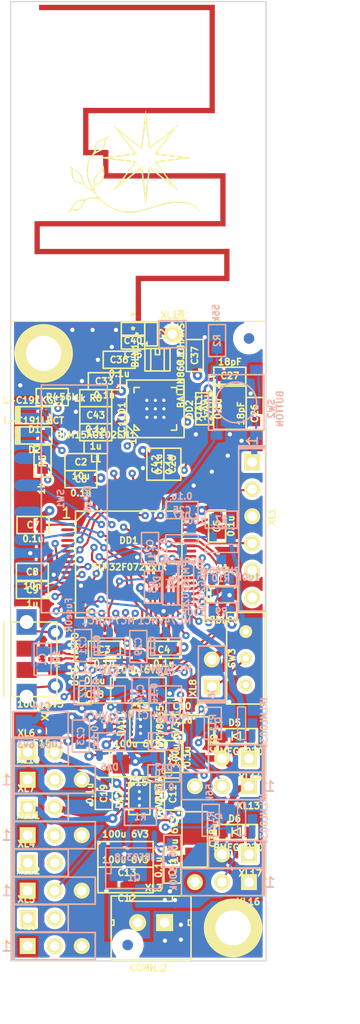
<source format=kicad_pcb>
(kicad_pcb (version 20170123) (host pcbnew "(2017-09-01 revision 8d1475135)-makepkg")
  (layers (0 F.Cu signal) (1 In1.Cu signal hide) (2 In2.Cu signal hide) (31 B.Cu signal hide) (36 B.SilkS user hide) (37 F.SilkS user) (38 B.Mask user) (39 F.Mask user) (44 Edge.Cuts user))
  (net 0 "")
  (net 1 /ANT2)
  (net 2 /ANT1)
  (net 3 GND)
  (net 4 /RF2)
  (net 5 /RF1)
  (net 6 /5V_USB)
  (net 7 +3.3V)
  (net 8 GNDPWR)
  (net 9 +BATT)
  (net 10 PwrUnst)
  (net 11 /MCU_PWR)
  (net 12 "Net-(C26-Pad1)")
  (net 13 "Net-(C27-Pad1)")
  (net 14 "Net-(C28-Pad2)")
  (net 15 VCC)
  (net 16 "Net-(D1-PadA)")
  (net 17 "Net-(D2-PadA)")
  (net 18 /PWM_OUT5)
  (net 19 /PWM_OUT6)
  (net 20 /DIR3)
  (net 21 /PWM3)
  (net 22 /DIR4)
  (net 23 /PWM4)
  (net 24 /MOTORD2)
  (net 25 /MOTORD1)
  (net 26 /MOTORC2)
  (net 27 /MOTORC1)
  (net 28 /MOTORA1)
  (net 29 /MOTORA2)
  (net 30 /MOTORB1)
  (net 31 /MOTORB2)
  (net 32 /PWM2)
  (net 33 /DIR2)
  (net 34 /PWM1)
  (net 35 /DIR1)
  (net 36 "Net-(DA3-Pad4)")
  (net 37 /SRV4)
  (net 38 /SRV1)
  (net 39 "Net-(DA4-Pad4)")
  (net 40 /SRV2)
  (net 41 "Net-(DA5-Pad4)")
  (net 42 "Net-(DA6-Pad4)")
  (net 43 /SRV3)
  (net 44 /SRV5)
  (net 45 "Net-(DA8-Pad4)")
  (net 46 "Net-(DA9-Pad4)")
  (net 47 /SRV6)
  (net 48 "Net-(DD1-Pad8)")
  (net 49 "Net-(DD1-Pad9)")
  (net 50 /BAT_MEAS)
  (net 51 /MEASURE_EN)
  (net 52 "Net-(DD1-Pad21)")
  (net 53 /PWM5)
  (net 54 /PWM6)
  (net 55 /DIP5)
  (net 56 /DIP6)
  (net 57 /DIP7)
  (net 58 /DIP8)
  (net 59 /CC_GDO0)
  (net 60 /CC_CS)
  (net 61 /DIP3)
  (net 62 /DIP4)
  (net 63 /D-)
  (net 64 /D+)
  (net 65 /SWDIO)
  (net 66 /SWCLK)
  (net 67 /CC_SCK)
  (net 68 /CC_MISO)
  (net 69 /CC_MOSI)
  (net 70 /UART_TX)
  (net 71 /UART_RX)
  (net 72 "Net-(DD1-Pad60)")
  (net 73 /DIP1)
  (net 74 /DIP2)
  (net 75 "Net-(DD2-Pad17)")
  (net 76 /PRE_BAT_PWR)
  (net 77 "Net-(Q1-Pad2)")
  (net 78 "Net-(Q1-Pad4)")
  (net 79 "Net-(Q2-Pad3)")
  (net 80 /D_IN-)
  (net 81 /D_IN+)
  (net 82 "Net-(XL2-PadH1)")
  (net 83 "Net-(XL2-PadH4)")
  (net 84 "Net-(DD1-Pad2)")
  (net 85 "Net-(DD1-Pad3)")
  (net 86 "Net-(DD1-Pad4)")
  (net 87 "Net-(DD1-Pad5)")
  (net 88 "Net-(DD1-Pad6)")
  (net 89 "Net-(DD1-Pad7)")
  (net 90 "Net-(DD1-Pad26)")
  (net 91 "Net-(DD1-Pad50)")
  (net 92 "Net-(DD1-Pad51)")
  (net 93 "Net-(DD1-Pad52)")
  (net 94 "Net-(DD1-Pad53)")
  (net 95 "Net-(DD1-Pad54)")
  (net 96 "Net-(XL2-PadH3)")
  (net 97 "Net-(XL2-PadH2)")
  (module Radio:BALUN_JOHANSON868 (layer F.Cu) (at 137.8 73.6 90)
    (fp_text reference BLN1 (at 0.4 -2.1 90) (layer F.SilkS) (effects (font (size 0.6 0.6))))
    (fp_text value BALUN868JOHANSON (at 0.1 2.2 90) (layer F.SilkS) (effects (font (size 0.6 0.6))))
    (fp_text user 1 (at 1.5 -1.25 90) (layer F.SilkS) (effects (font (size 0.6 0.6))))
    (pad 1 smd rect (at 0.65 -0.7 90) (size 0.35 0.6) (layers F.Cu F.Mask) (net 2 /ANT1))
    (pad 2 smd rect (at 0 -0.7 90) (size 0.35 0.6) (layers F.Cu F.Mask) (net 3 GND))
    (pad 3 smd rect (at -0.65 -0.7 90) (size 0.35 0.6) (layers F.Cu F.Mask) (net 4 /RF2))
    (pad 4 smd rect (at -0.65 0.7 90) (size 0.35 0.6) (layers F.Cu F.Mask) (net 5 /RF1))
    (pad 5 smd rect (at 0 0.7 90) (size 0.35 0.6) (layers F.Cu F.Mask) (net 3 GND))
    (pad 6 smd rect (at 0.65 0.7 90) (size 0.35 0.6) (layers F.Cu F.Mask) (net 3 GND))
  )
  (module Capacitors:CAP_0603 (layer B.Cu) (at 127 101.7 90)
    (fp_text reference C1 (at 0 0 90) (layer B.SilkS) (effects (font (size 0.6 0.6)) (justify mirror)))
    (fp_text value 10n (at 0 1.3 90) (layer B.SilkS) (effects (font (size 0.6 0.6)) (justify mirror)))
    (pad 2 smd rect (at 0.762 0 90) (size 0.889 1.016) (layers B.Cu B.Mask) (net 6 /5V_USB))
    (pad 1 smd rect (at -0.762 0 90) (size 0.889 1.016) (layers B.Cu B.Mask) (net 3 GND))
  )
  (module Capacitors:CAP_0603 (layer F.Cu) (at 130.6 83.2 180)
    (fp_text reference C2 (at 0 0 180) (layer F.SilkS) (effects (font (size 0.6 0.6))))
    (fp_text value 10u (at 0 -1.3 180) (layer F.SilkS) (effects (font (size 0.6 0.6))))
    (pad 2 smd rect (at 0.762 0 180) (size 0.889 1.016) (layers F.Cu F.Mask) (net 3 GND))
    (pad 1 smd rect (at -0.762 0 180) (size 0.889 1.016) (layers F.Cu F.Mask) (net 7 +3.3V))
  )
  (module Capacitors:CAP_0603 (layer F.Cu) (at 132.8 100.8 180)
    (fp_text reference C3 (at 0 0 180) (layer F.SilkS) (effects (font (size 0.6 0.6))))
    (fp_text value 0.1u (at 0 -1.3 180) (layer F.SilkS) (effects (font (size 0.6 0.6))))
    (pad 1 smd rect (at -0.762 0 180) (size 0.889 1.016) (layers F.Cu F.Mask) (net 7 +3.3V))
    (pad 2 smd rect (at 0.762 0 180) (size 0.889 1.016) (layers F.Cu F.Mask) (net 3 GND))
  )
  (module Capacitors:CAP_0603 (layer F.Cu) (at 138.4 100.8 180)
    (fp_text reference C4 (at 0 0 180) (layer F.SilkS) (effects (font (size 0.6 0.6))))
    (fp_text value 0.1u (at 0 -1.3 180) (layer F.SilkS) (effects (font (size 0.6 0.6))))
    (pad 2 smd rect (at 0.762 0 180) (size 0.889 1.016) (layers F.Cu F.Mask) (net 3 GND))
    (pad 1 smd rect (at -0.762 0 180) (size 0.889 1.016) (layers F.Cu F.Mask) (net 7 +3.3V))
  )
  (module Capacitors:CAP_0603 (layer F.Cu) (at 143.4 89.2 270)
    (fp_text reference C5 (at 0 0 270) (layer F.SilkS) (effects (font (size 0.6 0.6))))
    (fp_text value 0.1u (at 0 -1.3 270) (layer F.SilkS) (effects (font (size 0.6 0.6))))
    (pad 1 smd rect (at -0.762 0 270) (size 0.889 1.016) (layers F.Cu F.Mask) (net 7 +3.3V))
    (pad 2 smd rect (at 0.762 0 270) (size 0.889 1.016) (layers F.Cu F.Mask) (net 3 GND))
  )
  (module Capacitors:CAP_0603 (layer F.Cu) (at 130.6 84.8 180)
    (fp_text reference C6 (at 0 0 180) (layer F.SilkS) (effects (font (size 0.6 0.6))))
    (fp_text value 0.1u (at 0 -1.3 180) (layer F.SilkS) (effects (font (size 0.6 0.6))))
    (pad 2 smd rect (at 0.762 0 180) (size 0.889 1.016) (layers F.Cu F.Mask) (net 3 GND))
    (pad 1 smd rect (at -0.762 0 180) (size 0.889 1.016) (layers F.Cu F.Mask) (net 7 +3.3V))
  )
  (module Capacitors:CAP_0603 (layer F.Cu) (at 126.1 89.1 180)
    (fp_text reference C7 (at 0 0 180) (layer F.SilkS) (effects (font (size 0.6 0.6))))
    (fp_text value 0.1u (at 0 -1.3 180) (layer F.SilkS) (effects (font (size 0.6 0.6))))
    (pad 1 smd rect (at -0.762 0 180) (size 0.889 1.016) (layers F.Cu F.Mask) (net 7 +3.3V))
    (pad 2 smd rect (at 0.762 0 180) (size 0.889 1.016) (layers F.Cu F.Mask) (net 3 GND))
  )
  (module Capacitors:CAP_0603 (layer F.Cu) (at 126.038 93.5 180)
    (fp_text reference C8 (at 0 0 180) (layer F.SilkS) (effects (font (size 0.6 0.6))))
    (fp_text value 10n (at 0 -1.3 180) (layer F.SilkS) (effects (font (size 0.6 0.6))))
    (pad 1 smd rect (at -0.762 0 180) (size 0.889 1.016) (layers F.Cu F.Mask) (net 7 +3.3V))
    (pad 2 smd rect (at 0.762 0 180) (size 0.889 1.016) (layers F.Cu F.Mask) (net 3 GND))
  )
  (module Capacitors:CAP_0603 (layer F.Cu) (at 126.038 95.2 180)
    (fp_text reference C9 (at 0 0 180) (layer F.SilkS) (effects (font (size 0.6 0.6))))
    (fp_text value 1u (at 0 -1.3 180) (layer F.SilkS) (effects (font (size 0.6 0.6))))
    (pad 2 smd rect (at 0.762 0 180) (size 0.889 1.016) (layers F.Cu F.Mask) (net 3 GND))
    (pad 1 smd rect (at -0.762 0 180) (size 0.889 1.016) (layers F.Cu F.Mask) (net 7 +3.3V))
  )
  (module Capacitors:CAP_0603 (layer F.Cu) (at 140.1 106.1 180)
    (fp_text reference C10 (at 0 0 180) (layer F.SilkS) (effects (font (size 0.6 0.6))))
    (fp_text value 0.1u (at 0 -1.3 180) (layer F.SilkS) (effects (font (size 0.6 0.6))))
    (pad 1 smd rect (at -0.762 0 180) (size 0.889 1.016) (layers F.Cu F.Mask) (net 8 GNDPWR))
    (pad 2 smd rect (at 0.762 0 180) (size 0.889 1.016) (layers F.Cu F.Mask) (net 7 +3.3V))
  )
  (module Capacitors:CAP_0603 (layer F.Cu) (at 139.2489 114.3362 90)
    (fp_text reference C11 (at 0 0 90) (layer F.SilkS) (effects (font (size 0.6 0.6))))
    (fp_text value 0.1u (at 0 -1.3 90) (layer F.SilkS) (effects (font (size 0.6 0.6))))
    (pad 2 smd rect (at 0.762 0 90) (size 0.889 1.016) (layers F.Cu F.Mask) (net 7 +3.3V))
    (pad 1 smd rect (at -0.762 0 90) (size 0.889 1.016) (layers F.Cu F.Mask) (net 8 GNDPWR))
  )
  (module Capacitors:CAP_1206 (layer F.Cu) (at 134.8 122.4 180)
    (fp_text reference C12 (at -0.127 -1.7145 180) (layer F.SilkS) (effects (font (size 0.6 0.6))))
    (fp_text value "100u 6V3" (at 0 1.89992 180) (layer F.SilkS) (effects (font (size 0.6 0.6))))
    (pad 1 smd rect (at -1.524 0 180) (size 1.524 1.778) (layers F.Cu F.Mask) (net 8 GNDPWR))
    (pad 2 smd rect (at 1.524 0 180) (size 1.524 1.778) (layers F.Cu F.Mask) (net 9 +BATT))
  )
  (module Capacitors:CAP_1206 (layer F.Cu) (at 134.8 120 180)
    (fp_text reference C13 (at -0.127 -1.7145 180) (layer F.SilkS) (effects (font (size 0.6 0.6))))
    (fp_text value "100u 6V3" (at 0 1.89992 180) (layer F.SilkS) (effects (font (size 0.6 0.6))))
    (pad 2 smd rect (at 1.524 0 180) (size 1.524 1.778) (layers F.Cu F.Mask) (net 9 +BATT))
    (pad 1 smd rect (at -1.524 0 180) (size 1.524 1.778) (layers F.Cu F.Mask) (net 8 GNDPWR))
  )
  (module Capacitors:CAP_1206 (layer B.Cu) (at 126.8 107.8 180)
    (fp_text reference C14 (at -0.127 1.7145 180) (layer B.SilkS) (effects (font (size 0.6 0.6)) (justify mirror)))
    (fp_text value "100u 6V3" (at 0 -1.89992 180) (layer B.SilkS) (effects (font (size 0.6 0.6)) (justify mirror)))
    (pad 2 smd rect (at 1.524 0 180) (size 1.524 1.778) (layers B.Cu B.Mask) (net 10 PwrUnst))
    (pad 1 smd rect (at -1.524 0 180) (size 1.524 1.778) (layers B.Cu B.Mask) (net 8 GNDPWR))
  )
  (module Capacitors:CAP_1206 (layer F.Cu) (at 135.8776 111.5292 180)
    (fp_text reference C15 (at -0.127 -1.7145 180) (layer F.SilkS) (effects (font (size 0.6 0.6))))
    (fp_text value "100u 6V3" (at 0 1.89992 180) (layer F.SilkS) (effects (font (size 0.6 0.6))))
    (pad 2 smd rect (at 1.524 0 180) (size 1.524 1.778) (layers F.Cu F.Mask) (net 10 PwrUnst))
    (pad 1 smd rect (at -1.524 0 180) (size 1.524 1.778) (layers F.Cu F.Mask) (net 8 GNDPWR))
  )
  (module Capacitors:CAP_1206 (layer F.Cu) (at 126.8 107.8 180)
    (fp_text reference C16 (at -0.127 -1.7145 180) (layer F.SilkS) (effects (font (size 0.6 0.6))))
    (fp_text value "100u 6V3" (at 0 1.89992 180) (layer F.SilkS) (effects (font (size 0.6 0.6))))
    (pad 1 smd rect (at -1.524 0 180) (size 1.524 1.778) (layers F.Cu F.Mask) (net 8 GNDPWR))
    (pad 2 smd rect (at 1.524 0 180) (size 1.524 1.778) (layers F.Cu F.Mask) (net 10 PwrUnst))
  )
  (module Capacitors:CAP_1206 (layer F.Cu) (at 136 104.6 180)
    (fp_text reference C17 (at -0.127 -1.7145 180) (layer F.SilkS) (effects (font (size 0.6 0.6))))
    (fp_text value "100u 6V3" (at 0 1.89992 180) (layer F.SilkS) (effects (font (size 0.6 0.6))))
    (pad 1 smd rect (at -1.524 0 180) (size 1.524 1.778) (layers F.Cu F.Mask) (net 8 GNDPWR))
    (pad 2 smd rect (at 1.524 0 180) (size 1.524 1.778) (layers F.Cu F.Mask) (net 10 PwrUnst))
  )
  (module Capacitors:CAP_0603 (layer F.Cu) (at 131.9 105)
    (fp_text reference C18 (at 0 0) (layer F.SilkS) (effects (font (size 0.6 0.6))))
    (fp_text value 0.1u (at 0 -1.3) (layer F.SilkS) (effects (font (size 0.6 0.6))))
    (pad 1 smd rect (at -0.762 0) (size 0.889 1.016) (layers F.Cu F.Mask) (net 8 GNDPWR))
    (pad 2 smd rect (at 0.762 0) (size 0.889 1.016) (layers F.Cu F.Mask) (net 10 PwrUnst))
  )
  (module Capacitors:CAP_0603 (layer F.Cu) (at 132.7517 114.287 90)
    (fp_text reference C19 (at 0 0 90) (layer F.SilkS) (effects (font (size 0.6 0.6))))
    (fp_text value 0.1u (at 0 -1.3 90) (layer F.SilkS) (effects (font (size 0.6 0.6))))
    (pad 2 smd rect (at 0.762 0 90) (size 0.889 1.016) (layers F.Cu F.Mask) (net 10 PwrUnst))
    (pad 1 smd rect (at -0.762 0 90) (size 0.889 1.016) (layers F.Cu F.Mask) (net 8 GNDPWR))
  )
  (module Capacitors:CAP_0603 (layer B.Cu) (at 138.4 112.4)
    (fp_text reference C20 (at 0 0) (layer B.SilkS) (effects (font (size 0.6 0.6)) (justify mirror)))
    (fp_text value 0.1u (at 0 1.3) (layer B.SilkS) (effects (font (size 0.6 0.6)) (justify mirror)))
    (pad 1 smd rect (at -0.762 0) (size 0.889 1.016) (layers B.Cu B.Mask) (net 10 PwrUnst))
    (pad 2 smd rect (at 0.762 0) (size 0.889 1.016) (layers B.Cu B.Mask) (net 8 GNDPWR))
  )
  (module Capacitors:CAP_0603 (layer B.Cu) (at 130.8 100.4 90)
    (fp_text reference C21 (at 0 0 90) (layer B.SilkS) (effects (font (size 0.6 0.6)) (justify mirror)))
    (fp_text value 0.1u (at 0 1.3 90) (layer B.SilkS) (effects (font (size 0.6 0.6)) (justify mirror)))
    (pad 1 smd rect (at -0.762 0 90) (size 0.889 1.016) (layers B.Cu B.Mask) (net 10 PwrUnst))
    (pad 2 smd rect (at 0.762 0 90) (size 0.889 1.016) (layers B.Cu B.Mask) (net 8 GNDPWR))
  )
  (module Capacitors:CAP_0603 (layer B.Cu) (at 130.7604 104.448 90)
    (fp_text reference C22 (at 0 0 90) (layer B.SilkS) (effects (font (size 0.6 0.6)) (justify mirror)))
    (fp_text value 0.1u (at 0 1.3 90) (layer B.SilkS) (effects (font (size 0.6 0.6)) (justify mirror)))
    (pad 1 smd rect (at -0.762 0 90) (size 0.889 1.016) (layers B.Cu B.Mask) (net 10 PwrUnst))
    (pad 2 smd rect (at 0.762 0 90) (size 0.889 1.016) (layers B.Cu B.Mask) (net 8 GNDPWR))
  )
  (module Capacitors:CAP_0603 (layer B.Cu) (at 130.6 108.9 90)
    (fp_text reference C23 (at 0 0 90) (layer B.SilkS) (effects (font (size 0.6 0.6)) (justify mirror)))
    (fp_text value 0.1u (at 0 1.3 90) (layer B.SilkS) (effects (font (size 0.6 0.6)) (justify mirror)))
    (pad 2 smd rect (at 0.762 0 90) (size 0.889 1.016) (layers B.Cu B.Mask) (net 8 GNDPWR))
    (pad 1 smd rect (at -0.762 0 90) (size 0.889 1.016) (layers B.Cu B.Mask) (net 10 PwrUnst))
  )
  (module Capacitors:CAP_0603 (layer B.Cu) (at 137.1 91.3 90)
    (fp_text reference C24 (at 0 0 90) (layer B.SilkS) (effects (font (size 0.6 0.6)) (justify mirror)))
    (fp_text value 0.1u (at 0 1.3 90) (layer B.SilkS) (effects (font (size 0.6 0.6)) (justify mirror)))
    (pad 2 smd rect (at 0.762 0 90) (size 0.889 1.016) (layers B.Cu B.Mask) (net 3 GND))
    (pad 1 smd rect (at -0.762 0 90) (size 0.889 1.016) (layers B.Cu B.Mask) (net 11 /MCU_PWR))
  )
  (module Capacitors:CAP_0603 (layer B.Cu) (at 140.1 87.7 180)
    (fp_text reference C25 (at 0 0 180) (layer B.SilkS) (effects (font (size 0.6 0.6)) (justify mirror)))
    (fp_text value 0.1u (at 0 1.3 180) (layer B.SilkS) (effects (font (size 0.6 0.6)) (justify mirror)))
    (pad 2 smd rect (at 0.762 0 180) (size 0.889 1.016) (layers B.Cu B.Mask) (net 3 GND))
    (pad 1 smd rect (at -0.762 0 180) (size 0.889 1.016) (layers B.Cu B.Mask) (net 7 +3.3V))
  )
  (module Capacitors:CAP_0603 (layer F.Cu) (at 146.937 78.6357 90)
    (fp_text reference C26 (at 0 0 90) (layer F.SilkS) (effects (font (size 0.6 0.6))))
    (fp_text value 18pF (at 0 -1.3 90) (layer F.SilkS) (effects (font (size 0.6 0.6))))
    (pad 2 smd rect (at 0.762 0 90) (size 0.889 1.016) (layers F.Cu F.Mask) (net 3 GND))
    (pad 1 smd rect (at -0.762 0 90) (size 0.889 1.016) (layers F.Cu F.Mask) (net 12 "Net-(C26-Pad1)"))
  )
  (module Capacitors:CAP_0603 (layer F.Cu) (at 144.6 75.1)
    (fp_text reference C27 (at 0 0) (layer F.SilkS) (effects (font (size 0.6 0.6))))
    (fp_text value 18pF (at 0 -1.3) (layer F.SilkS) (effects (font (size 0.6 0.6))))
    (pad 1 smd rect (at -0.762 0) (size 0.889 1.016) (layers F.Cu F.Mask) (net 13 "Net-(C27-Pad1)"))
    (pad 2 smd rect (at 0.762 0) (size 0.889 1.016) (layers F.Cu F.Mask) (net 3 GND))
  )
  (module Capacitors:CAP_0603 (layer F.Cu) (at 139.2 83.4 90)
    (fp_text reference C28 (at 0 0 90) (layer F.SilkS) (effects (font (size 0.6 0.6))))
    (fp_text value 0.1u (at 0 -1.3 90) (layer F.SilkS) (effects (font (size 0.6 0.6))))
    (pad 1 smd rect (at -0.762 0 90) (size 0.889 1.016) (layers F.Cu F.Mask) (net 3 GND))
    (pad 2 smd rect (at 0.762 0 90) (size 0.889 1.016) (layers F.Cu F.Mask) (net 14 "Net-(C28-Pad2)"))
  )
  (module Capacitors:CAP_0603 (layer B.Cu) (at 136 100.5 90)
    (fp_text reference C29 (at 0 0 90) (layer B.SilkS) (effects (font (size 0.6 0.6)) (justify mirror)))
    (fp_text value 0.1u (at 0 1.3 90) (layer B.SilkS) (effects (font (size 0.6 0.6)) (justify mirror)))
    (pad 2 smd rect (at 0.762 0 90) (size 0.889 1.016) (layers B.Cu B.Mask) (net 8 GNDPWR))
    (pad 1 smd rect (at -0.762 0 90) (size 0.889 1.016) (layers B.Cu B.Mask) (net 10 PwrUnst))
  )
  (module Capacitors:CAP_1206 (layer F.Cu) (at 141.4 109.7 270)
    (fp_text reference C30 (at -0.127 -1.7145 270) (layer F.SilkS) (effects (font (size 0.6 0.6))))
    (fp_text value "100u 6V3" (at 0 1.89992 270) (layer F.SilkS) (effects (font (size 0.6 0.6))))
    (pad 2 smd rect (at 1.524 0 270) (size 1.524 1.778) (layers F.Cu F.Mask) (net 10 PwrUnst))
    (pad 1 smd rect (at -1.524 0 270) (size 1.524 1.778) (layers F.Cu F.Mask) (net 8 GNDPWR))
  )
  (module Capacitors:CAP_0603 (layer F.Cu) (at 139.287 110.8269 270)
    (fp_text reference C31 (at 0 0 270) (layer F.SilkS) (effects (font (size 0.6 0.6))))
    (fp_text value 0.1u (at 0 -1.3 270) (layer F.SilkS) (effects (font (size 0.6 0.6))))
    (pad 2 smd rect (at 0.762 0 270) (size 0.889 1.016) (layers F.Cu F.Mask) (net 10 PwrUnst))
    (pad 1 smd rect (at -0.762 0 270) (size 0.889 1.016) (layers F.Cu F.Mask) (net 8 GNDPWR))
  )
  (module Capacitors:CAP_0603 (layer F.Cu) (at 132 80.4 180)
    (fp_text reference C32 (at 0 0 180) (layer F.SilkS) (effects (font (size 0.6 0.6))))
    (fp_text value 1u (at 0 -1.3 180) (layer F.SilkS) (effects (font (size 0.6 0.6))))
    (pad 1 smd rect (at -0.762 0 180) (size 0.889 1.016) (layers F.Cu F.Mask) (net 15 VCC))
    (pad 2 smd rect (at 0.762 0 180) (size 0.889 1.016) (layers F.Cu F.Mask) (net 3 GND))
  )
  (module Capacitors:CAP_0603 (layer F.Cu) (at 132.7987 75.6134 180)
    (fp_text reference C33 (at 0 0 180) (layer F.SilkS) (effects (font (size 0.6 0.6))))
    (fp_text value 0.1u (at 0 -1.3 180) (layer F.SilkS) (effects (font (size 0.6 0.6))))
    (pad 2 smd rect (at 0.762 0 180) (size 0.889 1.016) (layers F.Cu F.Mask) (net 3 GND))
    (pad 1 smd rect (at -0.762 0 180) (size 0.889 1.016) (layers F.Cu F.Mask) (net 15 VCC))
  )
  (module Capacitors:CAP_0603 (layer B.Cu) (at 136.2 104.9 90)
    (fp_text reference C34 (at 0 0 90) (layer B.SilkS) (effects (font (size 0.6 0.6)) (justify mirror)))
    (fp_text value 0.1u (at 0 1.3 90) (layer B.SilkS) (effects (font (size 0.6 0.6)) (justify mirror)))
    (pad 1 smd rect (at -0.762 0 90) (size 0.889 1.016) (layers B.Cu B.Mask) (net 10 PwrUnst))
    (pad 2 smd rect (at 0.762 0 90) (size 0.889 1.016) (layers B.Cu B.Mask) (net 8 GNDPWR))
  )
  (module Capacitors:CAP_0402 (layer F.Cu) (at 135.5 72 180)
    (fp_text reference C35 (at 0 -1.1 180) (layer F.SilkS) (effects (font (size 0.6 0.6))))
    (fp_text value * (at 0 1.15 180) (layer F.SilkS) (effects (font (size 0.6 0.6))))
    (pad 1 smd rect (at -0.5 0 180) (size 0.6 0.6) (layers F.Cu F.Mask) (net 2 /ANT1))
    (pad 2 smd rect (at 0.5 0 180) (size 0.6 0.6) (layers F.Cu F.Mask) (net 3 GND))
  )
  (module Capacitors:CAP_0603 (layer F.Cu) (at 134.2 73.6 180)
    (fp_text reference C36 (at 0 0 180) (layer F.SilkS) (effects (font (size 0.6 0.6))))
    (fp_text value 0.1u (at 0 -1.3 180) (layer F.SilkS) (effects (font (size 0.6 0.6))))
    (pad 1 smd rect (at -0.762 0 180) (size 0.889 1.016) (layers F.Cu F.Mask) (net 15 VCC))
    (pad 2 smd rect (at 0.762 0 180) (size 0.889 1.016) (layers F.Cu F.Mask) (net 3 GND))
  )
  (module Capacitors:CAP_0603 (layer F.Cu) (at 141.3 73.2 90)
    (fp_text reference C37 (at 0 0 90) (layer F.SilkS) (effects (font (size 0.6 0.6))))
    (fp_text value 0.1u (at 0 -1.3 90) (layer F.SilkS) (effects (font (size 0.6 0.6))))
    (pad 2 smd rect (at 0.762 0 90) (size 0.889 1.016) (layers F.Cu F.Mask) (net 3 GND))
    (pad 1 smd rect (at -0.762 0 90) (size 0.889 1.016) (layers F.Cu F.Mask) (net 15 VCC))
  )
  (module Capacitors:CAP_1206 (layer F.Cu) (at 141.3 118.6 270)
    (fp_text reference C38 (at -0.127 -1.7145 270) (layer F.SilkS) (effects (font (size 0.6 0.6))))
    (fp_text value "100u 6V3" (at 0 1.89992 270) (layer F.SilkS) (effects (font (size 0.6 0.6))))
    (pad 1 smd rect (at -1.524 0 270) (size 1.524 1.778) (layers F.Cu F.Mask) (net 8 GNDPWR))
    (pad 2 smd rect (at 1.524 0 270) (size 1.524 1.778) (layers F.Cu F.Mask) (net 10 PwrUnst))
  )
  (module Capacitors:CAP_0603 (layer F.Cu) (at 142.2 78.2 270)
    (fp_text reference C39 (at 0 0 270) (layer F.SilkS) (effects (font (size 0.6 0.6))))
    (fp_text value 0.1u (at 0 -1.3 270) (layer F.SilkS) (effects (font (size 0.6 0.6))))
    (pad 1 smd rect (at -0.762 0 270) (size 0.889 1.016) (layers F.Cu F.Mask) (net 15 VCC))
    (pad 2 smd rect (at 0.762 0 270) (size 0.889 1.016) (layers F.Cu F.Mask) (net 3 GND))
  )
  (module Capacitors:CAP_0402 (layer F.Cu) (at 135.5 70.7 180)
    (fp_text reference C40 (at 0 -1.1 180) (layer F.SilkS) (effects (font (size 0.6 0.6))))
    (fp_text value * (at 0 1.15 180) (layer F.SilkS) (effects (font (size 0.6 0.6))))
    (pad 2 smd rect (at 0.5 0 180) (size 0.6 0.6) (layers F.Cu F.Mask) (net 3 GND))
    (pad 1 smd rect (at -0.5 0 180) (size 0.6 0.6) (layers F.Cu F.Mask) (net 1 /ANT2))
  )
  (module Capacitors:CAP_0603 (layer F.Cu) (at 139.2 121.2 90)
    (fp_text reference C41 (at 0 0 90) (layer F.SilkS) (effects (font (size 0.6 0.6))))
    (fp_text value 0.1u (at 0 -1.3 90) (layer F.SilkS) (effects (font (size 0.6 0.6))))
    (pad 1 smd rect (at -0.762 0 90) (size 0.889 1.016) (layers F.Cu F.Mask) (net 8 GNDPWR))
    (pad 2 smd rect (at 0.762 0 90) (size 0.889 1.016) (layers F.Cu F.Mask) (net 10 PwrUnst))
  )
  (module Capacitors:CAP_0603 (layer F.Cu) (at 137.6 83.4 270)
    (fp_text reference C42 (at 0 0 270) (layer F.SilkS) (effects (font (size 0.6 0.6))))
    (fp_text value 0.1u (at 0 -1.3 270) (layer F.SilkS) (effects (font (size 0.6 0.6))))
    (pad 2 smd rect (at 0.762 0 270) (size 0.889 1.016) (layers F.Cu F.Mask) (net 3 GND))
    (pad 1 smd rect (at -0.762 0 270) (size 0.889 1.016) (layers F.Cu F.Mask) (net 15 VCC))
  )
  (module Capacitors:CAP_0603 (layer F.Cu) (at 132 78.8 180)
    (fp_text reference C43 (at 0 0 180) (layer F.SilkS) (effects (font (size 0.6 0.6))))
    (fp_text value 0.1u (at 0 -1.3 180) (layer F.SilkS) (effects (font (size 0.6 0.6))))
    (pad 2 smd rect (at 0.762 0 180) (size 0.889 1.016) (layers F.Cu F.Mask) (net 3 GND))
    (pad 1 smd rect (at -0.762 0 180) (size 0.889 1.016) (layers F.Cu F.Mask) (net 15 VCC))
  )
  (module LEDs:LED_0603 (layer F.Cu) (at 126.369 78.8 180)
    (fp_text reference D1 (at 0.127 -1.3335 180) (layer F.SilkS) (effects (font (size 0.6 0.6))))
    (fp_text value L-C191KGCT (at 0.2 1.4 180) (layer F.SilkS) (effects (font (size 0.6 0.6))))
    (pad C smd rect (at 0.762 0 180) (size 0.889 1.016) (layers F.Cu F.Mask) (net 3 GND))
    (pad A smd rect (at -0.762 0 180) (size 0.889 1.016) (layers F.Cu F.Mask) (net 16 "Net-(D1-PadA)"))
  )
  (module LEDs:LED_0603 (layer F.Cu) (at 126.369 80.7 180)
    (fp_text reference D2 (at 0.127 -1.3335 180) (layer F.SilkS) (effects (font (size 0.6 0.6))))
    (fp_text value L-C191LBCT (at 0.2 1.4 180) (layer F.SilkS) (effects (font (size 0.6 0.6))))
    (pad A smd rect (at -0.762 0 180) (size 0.889 1.016) (layers F.Cu F.Mask) (net 17 "Net-(D2-PadA)"))
    (pad C smd rect (at 0.762 0 180) (size 0.889 1.016) (layers F.Cu F.Mask) (net 3 GND))
  )
  (module Diodes:SOD323 (layer B.Cu) (at 139 94.6 270)
    (fp_text reference D3 (at -0.14986 1.24968 270) (layer B.SilkS) (effects (font (size 0.59944 0.59944) (thickness 0.14986)) (justify mirror)))
    (fp_text value PMEG2020 (at 0.20066 -1.45034 270) (layer B.SilkS) (effects (font (size 0.59944 0.59944) (thickness 0.14986)) (justify mirror)))
    (pad C smd rect (at -1.30048 0 270) (size 1.00076 1.00076) (layers B.Cu B.Mask) (net 11 /MCU_PWR))
    (pad A smd rect (at 1.30048 0 270) (size 1.00076 1.00076) (layers B.Cu B.Mask) (net 6 /5V_USB))
  )
  (module Diodes:SOD323 (layer B.Cu) (at 140.5 94.6 270)
    (fp_text reference D4 (at -0.14986 1.24968 270) (layer B.SilkS) (effects (font (size 0.59944 0.59944) (thickness 0.14986)) (justify mirror)))
    (fp_text value PMEG2020 (at 0.20066 -1.45034 270) (layer B.SilkS) (effects (font (size 0.59944 0.59944) (thickness 0.14986)) (justify mirror)))
    (pad A smd rect (at 1.30048 0 270) (size 1.00076 1.00076) (layers B.Cu B.Mask) (net 10 PwrUnst))
    (pad C smd rect (at -1.30048 0 270) (size 1.00076 1.00076) (layers B.Cu B.Mask) (net 11 /MCU_PWR))
  )
  (module Diodes:SOD323 (layer F.Cu) (at 145.2 108.9)
    (fp_text reference D5 (at -0.14986 -1.24968) (layer F.SilkS) (effects (font (size 0.59944 0.59944) (thickness 0.14986))))
    (fp_text value PMEG2020 (at 0.20066 1.45034) (layer F.SilkS) (effects (font (size 0.59944 0.59944) (thickness 0.14986))))
    (pad A smd rect (at 1.30048 0) (size 1.00076 1.00076) (layers F.Cu F.Mask) (net 18 /PWM_OUT5))
    (pad C smd rect (at -1.30048 0) (size 1.00076 1.00076) (layers F.Cu F.Mask) (net 10 PwrUnst))
  )
  (module Diodes:SOD323 (layer F.Cu) (at 145.2 117.9)
    (fp_text reference D6 (at -0.14986 -1.24968) (layer F.SilkS) (effects (font (size 0.59944 0.59944) (thickness 0.14986))))
    (fp_text value PMEG2020 (at 0.20066 1.45034) (layer F.SilkS) (effects (font (size 0.59944 0.59944) (thickness 0.14986))))
    (pad C smd rect (at -1.30048 0) (size 1.00076 1.00076) (layers F.Cu F.Mask) (net 10 PwrUnst))
    (pad A smd rect (at 1.30048 0) (size 1.00076 1.00076) (layers F.Cu F.Mask) (net 19 /PWM_OUT6))
  )
  (module QFN_DFN:WSON12 (layer F.Cu) (at 136.2 108 270)
    (fp_text reference DA1 (at 0.1 1.85 270) (layer F.SilkS) (effects (font (size 0.6 0.6))))
    (fp_text value DRV8835 (at 0 -1.85 270) (layer F.SilkS) (effects (font (size 0.6 0.6))))
    (fp_text user 1 (at -2.1 0.5 270) (layer F.SilkS) (effects (font (size 0.6 0.6))))
    (pad PAD smd rect (at -1.35 0.25 270) (size 0.7 0.25) (layers F.Cu F.Mask) (net 8 GNDPWR))
    (pad PAD smd rect (at -1.35 -0.25 270) (size 0.7 0.25) (layers F.Cu F.Mask) (net 8 GNDPWR))
    (pad PAD smd rect (at 1.35 0.25 270) (size 0.7 0.25) (layers F.Cu F.Mask) (net 8 GNDPWR))
    (pad PAD smd rect (at 1.35 -0.25 270) (size 0.7 0.25) (layers F.Cu F.Mask) (net 8 GNDPWR))
    (pad PAD thru_hole rect (at -0.65 0 270) (size 0.7 0.9) (drill 0.3) (layers *.Cu F.Mask) (net 8 GNDPWR))
    (pad PAD thru_hole rect (at 0.65 0 270) (size 0.7 0.9) (drill 0.3) (layers *.Cu F.Mask) (net 8 GNDPWR))
    (pad PAD thru_hole rect (at 0 0 270) (size 0.7 0.9) (drill 0.3) (layers *.Cu F.Mask) (net 8 GNDPWR))
    (pad 12 smd rect (at -1.25 -1 270) (size 0.28 0.6) (layers F.Cu F.Mask) (net 7 +3.3V))
    (pad 11 smd rect (at -0.75 -1 270) (size 0.28 0.6) (layers F.Cu F.Mask) (net 7 +3.3V))
    (pad 10 smd rect (at -0.25 -1 270) (size 0.28 0.6) (layers F.Cu F.Mask) (net 20 /DIR3))
    (pad 9 smd rect (at 0.25 -1 270) (size 0.28 0.6) (layers F.Cu F.Mask) (net 21 /PWM3))
    (pad 8 smd rect (at 0.75 -1 270) (size 0.28 0.6) (layers F.Cu F.Mask) (net 22 /DIR4))
    (pad 7 smd rect (at 1.25 -1 270) (size 0.28 0.6) (layers F.Cu F.Mask) (net 23 /PWM4))
    (pad 6 smd rect (at 1.25 1 270) (size 0.28 0.6) (layers F.Cu F.Mask) (net 8 GNDPWR))
    (pad 5 smd rect (at 0.75 1 270) (size 0.28 0.6) (layers F.Cu F.Mask) (net 24 /MOTORD2))
    (pad 4 smd rect (at 0.25 1 270) (size 0.28 0.6) (layers F.Cu F.Mask) (net 25 /MOTORD1))
    (pad 3 smd rect (at -0.25 1 270) (size 0.28 0.6) (layers F.Cu F.Mask) (net 26 /MOTORC2))
    (pad 2 smd rect (at -0.75 1 270) (size 0.28 0.6) (layers F.Cu F.Mask) (net 27 /MOTORC1))
    (pad 1 smd rect (at -1.25 1 270) (size 0.28 0.6) (layers F.Cu F.Mask) (net 10 PwrUnst))
  )
  (module QFN_DFN:WSON12 (layer F.Cu) (at 136.0966 114.7676 270)
    (fp_text reference DA2 (at 0.1 1.85 270) (layer F.SilkS) (effects (font (size 0.6 0.6))))
    (fp_text value DRV8835 (at 0 -1.85 270) (layer F.SilkS) (effects (font (size 0.6 0.6))))
    (fp_text user 1 (at -2.1 0.5 270) (layer F.SilkS) (effects (font (size 0.6 0.6))))
    (pad 1 smd rect (at -1.25 1 270) (size 0.28 0.6) (layers F.Cu F.Mask) (net 10 PwrUnst))
    (pad 2 smd rect (at -0.75 1 270) (size 0.28 0.6) (layers F.Cu F.Mask) (net 28 /MOTORA1))
    (pad 3 smd rect (at -0.25 1 270) (size 0.28 0.6) (layers F.Cu F.Mask) (net 29 /MOTORA2))
    (pad 4 smd rect (at 0.25 1 270) (size 0.28 0.6) (layers F.Cu F.Mask) (net 30 /MOTORB1))
    (pad 5 smd rect (at 0.75 1 270) (size 0.28 0.6) (layers F.Cu F.Mask) (net 31 /MOTORB2))
    (pad 6 smd rect (at 1.25 1 270) (size 0.28 0.6) (layers F.Cu F.Mask) (net 8 GNDPWR))
    (pad 7 smd rect (at 1.25 -1 270) (size 0.28 0.6) (layers F.Cu F.Mask) (net 32 /PWM2))
    (pad 8 smd rect (at 0.75 -1 270) (size 0.28 0.6) (layers F.Cu F.Mask) (net 33 /DIR2))
    (pad 9 smd rect (at 0.25 -1 270) (size 0.28 0.6) (layers F.Cu F.Mask) (net 34 /PWM1))
    (pad 10 smd rect (at -0.25 -1 270) (size 0.28 0.6) (layers F.Cu F.Mask) (net 35 /DIR1))
    (pad 11 smd rect (at -0.75 -1 270) (size 0.28 0.6) (layers F.Cu F.Mask) (net 7 +3.3V))
    (pad 12 smd rect (at -1.25 -1 270) (size 0.28 0.6) (layers F.Cu F.Mask) (net 7 +3.3V))
    (pad PAD thru_hole rect (at 0 0 270) (size 0.7 0.9) (drill 0.3) (layers *.Cu F.Mask) (net 8 GNDPWR))
    (pad PAD thru_hole rect (at 0.65 0 270) (size 0.7 0.9) (drill 0.3) (layers *.Cu F.Mask) (net 8 GNDPWR))
    (pad PAD thru_hole rect (at -0.65 0 270) (size 0.7 0.9) (drill 0.3) (layers *.Cu F.Mask) (net 8 GNDPWR))
    (pad PAD smd rect (at 1.35 -0.25 270) (size 0.7 0.25) (layers F.Cu F.Mask) (net 8 GNDPWR))
    (pad PAD smd rect (at 1.35 0.25 270) (size 0.7 0.25) (layers F.Cu F.Mask) (net 8 GNDPWR))
    (pad PAD smd rect (at -1.35 -0.25 270) (size 0.7 0.25) (layers F.Cu F.Mask) (net 8 GNDPWR))
    (pad PAD smd rect (at -1.35 0.25 270) (size 0.7 0.25) (layers F.Cu F.Mask) (net 8 GNDPWR))
  )
  (module SOT:SOT23-5 (layer B.Cu) (at 138.4 109.4)
    (fp_text reference DA3 (at 0 2.413) (layer B.SilkS) (effects (font (size 0.6 0.6)) (justify mirror)))
    (fp_text value MC74VHC1 (at -0.127 -2.413) (layer B.SilkS) (effects (font (size 0.635 0.635) (thickness 0.14986)) (justify mirror)))
    (pad 5 smd oval (at -0.95 1.3) (size 0.635 1.1) (layers B.Cu B.Mask) (net 10 PwrUnst))
    (pad 4 smd oval (at 0.95 1.3) (size 0.635 1.1) (layers B.Cu B.Mask) (net 36 "Net-(DA3-Pad4)"))
    (pad 3 smd oval (at 0.95 -1.3) (size 0.635 1.1) (layers B.Cu B.Mask) (net 8 GNDPWR))
    (pad 2 smd oval (at 0 -1.3) (size 0.635 1.1) (layers B.Cu B.Mask) (net 37 /SRV4))
    (pad 1 smd rect (at -0.95 -1.3) (size 0.635 1.1) (layers B.Cu B.Mask) (net 8 GNDPWR))
  )
  (module SOT:SOT23-5 (layer B.Cu) (at 133.3 100.5)
    (fp_text reference DA4 (at 0 2.413) (layer B.SilkS) (effects (font (size 0.6 0.6)) (justify mirror)))
    (fp_text value MC74VHC1 (at -0.127 -2.413) (layer B.SilkS) (effects (font (size 0.635 0.635) (thickness 0.14986)) (justify mirror)))
    (pad 1 smd rect (at -0.95 -1.3) (size 0.635 1.1) (layers B.Cu B.Mask) (net 8 GNDPWR))
    (pad 2 smd oval (at 0 -1.3) (size 0.635 1.1) (layers B.Cu B.Mask) (net 38 /SRV1))
    (pad 3 smd oval (at 0.95 -1.3) (size 0.635 1.1) (layers B.Cu B.Mask) (net 8 GNDPWR))
    (pad 4 smd oval (at 0.95 1.3) (size 0.635 1.1) (layers B.Cu B.Mask) (net 39 "Net-(DA4-Pad4)"))
    (pad 5 smd oval (at -0.95 1.3) (size 0.635 1.1) (layers B.Cu B.Mask) (net 10 PwrUnst))
  )
  (module SOT:SOT23-5 (layer B.Cu) (at 133.3 105)
    (fp_text reference DA5 (at 0 2.413) (layer B.SilkS) (effects (font (size 0.6 0.6)) (justify mirror)))
    (fp_text value MC74VHC1 (at -0.127 -2.413) (layer B.SilkS) (effects (font (size 0.635 0.635) (thickness 0.14986)) (justify mirror)))
    (pad 1 smd rect (at -0.95 -1.3) (size 0.635 1.1) (layers B.Cu B.Mask) (net 8 GNDPWR))
    (pad 2 smd oval (at 0 -1.3) (size 0.635 1.1) (layers B.Cu B.Mask) (net 40 /SRV2))
    (pad 3 smd oval (at 0.95 -1.3) (size 0.635 1.1) (layers B.Cu B.Mask) (net 8 GNDPWR))
    (pad 4 smd oval (at 0.95 1.3) (size 0.635 1.1) (layers B.Cu B.Mask) (net 41 "Net-(DA5-Pad4)"))
    (pad 5 smd oval (at -0.95 1.3) (size 0.635 1.1) (layers B.Cu B.Mask) (net 10 PwrUnst))
  )
  (module SOT:SOT23-5 (layer B.Cu) (at 133.3 109.4)
    (fp_text reference DA6 (at 0 2.413) (layer B.SilkS) (effects (font (size 0.6 0.6)) (justify mirror)))
    (fp_text value MC74VHC1 (at -0.127 -2.413) (layer B.SilkS) (effects (font (size 0.635 0.635) (thickness 0.14986)) (justify mirror)))
    (pad 5 smd oval (at -0.95 1.3) (size 0.635 1.1) (layers B.Cu B.Mask) (net 10 PwrUnst))
    (pad 4 smd oval (at 0.95 1.3) (size 0.635 1.1) (layers B.Cu B.Mask) (net 42 "Net-(DA6-Pad4)"))
    (pad 3 smd oval (at 0.95 -1.3) (size 0.635 1.1) (layers B.Cu B.Mask) (net 8 GNDPWR))
    (pad 2 smd oval (at 0 -1.3) (size 0.635 1.1) (layers B.Cu B.Mask) (net 43 /SRV3))
    (pad 1 smd rect (at -0.95 -1.3) (size 0.635 1.1) (layers B.Cu B.Mask) (net 8 GNDPWR))
  )
  (module SOT:SOT23-3 (layer B.Cu) (at 140.1 90.4 180)
    (fp_text reference DA7 (at 0 2.159 180) (layer B.SilkS) (effects (font (size 0.6 0.6)) (justify mirror)))
    (fp_text value MCP1700 (at 0 -2.10058 180) (layer B.SilkS) (effects (font (size 0.59944 0.59944) (thickness 0.14986)) (justify mirror)))
    (pad 3 smd rect (at 0 -1.016 180) (size 0.9144 0.9144) (layers B.Cu B.Mask) (net 11 /MCU_PWR))
    (pad 1 smd rect (at 0.889 1.016 180) (size 0.9144 0.9144) (layers B.Cu B.Mask) (net 3 GND))
    (pad 2 smd rect (at -0.889 1.016 180) (size 0.9144 0.9144) (layers B.Cu B.Mask) (net 7 +3.3V))
  )
  (module SOT:SOT23-5 (layer B.Cu) (at 138.6 100.5)
    (fp_text reference DA8 (at 0 2.413) (layer B.SilkS) (effects (font (size 0.6 0.6)) (justify mirror)))
    (fp_text value MC74VHC1 (at -0.127 -2.413) (layer B.SilkS) (effects (font (size 0.635 0.635) (thickness 0.14986)) (justify mirror)))
    (pad 1 smd rect (at -0.95 -1.3) (size 0.635 1.1) (layers B.Cu B.Mask) (net 8 GNDPWR))
    (pad 2 smd oval (at 0 -1.3) (size 0.635 1.1) (layers B.Cu B.Mask) (net 44 /SRV5))
    (pad 3 smd oval (at 0.95 -1.3) (size 0.635 1.1) (layers B.Cu B.Mask) (net 8 GNDPWR))
    (pad 4 smd oval (at 0.95 1.3) (size 0.635 1.1) (layers B.Cu B.Mask) (net 45 "Net-(DA8-Pad4)"))
    (pad 5 smd oval (at -0.95 1.3) (size 0.635 1.1) (layers B.Cu B.Mask) (net 10 PwrUnst))
  )
  (module SOT:SOT23-5 (layer B.Cu) (at 138.6 105)
    (fp_text reference DA9 (at 0 2.413) (layer B.SilkS) (effects (font (size 0.6 0.6)) (justify mirror)))
    (fp_text value MC74VHC1 (at -0.127 -2.413) (layer B.SilkS) (effects (font (size 0.635 0.635) (thickness 0.14986)) (justify mirror)))
    (pad 5 smd oval (at -0.95 1.3) (size 0.635 1.1) (layers B.Cu B.Mask) (net 10 PwrUnst))
    (pad 4 smd oval (at 0.95 1.3) (size 0.635 1.1) (layers B.Cu B.Mask) (net 46 "Net-(DA9-Pad4)"))
    (pad 3 smd oval (at 0.95 -1.3) (size 0.635 1.1) (layers B.Cu B.Mask) (net 8 GNDPWR))
    (pad 2 smd oval (at 0 -1.3) (size 0.635 1.1) (layers B.Cu B.Mask) (net 47 /SRV6))
    (pad 1 smd rect (at -0.95 -1.3) (size 0.635 1.1) (layers B.Cu B.Mask) (net 8 GNDPWR))
  )
  (module LQFP_TQFP:LQFP64 (layer F.Cu) (at 135.1 92.8)
    (fp_text reference DD1 (at 0 -2.25044) (layer F.SilkS) (effects (font (size 0.59944 0.59944) (thickness 0.14986))))
    (fp_text value STM32F072RxTx (at 0 0.24892) (layer F.SilkS) (effects (font (size 0.59944 0.59944) (thickness 0.14986))))
    (fp_text user 1 (at -5.842 -4.826) (layer F.SilkS))
    (pad 1 smd rect (at -5.75 -3.75) (size 1.2 0.27) (layers F.Cu F.Mask) (net 7 +3.3V))
    (pad 2 smd oval (at -5.75 -3.25) (size 1.2 0.27) (layers F.Cu F.Mask) (net 84 "Net-(DD1-Pad2)"))
    (pad 3 smd oval (at -5.75 -2.75) (size 1.2 0.27) (layers F.Cu F.Mask) (net 85 "Net-(DD1-Pad3)"))
    (pad 4 smd oval (at -5.75 -2.25) (size 1.2 0.27) (layers F.Cu F.Mask) (net 86 "Net-(DD1-Pad4)"))
    (pad 5 smd oval (at -5.75 -1.75) (size 1.2 0.27) (layers F.Cu F.Mask) (net 87 "Net-(DD1-Pad5)"))
    (pad 6 smd oval (at -5.75 -1.25) (size 1.2 0.27) (layers F.Cu F.Mask) (net 88 "Net-(DD1-Pad6)"))
    (pad 7 smd oval (at -5.75 -0.75) (size 1.2 0.27) (layers F.Cu F.Mask) (net 89 "Net-(DD1-Pad7)"))
    (pad 8 smd oval (at -5.75 -0.25) (size 1.2 0.27) (layers F.Cu F.Mask) (net 48 "Net-(DD1-Pad8)"))
    (pad 9 smd oval (at -5.75 0.25) (size 1.2 0.27) (layers F.Cu F.Mask) (net 49 "Net-(DD1-Pad9)"))
    (pad 10 smd oval (at -5.75 0.75) (size 1.2 0.27) (layers F.Cu F.Mask) (net 35 /DIR1))
    (pad 11 smd oval (at -5.75 1.25) (size 1.2 0.27) (layers F.Cu F.Mask) (net 33 /DIR2))
    (pad 12 smd oval (at -5.75 1.75) (size 1.2 0.27) (layers F.Cu F.Mask) (net 3 GND))
    (pad 13 smd oval (at -5.75 2.25) (size 1.2 0.27) (layers F.Cu F.Mask) (net 7 +3.3V))
    (pad 14 smd oval (at -5.75 2.75) (size 1.2 0.27) (layers F.Cu F.Mask) (net 50 /BAT_MEAS))
    (pad 15 smd oval (at -5.75 3.25) (size 1.2 0.27) (layers F.Cu F.Mask) (net 51 /MEASURE_EN))
    (pad 16 smd oval (at -5.75 3.75) (size 1.2 0.27) (layers F.Cu F.Mask) (net 37 /SRV4))
    (pad 17 smd oval (at -3.75 5.75 90) (size 1.2 0.27) (layers F.Cu F.Mask) (net 44 /SRV5))
    (pad 18 smd oval (at -3.25 5.75 90) (size 1.2 0.27) (layers F.Cu F.Mask) (net 3 GND))
    (pad 19 smd oval (at -2.75 5.75 90) (size 1.2 0.27) (layers F.Cu F.Mask) (net 7 +3.3V))
    (pad 20 smd oval (at -2.25 5.75 90) (size 1.2 0.27) (layers F.Cu F.Mask) (net 47 /SRV6))
    (pad 21 smd oval (at -1.75 5.75 90) (size 1.2 0.27) (layers F.Cu F.Mask) (net 52 "Net-(DD1-Pad21)"))
    (pad 22 smd oval (at -1.25 5.75 90) (size 1.2 0.27) (layers F.Cu F.Mask) (net 53 /PWM5))
    (pad 23 smd oval (at -0.75 5.75 90) (size 1.2 0.27) (layers F.Cu F.Mask) (net 54 /PWM6))
    (pad 24 smd oval (at -0.25 5.75 90) (size 1.2 0.27) (layers F.Cu F.Mask) (net 20 /DIR3))
    (pad 33 smd oval (at 5.75 3.75) (size 1.2 0.27) (layers F.Cu F.Mask) (net 55 /DIP5))
    (pad 34 smd oval (at 5.75 3.25) (size 1.2 0.27) (layers F.Cu F.Mask) (net 56 /DIP6))
    (pad 35 smd oval (at 5.75 2.75) (size 1.2 0.27) (layers F.Cu F.Mask) (net 57 /DIP7))
    (pad 36 smd oval (at 5.75 2.25) (size 1.2 0.27) (layers F.Cu F.Mask) (net 58 /DIP8))
    (pad 25 smd oval (at 0.25 5.75 90) (size 1.2 0.27) (layers F.Cu F.Mask) (net 22 /DIR4))
    (pad 26 smd oval (at 0.75 5.75 90) (size 1.2 0.27) (layers F.Cu F.Mask) (net 90 "Net-(DD1-Pad26)"))
    (pad 27 smd oval (at 1.25 5.75 90) (size 1.2 0.27) (layers F.Cu F.Mask) (net 59 /CC_GDO0))
    (pad 28 smd oval (at 1.75 5.75 90) (size 1.2 0.27) (layers F.Cu F.Mask) (net 60 /CC_CS))
    (pad 29 smd oval (at 2.25 5.75 90) (size 1.2 0.27) (layers F.Cu F.Mask) (net 61 /DIP3))
    (pad 30 smd oval (at 2.75 5.75 90) (size 1.2 0.27) (layers F.Cu F.Mask) (net 62 /DIP4))
    (pad 31 smd oval (at 3.25 5.75 90) (size 1.2 0.27) (layers F.Cu F.Mask) (net 3 GND))
    (pad 32 smd oval (at 3.75 5.75 90) (size 1.2 0.27) (layers F.Cu F.Mask) (net 7 +3.3V))
    (pad 37 smd oval (at 5.75 1.75) (size 1.2 0.27) (layers F.Cu F.Mask) (net 34 /PWM1))
    (pad 38 smd oval (at 5.75 1.25) (size 1.2 0.27) (layers F.Cu F.Mask) (net 32 /PWM2))
    (pad 39 smd oval (at 5.75 0.75) (size 1.2 0.27) (layers F.Cu F.Mask) (net 21 /PWM3))
    (pad 40 smd oval (at 5.75 0.25) (size 1.2 0.27) (layers F.Cu F.Mask) (net 23 /PWM4))
    (pad 41 smd oval (at 5.75 -0.25) (size 1.2 0.27) (layers F.Cu F.Mask) (net 38 /SRV1))
    (pad 42 smd oval (at 5.75 -0.75) (size 1.2 0.27) (layers F.Cu F.Mask) (net 40 /SRV2))
    (pad 43 smd oval (at 5.75 -1.25) (size 1.2 0.27) (layers F.Cu F.Mask) (net 43 /SRV3))
    (pad 44 smd oval (at 5.75 -1.75) (size 1.2 0.27) (layers F.Cu F.Mask) (net 63 /D-))
    (pad 45 smd oval (at 5.75 -2.25) (size 1.2 0.27) (layers F.Cu F.Mask) (net 64 /D+))
    (pad 46 smd oval (at 5.75 -2.75) (size 1.2 0.27) (layers F.Cu F.Mask) (net 65 /SWDIO))
    (pad 47 smd oval (at 5.75 -3.25) (size 1.2 0.27) (layers F.Cu F.Mask) (net 3 GND))
    (pad 48 smd oval (at 5.75 -3.75) (size 1.2 0.27) (layers F.Cu F.Mask) (net 7 +3.3V))
    (pad 49 smd oval (at 3.75 -5.75 90) (size 1.2 0.27) (layers F.Cu F.Mask) (net 66 /SWCLK))
    (pad 50 smd oval (at 3.25 -5.75 90) (size 1.2 0.27) (layers F.Cu F.Mask) (net 91 "Net-(DD1-Pad50)"))
    (pad 51 smd oval (at 2.75 -5.75 90) (size 1.2 0.27) (layers F.Cu F.Mask) (net 92 "Net-(DD1-Pad51)"))
    (pad 52 smd oval (at 2.25 -5.75 90) (size 1.2 0.27) (layers F.Cu F.Mask) (net 93 "Net-(DD1-Pad52)"))
    (pad 53 smd oval (at 1.75 -5.75 90) (size 1.2 0.27) (layers F.Cu F.Mask) (net 94 "Net-(DD1-Pad53)"))
    (pad 54 smd oval (at 1.25 -5.75 90) (size 1.2 0.27) (layers F.Cu F.Mask) (net 95 "Net-(DD1-Pad54)"))
    (pad 55 smd oval (at 0.75 -5.75 90) (size 1.2 0.27) (layers F.Cu F.Mask) (net 67 /CC_SCK))
    (pad 56 smd oval (at 0.25 -5.75 90) (size 1.2 0.27) (layers F.Cu F.Mask) (net 68 /CC_MISO))
    (pad 57 smd oval (at -0.25 -5.75 90) (size 1.2 0.27) (layers F.Cu F.Mask) (net 69 /CC_MOSI))
    (pad 58 smd oval (at -0.75 -5.75 90) (size 1.2 0.27) (layers F.Cu F.Mask) (net 70 /UART_TX))
    (pad 59 smd oval (at -1.25 -5.75 90) (size 1.2 0.27) (layers F.Cu F.Mask) (net 71 /UART_RX))
    (pad 60 smd oval (at -1.75 -5.75 90) (size 1.2 0.27) (layers F.Cu F.Mask) (net 72 "Net-(DD1-Pad60)"))
    (pad 61 smd oval (at -2.25 -5.75 90) (size 1.2 0.27) (layers F.Cu F.Mask) (net 73 /DIP1))
    (pad 62 smd oval (at -2.75 -5.75 90) (size 1.2 0.27) (layers F.Cu F.Mask) (net 74 /DIP2))
    (pad 63 smd oval (at -3.25 -5.75 90) (size 1.2 0.27) (layers F.Cu F.Mask))
    (pad 64 smd oval (at -3.75 -5.75 90) (size 1.2 0.27) (layers F.Cu F.Mask) (net 7 +3.3V))
  )
  (module QFN_DFN:QFN20 (layer F.Cu) (at 137.6 78.2 90)
    (fp_text reference DD2 (at -0.05 3.2 90) (layer F.SilkS) (effects (font (size 0.6 0.6))))
    (fp_text value CC1101 (at -1.09982 -3.1496 90) (layer F.SilkS) (effects (font (size 0.6 0.6))))
    (fp_text user 1 (at -3.04 -2.1 90) (layer F.SilkS) (effects (font (size 0.6 0.6))))
    (pad 1 smd rect (at -1.95 -1 90) (size 1 0.28) (layers F.Cu F.Mask) (net 67 /CC_SCK))
    (pad 2 smd oval (at -1.95 -0.5 90) (size 1 0.28) (layers F.Cu F.Mask) (net 68 /CC_MISO))
    (pad 3 smd oval (at -1.95 0 90) (size 1 0.28) (layers F.Cu F.Mask))
    (pad 4 smd oval (at -1.95 0.5 90) (size 1 0.28) (layers F.Cu F.Mask) (net 15 VCC))
    (pad 5 smd oval (at -1.95 1 90) (size 1 0.28) (layers F.Cu F.Mask) (net 14 "Net-(C28-Pad2)"))
    (pad 6 smd oval (at -1 1.95 180) (size 1 0.28) (layers F.Cu F.Mask) (net 59 /CC_GDO0))
    (pad 7 smd oval (at -0.5 1.95 180) (size 1 0.28) (layers F.Cu F.Mask) (net 60 /CC_CS))
    (pad 8 smd oval (at 0 1.95 180) (size 1 0.28) (layers F.Cu F.Mask) (net 12 "Net-(C26-Pad1)"))
    (pad 9 smd oval (at 0.5 1.95 180) (size 1 0.28) (layers F.Cu F.Mask) (net 15 VCC))
    (pad 10 smd oval (at 1 1.95 180) (size 1 0.28) (layers F.Cu F.Mask) (net 13 "Net-(C27-Pad1)"))
    (pad 11 smd oval (at 1.95 1 270) (size 1 0.28) (layers F.Cu F.Mask) (net 15 VCC))
    (pad 12 smd oval (at 1.95 0.5 270) (size 1 0.28) (layers F.Cu F.Mask) (net 5 /RF1))
    (pad 13 smd oval (at 1.95 0 270) (size 1 0.28) (layers F.Cu F.Mask) (net 4 /RF2))
    (pad 14 smd oval (at 1.95 -0.5 270) (size 1 0.28) (layers F.Cu F.Mask) (net 15 VCC))
    (pad 15 smd oval (at 1.95 -1 270) (size 1 0.28) (layers F.Cu F.Mask) (net 15 VCC))
    (pad 16 smd oval (at 1 -1.95 180) (size 1 0.28) (layers F.Cu F.Mask) (net 3 GND))
    (pad 17 smd oval (at 0.5 -1.95 180) (size 1 0.28) (layers F.Cu F.Mask) (net 75 "Net-(DD2-Pad17)"))
    (pad 18 smd oval (at 0 -1.95 180) (size 1 0.28) (layers F.Cu F.Mask) (net 15 VCC))
    (pad 19 smd oval (at -0.5 -1.95 180) (size 1 0.28) (layers F.Cu F.Mask) (net 3 GND))
    (pad 20 smd oval (at -1 -1.95 180) (size 1 0.28) (layers F.Cu F.Mask) (net 69 /CC_MOSI))
    (pad PAD thru_hole rect (at 0 0 90) (size 0.8 0.8) (drill 0.3) (layers *.Cu F.Mask) (net 3 GND))
    (pad PAD thru_hole rect (at 0.8 0 90) (size 0.8 0.8) (drill 0.3) (layers *.Cu F.Mask) (net 3 GND))
    (pad PAD thru_hole rect (at 0 -0.8 90) (size 0.8 0.8) (drill 0.3) (layers *.Cu F.Mask) (net 3 GND))
    (pad PAD thru_hole rect (at 0.8 -0.8 90) (size 0.8 0.8) (drill 0.3) (layers *.Cu F.Mask) (net 3 GND))
    (pad PAD thru_hole rect (at -0.8 -0.8 90) (size 0.8 0.8) (drill 0.3) (layers *.Cu F.Mask) (net 3 GND))
    (pad PAD thru_hole rect (at -0.8 0 90) (size 0.8 0.8) (drill 0.3) (layers *.Cu F.Mask) (net 3 GND))
    (pad PAD thru_hole rect (at -0.8 0.8 90) (size 0.8 0.8) (drill 0.3) (layers *.Cu F.Mask) (net 3 GND))
    (pad PAD thru_hole rect (at 0 0.8 90) (size 0.8 0.8) (drill 0.3) (layers *.Cu F.Mask) (net 3 GND))
    (pad PAD thru_hole rect (at 0.8 0.8 90) (size 0.8 0.8) (drill 0.3) (layers *.Cu F.Mask) (net 3 GND))
  )
  (module PCB:FuseShorted (layer B.Cu) (at 130.4539 97.5398 270)
    (fp_text reference F1 (at 0 -1 270) (layer B.SilkS) (effects (font (size 0.6 0.6)) (justify mirror)))
    (fp_text value Fuse0R (at 0 1 270) (layer B.SilkS) (effects (font (size 0.6 0.6)) (justify mirror)))
    (fp_line (start -0.6 0) (end 0.6 0) (layer B.Cu) (width 1))
    (pad 2 smd rect (at 0.6 0 270) (size 1 1) (layers B.Cu) (net 8 GNDPWR))
    (pad 1 smd rect (at -0.6 0 270) (size 1 1) (layers B.Cu) (net 3 GND))
  )
  (module Inductors:IND_0402 (layer F.Cu) (at 132 81.8 180)
    (fp_text reference L1 (at 0 -1.1 180) (layer F.SilkS) (effects (font (size 0.6 0.6))))
    (fp_text value BLM15AG102SN1 (at 0 1.15 180) (layer F.SilkS) (effects (font (size 0.6 0.6))))
    (pad 2 smd rect (at 0.5 0 180) (size 0.6 0.6) (layers F.Cu F.Mask) (net 7 +3.3V))
    (pad 1 smd rect (at -0.5 0 180) (size 0.6 0.6) (layers F.Cu F.Mask) (net 15 VCC))
  )
  (module Inductors:IND_0402 (layer F.Cu) (at 137.2 71.2 270)
    (fp_text reference L2 (at 0 -1.1 270) (layer F.SilkS) (effects (font (size 0.6 0.6))))
    (fp_text value * (at 0 1.15 270) (layer F.SilkS) (effects (font (size 0.6 0.6))))
    (pad 1 smd rect (at -0.5 0 270) (size 0.6 0.6) (layers F.Cu F.Mask) (net 1 /ANT2))
    (pad 2 smd rect (at 0.5 0 270) (size 0.6 0.6) (layers F.Cu F.Mask) (net 2 /ANT1))
  )
  (module Pictures:Ostranna_12d7_10d1 (layer F.Cu) (at 135.5 55)
    (fp_text reference Logo1 hide)
    (fp_text value Logo hide)
  )
  (module SO_DIL_TSSOP:SO8_150MIL (layer B.Cu) (at 135.6 121.3)
    (fp_text reference Q1 (at 0 0.889) (layer B.SilkS) (effects (font (size 0.6 0.6)) (justify mirror)))
    (fp_text value IRF9358 (at 0 -1.016) (layer B.SilkS) (effects (font (size 0.6 0.6)) (justify mirror)))
    (pad 8 smd oval (at -1.905 2.794) (size 0.508 1.50114) (layers B.Cu B.Mask) (net 76 /PRE_BAT_PWR))
    (pad 1 smd rect (at -1.905 -2.794) (size 0.508 1.50114) (layers B.Cu B.Mask) (net 9 +BATT))
    (pad 7 smd oval (at -0.635 2.794) (size 0.508 1.50114) (layers B.Cu B.Mask) (net 76 /PRE_BAT_PWR))
    (pad 6 smd oval (at 0.635 2.794) (size 0.508 1.50114) (layers B.Cu B.Mask) (net 10 PwrUnst))
    (pad 5 smd oval (at 1.905 2.794) (size 0.508 1.50114) (layers B.Cu B.Mask) (net 10 PwrUnst))
    (pad 2 smd oval (at -0.635 -2.794) (size 0.508 1.50114) (layers B.Cu B.Mask) (net 77 "Net-(Q1-Pad2)"))
    (pad 3 smd oval (at 0.635 -2.794) (size 0.508 1.50114) (layers B.Cu B.Mask) (net 9 +BATT))
    (pad 4 smd oval (at 1.905 -2.794) (size 0.508 1.50114) (layers B.Cu B.Mask) (net 78 "Net-(Q1-Pad4)"))
  )
  (module SOT:SOT23-3 (layer B.Cu) (at 143.8 91.3 180)
    (fp_text reference Q2 (at 0 2.159 180) (layer B.SilkS) (effects (font (size 0.6 0.6)) (justify mirror)))
    (fp_text value 2N7002 (at 0 -2.10058 180) (layer B.SilkS) (effects (font (size 0.59944 0.59944) (thickness 0.14986)) (justify mirror)))
    (pad 2 smd rect (at -0.889 1.016 180) (size 0.9144 0.9144) (layers B.Cu B.Mask) (net 8 GNDPWR))
    (pad 1 smd rect (at 0.889 1.016 180) (size 0.9144 0.9144) (layers B.Cu B.Mask) (net 51 /MEASURE_EN))
    (pad 3 smd rect (at 0 -1.016 180) (size 0.9144 0.9144) (layers B.Cu B.Mask) (net 79 "Net-(Q2-Pad3)"))
  )
  (module SOT:SOT23-3 (layer B.Cu) (at 145.7 107.7 270)
    (fp_text reference Q3 (at 0 2.159 270) (layer B.SilkS) (effects (font (size 0.6 0.6)) (justify mirror)))
    (fp_text value IRLML0030 (at 0 -2.10058 270) (layer B.SilkS) (effects (font (size 0.59944 0.59944) (thickness 0.14986)) (justify mirror)))
    (pad 3 smd rect (at 0 -1.016 270) (size 0.9144 0.9144) (layers B.Cu B.Mask) (net 18 /PWM_OUT5))
    (pad 1 smd rect (at 0.889 1.016 270) (size 0.9144 0.9144) (layers B.Cu B.Mask) (net 53 /PWM5))
    (pad 2 smd rect (at -0.889 1.016 270) (size 0.9144 0.9144) (layers B.Cu B.Mask) (net 8 GNDPWR))
  )
  (module SOT:SOT23-3 (layer B.Cu) (at 145.7 116.7 270)
    (fp_text reference Q4 (at 0 2.159 270) (layer B.SilkS) (effects (font (size 0.6 0.6)) (justify mirror)))
    (fp_text value IRLML0030 (at 0 -2.10058 270) (layer B.SilkS) (effects (font (size 0.59944 0.59944) (thickness 0.14986)) (justify mirror)))
    (pad 2 smd rect (at -0.889 1.016 270) (size 0.9144 0.9144) (layers B.Cu B.Mask) (net 8 GNDPWR))
    (pad 1 smd rect (at 0.889 1.016 270) (size 0.9144 0.9144) (layers B.Cu B.Mask) (net 54 /PWM6))
    (pad 3 smd rect (at 0 -1.016 270) (size 0.9144 0.9144) (layers B.Cu B.Mask) (net 19 /PWM_OUT6))
  )
  (module Resistors:RES_0603 (layer B.Cu) (at 136.1929 116.4838)
    (fp_text reference R1 (at 0 0) (layer B.SilkS) (effects (font (size 0.6 0.6)) (justify mirror)))
    (fp_text value 1k (at 2.6 -0.1) (layer B.SilkS) (effects (font (size 0.6 0.6)) (justify mirror)))
    (pad 2 smd rect (at 0.75 0) (size 0.9 1) (layers B.Cu B.Mask) (net 8 GNDPWR))
    (pad 1 smd rect (at -0.75 0) (size 0.9 1) (layers B.Cu B.Mask) (net 77 "Net-(Q1-Pad2)"))
  )
  (module Resistors:RES_0603 (layer B.Cu) (at 143.4 71.8 90)
    (fp_text reference R2 (at 0 0 90) (layer B.SilkS) (effects (font (size 0.6 0.6)) (justify mirror)))
    (fp_text value 56k (at 2.6 -0.1 90) (layer B.SilkS) (effects (font (size 0.6 0.6)) (justify mirror)))
    (pad 2 smd rect (at 0.75 0 90) (size 0.9 1) (layers B.Cu B.Mask) (net 3 GND))
    (pad 1 smd rect (at -0.75 0 90) (size 0.9 1) (layers B.Cu B.Mask) (net 72 "Net-(DD1-Pad60)"))
  )
  (module Resistors:RES_0603 (layer B.Cu) (at 137.3776 94.9207 90)
    (fp_text reference R3 (at 0 0 90) (layer B.SilkS) (effects (font (size 0.6 0.6)) (justify mirror)))
    (fp_text value 1k (at 2.6 -0.1 90) (layer B.SilkS) (effects (font (size 0.6 0.6)) (justify mirror)))
    (pad 2 smd rect (at 0.75 0 90) (size 0.9 1) (layers B.Cu B.Mask) (net 52 "Net-(DD1-Pad21)"))
    (pad 1 smd rect (at -0.75 0 90) (size 0.9 1) (layers B.Cu B.Mask) (net 6 /5V_USB))
  )
  (module Resistors:RES_0603 (layer F.Cu) (at 127.9 77.1)
    (fp_text reference R4 (at 0 0) (layer F.SilkS) (effects (font (size 0.6 0.6))))
    (fp_text value 1k (at 2.6 0.1) (layer F.SilkS) (effects (font (size 0.6 0.6))))
    (pad 1 smd rect (at -0.75 0) (size 0.9 1) (layers F.Cu F.Mask) (net 16 "Net-(D1-PadA)"))
    (pad 2 smd rect (at 0.75 0) (size 0.9 1) (layers F.Cu F.Mask) (net 48 "Net-(DD1-Pad8)"))
  )
  (module Resistors:RES_0603 (layer F.Cu) (at 127 83.1 270)
    (fp_text reference R5 (at 0 0 270) (layer F.SilkS) (effects (font (size 0.6 0.6))))
    (fp_text value 1k (at 2.6 0.1 270) (layer F.SilkS) (effects (font (size 0.6 0.6))))
    (pad 1 smd rect (at -0.75 0 270) (size 0.9 1) (layers F.Cu F.Mask) (net 17 "Net-(D2-PadA)"))
    (pad 2 smd rect (at 0.75 0 270) (size 0.9 1) (layers F.Cu F.Mask) (net 49 "Net-(DD1-Pad9)"))
  )
  (module Resistors:RES_0603 (layer B.Cu) (at 139.2 119.7 270)
    (fp_text reference R6 (at 0 0 270) (layer B.SilkS) (effects (font (size 0.6 0.6)) (justify mirror)))
    (fp_text value 100k (at 2.6 -0.1 270) (layer B.SilkS) (effects (font (size 0.6 0.6)) (justify mirror)))
    (pad 1 smd rect (at -0.75 0 270) (size 0.9 1) (layers B.Cu B.Mask) (net 78 "Net-(Q1-Pad4)"))
    (pad 2 smd rect (at 0.75 0 270) (size 0.9 1) (layers B.Cu B.Mask) (net 9 +BATT))
  )
  (module Resistors:RES_0603 (layer B.Cu) (at 143.8 88.6 180)
    (fp_text reference R7 (at 0 0 180) (layer B.SilkS) (effects (font (size 0.6 0.6)) (justify mirror)))
    (fp_text value 100k (at 2.6 -0.1 180) (layer B.SilkS) (effects (font (size 0.6 0.6)) (justify mirror)))
    (pad 2 smd rect (at 0.75 0 180) (size 0.9 1) (layers B.Cu B.Mask) (net 51 /MEASURE_EN))
    (pad 1 smd rect (at -0.75 0 180) (size 0.9 1) (layers B.Cu B.Mask) (net 8 GNDPWR))
  )
  (module Resistors:RES_0603 (layer F.Cu) (at 132 77.2 180)
    (fp_text reference R8 (at 0 0 180) (layer F.SilkS) (effects (font (size 0.6 0.6))))
    (fp_text value 56k (at 2.6 0.1 180) (layer F.SilkS) (effects (font (size 0.6 0.6))))
    (pad 1 smd rect (at -0.75 0 180) (size 0.9 1) (layers F.Cu F.Mask) (net 75 "Net-(DD2-Pad17)"))
    (pad 2 smd rect (at 0.75 0 180) (size 0.9 1) (layers F.Cu F.Mask) (net 3 GND))
  )
  (module Resistors:RES_0603 (layer B.Cu) (at 143.8 97.2 180)
    (fp_text reference R9 (at 0 0 180) (layer B.SilkS) (effects (font (size 0.6 0.6)) (justify mirror)))
    (fp_text value 100k (at 2.6 -0.1 180) (layer B.SilkS) (effects (font (size 0.6 0.6)) (justify mirror)))
    (pad 2 smd rect (at 0.75 0 180) (size 0.9 1) (layers B.Cu B.Mask) (net 50 /BAT_MEAS))
    (pad 1 smd rect (at -0.75 0 180) (size 0.9 1) (layers B.Cu B.Mask) (net 9 +BATT))
  )
  (module Resistors:RES_0603 (layer B.Cu) (at 143.75 94.1)
    (fp_text reference R10 (at 0 0) (layer B.SilkS) (effects (font (size 0.6 0.6)) (justify mirror)))
    (fp_text value 100k (at 2.6 -0.1) (layer B.SilkS) (effects (font (size 0.6 0.6)) (justify mirror)))
    (pad 1 smd rect (at -0.75 0) (size 0.9 1) (layers B.Cu B.Mask) (net 50 /BAT_MEAS))
    (pad 2 smd rect (at 0.75 0) (size 0.9 1) (layers B.Cu B.Mask) (net 79 "Net-(Q2-Pad3)"))
  )
  (module Resistors:RES_0603 (layer B.Cu) (at 143 107.7 90)
    (fp_text reference R11 (at 0 0 90) (layer B.SilkS) (effects (font (size 0.6 0.6)) (justify mirror)))
    (fp_text value 56k (at 2.6 -0.1 90) (layer B.SilkS) (effects (font (size 0.6 0.6)) (justify mirror)))
    (pad 1 smd rect (at -0.75 0 90) (size 0.9 1) (layers B.Cu B.Mask) (net 53 /PWM5))
    (pad 2 smd rect (at 0.75 0 90) (size 0.9 1) (layers B.Cu B.Mask) (net 8 GNDPWR))
  )
  (module Resistors:RES_0603 (layer B.Cu) (at 142.8 116.8 90)
    (fp_text reference R12 (at 0 0 90) (layer B.SilkS) (effects (font (size 0.6 0.6)) (justify mirror)))
    (fp_text value 56k (at 2.6 -0.1 90) (layer B.SilkS) (effects (font (size 0.6 0.6)) (justify mirror)))
    (pad 2 smd rect (at 0.75 0 90) (size 0.9 1) (layers B.Cu B.Mask) (net 8 GNDPWR))
    (pad 1 smd rect (at -0.75 0 90) (size 0.9 1) (layers B.Cu B.Mask) (net 54 /PWM6))
  )
  (module BtnsSwitches:DIP_SMD_X8 (layer B.Cu) (at 129.983 86.6467 90)
    (fp_text reference SW1 (at 0 -1.27 90) (layer B.SilkS) (effects (font (size 0.6 0.6)) (justify mirror)))
    (fp_text value DIPx8 (at 0 1.27 90) (layer B.SilkS) (effects (font (size 0.6 0.6)) (justify mirror)))
    (pad 16 smd oval (at -8.89 4.318 90) (size 1.1 2.6) (layers B.Cu B.Mask) (net 3 GND))
    (pad 15 smd oval (at -6.35 4.318 90) (size 1.1 2.6) (layers B.Cu B.Mask) (net 3 GND))
    (pad 14 smd oval (at -3.81 4.318 90) (size 1.1 2.6) (layers B.Cu B.Mask) (net 3 GND))
    (pad 13 smd oval (at -1.27 4.318 90) (size 1.1 2.6) (layers B.Cu B.Mask) (net 3 GND))
    (pad 12 smd oval (at 1.27 4.318 90) (size 1.1 2.6) (layers B.Cu B.Mask) (net 3 GND))
    (pad 11 smd oval (at 3.81 4.318 90) (size 1.1 2.6) (layers B.Cu B.Mask) (net 3 GND))
    (pad 10 smd oval (at 6.35 4.318 90) (size 1.1 2.6) (layers B.Cu B.Mask) (net 3 GND))
    (pad 9 smd oval (at 8.89 4.318 90) (size 1.1 2.6) (layers B.Cu B.Mask) (net 3 GND))
    (pad 1 smd rect (at -8.89 -4.318 90) (size 1.1 2.6) (layers B.Cu B.Mask) (net 73 /DIP1))
    (pad 2 smd oval (at -6.35 -4.318 90) (size 1.1 2.6) (layers B.Cu B.Mask) (net 74 /DIP2))
    (pad 3 smd oval (at -3.81 -4.318 90) (size 1.1 2.6) (layers B.Cu B.Mask) (net 61 /DIP3))
    (pad 4 smd oval (at -1.27 -4.318 90) (size 1.1 2.6) (layers B.Cu B.Mask) (net 62 /DIP4))
    (pad 5 smd oval (at 1.27 -4.318 90) (size 1.1 2.6) (layers B.Cu B.Mask) (net 55 /DIP5))
    (pad 6 smd oval (at 3.81 -4.318 90) (size 1.1 2.6) (layers B.Cu B.Mask) (net 56 /DIP6))
    (pad 7 smd oval (at 6.35 -4.318 90) (size 1.1 2.6) (layers B.Cu B.Mask) (net 57 /DIP7))
    (pad 8 smd oval (at 8.89 -4.318 90) (size 1.1 2.6) (layers B.Cu B.Mask) (net 58 /DIP8))
  )
  (module BtnsSwitches:BTN_4x4_SMD (layer B.Cu) (at 145.2 77.6 270)
    (fp_text reference SW2 (at 0.6 -3.3 270) (layer B.SilkS) (effects (font (size 0.59944 0.59944) (thickness 0.14986)) (justify mirror)))
    (fp_text value BUTTON (at 0.6 -4.1 270) (layer B.SilkS) (effects (font (size 0.59944 0.59944) (thickness 0.14986)) (justify mirror)))
    (pad 1 smd rect (at 3 1.85 270) (size 1 1.1) (layers B.Cu B.Mask) (net 72 "Net-(DD1-Pad60)"))
    (pad 2 smd rect (at 3 -1.85 270) (size 1 1.1) (layers B.Cu B.Mask) (net 7 +3.3V))
    (pad 2 smd rect (at -3 -1.85 270) (size 1 1.1) (layers B.Cu B.Mask) (net 7 +3.3V))
    (pad 1 smd rect (at -3 1.85 270) (size 1 1.1) (layers B.Cu B.Mask) (net 72 "Net-(DD1-Pad60)"))
  )
  (module PCB:TESTPOINT_1MM (layer F.Cu) (at 140.7556 82.6005)
    (fp_text reference TP1 hide)
    (fp_text value TESTPOINT hide)
    (pad 1 smd circle (at 0 0) (size 1 1) (layers F.Cu F.Mask) (net 59 /CC_GDO0))
  )
  (module SOT:SOT23-6 (layer F.Cu) (at 143.9 95.6)
    (fp_text reference U1 (at 0 -2.413) (layer F.SilkS) (effects (font (size 0.6 0.6))))
    (fp_text value USBLC6 (at -0.127 2.413) (layer F.SilkS) (effects (font (size 0.6 0.6))))
    (pad 1 smd rect (at -0.94996 1.30048) (size 0.635 1.09982) (layers F.Cu F.Mask) (net 80 /D_IN-))
    (pad 2 smd oval (at 0 1.30048) (size 0.635 1.09982) (layers F.Cu F.Mask) (net 3 GND))
    (pad 3 smd oval (at 0.94996 1.30048) (size 0.635 1.09982) (layers F.Cu F.Mask) (net 81 /D_IN+))
    (pad 4 smd oval (at 0.94996 -1.30048) (size 0.635 1.09982) (layers F.Cu F.Mask) (net 64 /D+))
    (pad 5 smd oval (at 0 -1.30048) (size 0.635 1.09982) (layers F.Cu F.Mask) (net 11 /MCU_PWR))
    (pad 6 smd oval (at -0.94996 -1.30048) (size 0.635 1.09982) (layers F.Cu F.Mask) (net 63 /D-))
  )
  (module Connectors:PLS-6 (layer F.Cu) (at 146.7 83.2 270)
    (fp_text reference XL1 (at 5.14096 -1.84912 270) (layer F.SilkS) (effects (font (size 0.6 0.6))))
    (fp_text value CONN_6 hide)
    (fp_text user 1 (at -2 0 270) (layer B.SilkS) (effects (justify mirror)))
    (fp_text user 1 (at -2 0 270) (layer F.SilkS))
    (pad 1 thru_hole rect (at 0 0 270) (size 1.5 1.5) (drill 0.9) (layers *.Cu *.Mask F.SilkS) (net 7 +3.3V))
    (pad 2 thru_hole circle (at 2.54 0 270) (size 1.5 1.5) (drill 0.9) (layers *.Cu *.Mask F.SilkS) (net 66 /SWCLK))
    (pad 3 thru_hole circle (at 5.08 0 270) (size 1.5 1.5) (drill 0.9) (layers *.Cu *.Mask F.SilkS) (net 3 GND))
    (pad 4 thru_hole circle (at 7.62 0 270) (size 1.5 1.5) (drill 0.9) (layers *.Cu *.Mask F.SilkS) (net 65 /SWDIO))
    (pad 5 thru_hole circle (at 10.16 0 270) (size 1.5 1.5) (drill 0.9) (layers *.Cu *.Mask F.SilkS) (net 70 /UART_TX))
    (pad 6 thru_hole circle (at 12.7 0 270) (size 1.5 1.5) (drill 0.9) (layers *.Cu *.Mask F.SilkS) (net 71 /UART_RX))
  )
  (module Connectors:W02_Pitch_2d54 (layer F.Cu) (at 137.2 126.4 180)
    (fp_text reference XL3 (at -0.25 3.25 180) (layer F.SilkS) (effects (font (size 0.6 0.6))))
    (fp_text value CONN_2 (at 0.25 -4.25 180) (layer F.SilkS) (effects (font (size 0.6 0.6))))
    (pad 1 thru_hole rect (at -1.27 0 180) (size 1.6 1.6) (drill 0.9) (layers *.Cu *.Mask F.SilkS) (net 8 GNDPWR))
    (pad 2 thru_hole circle (at 1.27 0 180) (size 1.6 1.6) (drill 0.9) (layers *.Cu *.Mask F.SilkS) (net 76 /PRE_BAT_PWR))
  )
  (module Connectors:PLS-2 (layer F.Cu) (at 125.6 120.8)
    (fp_text reference XL4 (at -0.127 -1.778) (layer F.SilkS) (effects (font (size 0.6 0.6))))
    (fp_text value PLS2 hide)
    (pad 1 thru_hole rect (at 0 0) (size 1.5 1.5) (drill 0.9) (layers *.Cu *.Mask F.SilkS) (net 26 /MOTORC2))
    (pad 2 thru_hole circle (at 2.54 0) (size 1.5 1.5) (drill 0.9) (layers *.Cu *.Mask F.SilkS) (net 27 /MOTORC1))
  )
  (module Connectors:PLS-2 (layer F.Cu) (at 125.6 126)
    (fp_text reference XL5 (at -0.127 -1.778) (layer F.SilkS) (effects (font (size 0.6 0.6))))
    (fp_text value PLS2 hide)
    (pad 1 thru_hole rect (at 0 0) (size 1.5 1.5) (drill 0.9) (layers *.Cu *.Mask F.SilkS) (net 24 /MOTORD2))
    (pad 2 thru_hole circle (at 2.54 0) (size 1.5 1.5) (drill 0.9) (layers *.Cu *.Mask F.SilkS) (net 25 /MOTORD1))
  )
  (module Connectors:PLS-2 (layer F.Cu) (at 125.6 110.4)
    (fp_text reference XL6 (at -0.127 -1.778) (layer F.SilkS) (effects (font (size 0.6 0.6))))
    (fp_text value PLS2 hide)
    (pad 1 thru_hole rect (at 0 0) (size 1.5 1.5) (drill 0.9) (layers *.Cu *.Mask F.SilkS) (net 29 /MOTORA2))
    (pad 2 thru_hole circle (at 2.54 0) (size 1.5 1.5) (drill 0.9) (layers *.Cu *.Mask F.SilkS) (net 28 /MOTORA1))
  )
  (module Connectors:PLS-2 (layer F.Cu) (at 125.6 115.6)
    (fp_text reference XL7 (at -0.127 -1.778) (layer F.SilkS) (effects (font (size 0.6 0.6))))
    (fp_text value PLS2 hide)
    (pad 1 thru_hole rect (at 0 0) (size 1.5 1.5) (drill 0.9) (layers *.Cu *.Mask F.SilkS) (net 31 /MOTORB2))
    (pad 2 thru_hole circle (at 2.54 0) (size 1.5 1.5) (drill 0.9) (layers *.Cu *.Mask F.SilkS) (net 30 /MOTORB1))
  )
  (module Connectors:PLS-2 (layer F.Cu) (at 142.9073 104.2586 90)
    (fp_text reference XL8 (at -0.127 -1.778 90) (layer F.SilkS) (effects (font (size 0.6 0.6))))
    (fp_text value CONN_2 hide)
    (pad 2 thru_hole circle (at 2.54 0 90) (size 1.5 1.5) (drill 0.9) (layers *.Cu *.Mask F.SilkS) (net 8 GNDPWR))
    (pad 1 thru_hole rect (at 0 0 90) (size 1.5 1.5) (drill 0.9) (layers *.Cu *.Mask F.SilkS) (net 78 "Net-(Q1-Pad4)"))
  )
  (module Connectors:PLS-3 (layer F.Cu) (at 125.6 128.6)
    (fp_text reference XL9 (at 0.06096 -1.84912) (layer F.SilkS) (effects (font (size 0.6 0.6))))
    (fp_text value PLS3 hide)
    (fp_text user 1 (at -2 0) (layer F.SilkS))
    (fp_text user 1 (at -2 0) (layer B.SilkS) (effects (justify mirror)))
    (pad 1 thru_hole rect (at 0 0) (size 1.5 1.5) (drill 0.9) (layers *.Cu *.Mask F.SilkS) (net 10 PwrUnst))
    (pad 2 thru_hole circle (at 2.54 0) (size 1.5 1.5) (drill 0.9) (layers *.Cu *.Mask F.SilkS) (net 36 "Net-(DA3-Pad4)"))
    (pad 3 thru_hole circle (at 5.08 0) (size 1.5 1.5) (drill 0.9) (layers *.Cu *.Mask F.SilkS) (net 8 GNDPWR))
  )
  (module Connectors:PLS-3 (layer F.Cu) (at 125.6 113)
    (fp_text reference XL10 (at 0.06096 -1.84912) (layer F.SilkS) (effects (font (size 0.6 0.6))))
    (fp_text value PLS3 hide)
    (fp_text user 1 (at -2 0) (layer F.SilkS))
    (fp_text user 1 (at -2 0) (layer B.SilkS) (effects (justify mirror)))
    (pad 1 thru_hole rect (at 0 0) (size 1.5 1.5) (drill 0.9) (layers *.Cu *.Mask F.SilkS) (net 10 PwrUnst))
    (pad 2 thru_hole circle (at 2.54 0) (size 1.5 1.5) (drill 0.9) (layers *.Cu *.Mask F.SilkS) (net 39 "Net-(DA4-Pad4)"))
    (pad 3 thru_hole circle (at 5.08 0) (size 1.5 1.5) (drill 0.9) (layers *.Cu *.Mask F.SilkS) (net 8 GNDPWR))
  )
  (module Connectors:PLS-3 (layer F.Cu) (at 125.6 118.2)
    (fp_text reference XL11 (at 0.06096 -1.84912) (layer F.SilkS) (effects (font (size 0.6 0.6))))
    (fp_text value PLS3 hide)
    (fp_text user 1 (at -2 0) (layer F.SilkS))
    (fp_text user 1 (at -2 0) (layer B.SilkS) (effects (justify mirror)))
    (pad 1 thru_hole rect (at 0 0) (size 1.5 1.5) (drill 0.9) (layers *.Cu *.Mask F.SilkS) (net 10 PwrUnst))
    (pad 2 thru_hole circle (at 2.54 0) (size 1.5 1.5) (drill 0.9) (layers *.Cu *.Mask F.SilkS) (net 41 "Net-(DA5-Pad4)"))
    (pad 3 thru_hole circle (at 5.08 0) (size 1.5 1.5) (drill 0.9) (layers *.Cu *.Mask F.SilkS) (net 8 GNDPWR))
  )
  (module Connectors:PLS-3 (layer F.Cu) (at 125.6 123.4)
    (fp_text reference XL12 (at 0.06096 -1.84912) (layer F.SilkS) (effects (font (size 0.6 0.6))))
    (fp_text value PLS3 hide)
    (fp_text user 1 (at -2 0) (layer B.SilkS) (effects (justify mirror)))
    (fp_text user 1 (at -2 0) (layer F.SilkS))
    (pad 3 thru_hole circle (at 5.08 0) (size 1.5 1.5) (drill 0.9) (layers *.Cu *.Mask F.SilkS) (net 8 GNDPWR))
    (pad 2 thru_hole circle (at 2.54 0) (size 1.5 1.5) (drill 0.9) (layers *.Cu *.Mask F.SilkS) (net 42 "Net-(DA6-Pad4)"))
    (pad 1 thru_hole rect (at 0 0) (size 1.5 1.5) (drill 0.9) (layers *.Cu *.Mask F.SilkS) (net 10 PwrUnst))
  )
  (module Connectors:PLS-3 (layer F.Cu) (at 146.4 113.6 180)
    (fp_text reference XL13 (at 0.06096 -1.84912 180) (layer F.SilkS) (effects (font (size 0.6 0.6))))
    (fp_text value PLS3 hide)
    (fp_text user 1 (at -2 0 180) (layer B.SilkS) (effects (justify mirror)))
    (fp_text user 1 (at -2 0 180) (layer F.SilkS))
    (pad 3 thru_hole circle (at 5.08 0 180) (size 1.5 1.5) (drill 0.9) (layers *.Cu *.Mask F.SilkS) (net 8 GNDPWR))
    (pad 2 thru_hole circle (at 2.54 0 180) (size 1.5 1.5) (drill 0.9) (layers *.Cu *.Mask F.SilkS) (net 45 "Net-(DA8-Pad4)"))
    (pad 1 thru_hole rect (at 0 0 180) (size 1.5 1.5) (drill 0.9) (layers *.Cu *.Mask F.SilkS) (net 10 PwrUnst))
  )
  (module Connectors:PLS-2 (layer F.Cu) (at 146.4 111 180)
    (fp_text reference XL14 (at -0.127 -1.778 180) (layer F.SilkS) (effects (font (size 0.6 0.6))))
    (fp_text value PLS2 hide)
    (pad 2 thru_hole circle (at 2.54 0 180) (size 1.5 1.5) (drill 0.9) (layers *.Cu *.Mask F.SilkS) (net 10 PwrUnst))
    (pad 1 thru_hole rect (at 0 0 180) (size 1.5 1.5) (drill 0.9) (layers *.Cu *.Mask F.SilkS) (net 18 /PWM_OUT5))
  )
  (module Connectors:PLS-3 (layer F.Cu) (at 146.4 122.6 180)
    (fp_text reference XL16 (at 0.06096 -1.84912 180) (layer F.SilkS) (effects (font (size 0.6 0.6))))
    (fp_text value PLS3 hide)
    (fp_text user 1 (at -2 0 180) (layer B.SilkS) (effects (justify mirror)))
    (fp_text user 1 (at -2 0 180) (layer F.SilkS))
    (pad 3 thru_hole circle (at 5.08 0 180) (size 1.5 1.5) (drill 0.9) (layers *.Cu *.Mask F.SilkS) (net 8 GNDPWR))
    (pad 2 thru_hole circle (at 2.54 0 180) (size 1.5 1.5) (drill 0.9) (layers *.Cu *.Mask F.SilkS) (net 46 "Net-(DA9-Pad4)"))
    (pad 1 thru_hole rect (at 0 0 180) (size 1.5 1.5) (drill 0.9) (layers *.Cu *.Mask F.SilkS) (net 10 PwrUnst))
  )
  (module Connectors:PLS-2 (layer F.Cu) (at 146.4 120 180)
    (fp_text reference XL17 (at -0.127 -1.778 180) (layer F.SilkS) (effects (font (size 0.6 0.6))))
    (fp_text value PLS2 hide)
    (pad 2 thru_hole circle (at 2.54 0 180) (size 1.5 1.5) (drill 0.9) (layers *.Cu *.Mask F.SilkS) (net 10 PwrUnst))
    (pad 1 thru_hole rect (at 0 0 180) (size 1.5 1.5) (drill 0.9) (layers *.Cu *.Mask F.SilkS) (net 19 /PWM_OUT6))
  )
  (module Connectors:PLS-1Rnd (layer F.Cu) (at 139.2 71.2)
    (fp_text reference XL18 (at 0 -1.778) (layer F.SilkS) (effects (font (size 0.6 0.6))))
    (fp_text value CONN_1 hide)
    (pad 1 thru_hole circle (at 0 0) (size 1.5 1.5) (drill 0.9) (layers *.Cu *.Mask F.SilkS) (net 1 /ANT2))
  )
  (module Quartz:03225C4 (layer F.Cu) (at 144.6 78.1 90)
    (fp_text reference XTAL1 (at 0 -2.921 90) (layer F.SilkS) (effects (font (size 0.59944 0.59944) (thickness 0.14986))))
    (fp_text value 27MHz (at 0.254 -2.032 90) (layer F.SilkS) (effects (font (size 0.59944 0.59944) (thickness 0.14986))))
    (pad 1 smd rect (at -1.1 0.8 90) (size 1.4 1) (layers F.Cu F.Mask) (net 12 "Net-(C26-Pad1)"))
    (pad H smd rect (at 1.1 0.8 90) (size 1.4 1) (layers F.Cu F.Mask) (net 3 GND))
    (pad 2 smd rect (at 1.1 -0.8 90) (size 1.4 1) (layers F.Cu F.Mask) (net 13 "Net-(C27-Pad1)"))
    (pad H smd rect (at -1.1 -0.8 90) (size 1.4 1) (layers F.Cu F.Mask) (net 3 GND))
  )
  (module PCB:REF_POINT_1MM (layer F.Cu) (at 146.4 71.6)
    (fp_text reference RP1 hide)
    (fp_text value REFPOINT hide)
    (pad REF smd circle (at 0 0) (size 1 1) (layers F.Cu F.Mask) (clearance 1))
  )
  (module PCB:REF_POINT_1MM (layer F.Cu) (at 135 128.5)
    (fp_text reference RP2 hide)
    (fp_text value REFPOINT hide)
    (pad REF smd circle (at 0 0) (size 1 1) (layers F.Cu F.Mask) (clearance 1))
  )
  (module PCB:REF_POINT_1MM (layer B.Cu) (at 146.4 71.6)
    (fp_text reference RP3 hide)
    (fp_text value REFPOINT hide)
    (pad REF smd circle (at 0 0) (size 1 1) (layers B.Cu B.Mask) (clearance 1))
  )
  (module PCB:REF_POINT_1MM (layer B.Cu) (at 135 128.5)
    (fp_text reference RP4 hide)
    (fp_text value REFPOINT hide)
    (pad REF smd circle (at 0 0) (size 1 1) (layers B.Cu B.Mask) (clearance 1))
  )
  (module BtnsSwitches:SW_SS-1P2T (layer F.Cu) (at 146.1 101.6 270)
    (fp_text reference SW3 (at 0 1.3 270) (layer F.SilkS) (effects (font (size 0.6 0.6))))
    (fp_text value 1P2T)
    (pad 1 thru_hole circle (at -2.5 0 270) (size 1.2 1.2) (drill 0.6) (layers *.Cu *.Mask F.SilkS) (net 8 GNDPWR))
    (pad 2 thru_hole circle (at 0 0 270) (size 1.2 1.2) (drill 0.6) (layers *.Cu *.Mask F.SilkS) (net 78 "Net-(Q1-Pad4)"))
    (pad 3 thru_hole circle (at 2.5 0 270) (size 1.2 1.2) (drill 0.6) (layers *.Cu *.Mask F.SilkS))
  )
  (module PCB:Hole3d3_out5d5mm (layer F.Cu) (at 127.1 73)
    (fp_text reference HOLE1 hide)
    (fp_text value HOLE_METALLED hide)
    (pad H thru_hole circle (at 0 0) (size 5.5 5.5) (drill 3.3) (layers *.Cu *.Mask F.SilkS) (net 3 GND))
  )
  (module PCB:Hole3d3_out5d5mm (layer F.Cu) (at 144.9 126.9)
    (fp_text reference HOLE2 hide)
    (fp_text value HOLE_METALLED hide)
    (pad H thru_hole circle (at 0 0) (size 5.5 5.5) (drill 3.3) (layers *.Cu *.Mask F.SilkS) (net 8 GNDPWR))
  )
  (module Connectors:USBmicro_MOLEX_1050170001 (layer F.Cu) (at 124.05 101.7 270)
    (fp_text reference XL2 (at 4.95 -3.2 270) (layer F.SilkS) (effects (font (size 0.6 0.6))))
    (fp_text value USB_MICRO (at 0 -6 270) (layer F.SilkS) (effects (font (size 0.6 0.6))))
    (pad H4 thru_hole rect (at 3.5 -1.45 270) (size 2.4 1.9) (drill 1.3) (layers *.Cu *.Mask) (net 83 "Net-(XL2-PadH4)"))
    (pad H1 thru_hole rect (at -3.5 -1.45 270) (size 2.4 1.9) (drill 1.3) (layers *.Cu *.Mask) (net 82 "Net-(XL2-PadH1)"))
    (pad H3 smd rect (at 1 -1.45 270) (size 1.5 1.9) (layers F.Cu F.Mask) (net 96 "Net-(XL2-PadH3)"))
    (pad H2 smd rect (at -1 -1.45 270) (size 1.5 1.9) (layers F.Cu F.Mask) (net 97 "Net-(XL2-PadH2)"))
    (pad 5 smd rect (at 1.3 -4.15 270) (size 0.4 1.35) (layers F.Cu F.Mask) (net 3 GND))
    (pad 4 smd rect (at 0.65 -4.15 270) (size 0.4 1.35) (layers F.Cu F.Mask) (net 3 GND))
    (pad 3 smd rect (at 0 -4.15 270) (size 0.4 1.35) (layers F.Cu F.Mask) (net 81 /D_IN+))
    (pad 2 smd rect (at -0.65 -4.15 270) (size 0.4 1.35) (layers F.Cu F.Mask) (net 80 /D_IN-))
    (pad 1 smd rect (at -1.3 -4.15 270) (size 0.4 1.35) (layers F.Cu F.Mask) (net 6 /5V_USB))
    (pad H4 thru_hole circle (at 2.5 -4.15 270) (size 1.45 1.45) (drill 0.85) (layers *.Cu *.Mask) (net 83 "Net-(XL2-PadH4)"))
    (pad H1 thru_hole circle (at -2.5 -4.15 270) (size 1.45 1.45) (drill 0.85) (layers *.Cu *.Mask) (net 82 "Net-(XL2-PadH1)"))
  )
  (module Radio:ANT_868_24x30 (layer F.Cu) (at 136 70 180)
    (fp_text reference ANT1 hide)
    (fp_text value ANT_PCB_MONO hide)
    (pad 1 smd rect (at 0 2.14 180) (size 0.5 4.28) (layers F.Cu) (net 1 /ANT2))
    (pad 1 smd rect (at -8.32 5.295 180) (size 0.5 3.03) (layers F.Cu) (net 1 /ANT2))
    (pad 1 smd rect (at -4.16 4.03 180) (size 8.32 0.5) (layers F.Cu) (net 1 /ANT2))
    (pad 1 smd rect (at 1.07 29.45 180) (size 16.52 0.5) (layers F.Cu) (net 1 /ANT2))
    (pad 1 smd rect (at -1 19.78 180) (size 12.38 0.5) (layers F.Cu) (net 1 /ANT2))
    (pad 1 smd rect (at 4.94 17.805 180) (size 0.5 4.45) (layers F.Cu) (net 1 /ANT2))
    (pad 1 smd rect (at 3.06 14.74 180) (size 0.5 2.68) (layers F.Cu) (net 1 /ANT2))
    (pad 1 smd rect (at -2.445 13.65 180) (size 10.51 0.5) (layers F.Cu) (net 1 /ANT2))
    (pad 1 smd rect (at -7.95 11.405 180) (size 0.5 4.99) (layers F.Cu) (net 1 /ANT2))
    (pad 1 smd rect (at 0.785 9.16 180) (size 16.95 0.5) (layers F.Cu) (net 1 /ANT2))
    (pad 1 smd rect (at 9.51 7.85 180) (size 0.5 3.1) (layers F.Cu) (net 1 /ANT2))
    (pad 1 smd rect (at 0.595 6.55 180) (size 17.33 0.5) (layers F.Cu) (net 1 /ANT2))
    (pad 1 smd rect (at -6.94 24.615 180) (size 0.5 10.17) (layers F.Cu) (net 1 /ANT2))
    (pad 1 smd rect (at 4 15.83 180) (size 2.38 0.5) (layers F.Cu) (net 1 /ANT2))
  )
  (gr_line (start 148 40) (end 148 70) (angle 90) (layer Edge.Cuts) (width 0.1))
  (gr_line (start 124 40) (end 148 40) (angle 90) (layer Edge.Cuts) (width 0.1))
  (gr_line (start 124 70) (end 124 40) (angle 90) (layer Edge.Cuts) (width 0.1))
  (gr_line (start 124 130) (end 124 70) (layer Edge.Cuts) (width 0.1))
  (gr_line (start 148 130) (end 124 130) (angle 90) (layer Edge.Cuts) (width 0.1))
  (gr_line (start 148 70) (end 148 130) (angle 90) (layer Edge.Cuts) (width 0.1))
  (gr_line (start 124 70) (end 148 70) (angle 90) (layer F.SilkS) (width 0.1))
  (segment (start 136 70.7) (end 136 67.86) (width 0.5) (layer F.Cu) (net 1))
  (segment (start 137.6243 70.7) (end 139.2 71.2) (width 0.6) (layer F.Cu) (net 1))
  (segment (start 137.5 70.7) (end 137.6243 70.7) (width 0.6) (layer F.Cu) (net 1))
  (segment (start 137.2 70.7) (end 137.5 70.7) (width 0.6) (layer F.Cu) (net 1))
  (segment (start 136.9 70.7) (end 137.2 70.7) (width 0.6) (layer F.Cu) (net 1))
  (segment (start 136.3 70.7) (end 136.9 70.7) (width 0.6) (layer F.Cu) (net 1))
  (segment (start 136 70.7) (end 136.3 70.7) (width 0.6) (layer F.Cu) (net 1))
  (segment (start 137.0813 72.916) (end 137.1007 72.713) (width 0.2) (layer F.Cu) (net 2))
  (segment (start 137.1 72.95) (end 137.0813 72.916) (width 0.2) (layer F.Cu) (net 2))
  (segment (start 137.1877 71.9878) (end 137.2 71.7) (width 0.6) (layer F.Cu) (net 2))
  (segment (start 136.4243 72) (end 137.1877 71.9878) (width 0.6) (layer F.Cu) (net 2))
  (segment (start 136.3 72) (end 136.4243 72) (width 0.6) (layer F.Cu) (net 2))
  (segment (start 136 72) (end 136.3 72) (width 0.6) (layer F.Cu) (net 2))
  (segment (start 137.2 72) (end 137.2 71.7) (width 0.6) (layer F.Cu) (net 2))
  (segment (start 137.2 72.1243) (end 137.2 72) (width 0.6) (layer F.Cu) (net 2))
  (segment (start 137.1007 72.713) (end 137.2 72.1243) (width 0.6) (layer F.Cu) (net 2))
  (segment (start 137.0813 72.916) (end 136.9897 72.8027) (width 0.2) (layer F.Cu) (net 2))
  (segment (start 137.0813 72.916) (end 137.1927 72.8221) (width 0.2) (layer F.Cu) (net 2))
  (via (at 142.24 71.4921) (size 0.9) (drill 0.4) (layers F.Cu B.Cu) (net 3))
  (via (at 130.1271 78.4726) (size 0.9) (drill 0.4) (layers F.Cu B.Cu) (net 3))
  (via (at 146.56 76.7692) (size 0.9) (drill 0.4) (layers F.Cu B.Cu) (net 3))
  (via (at 144.6 80.59) (size 0.9) (drill 0.4) (layers F.Cu B.Cu) (net 3))
  (via (at 136.432 83.7698) (size 0.9) (drill 0.4) (layers F.Cu B.Cu) (net 3))
  (via (at 129.5358 102.45) (size 0.9) (drill 0.4) (layers F.Cu B.Cu) (net 3))
  (via (at 128.05 93.7697) (size 0.9) (drill 0.4) (layers F.Cu B.Cu) (net 3))
  (via (at 125.8429 91.7467) (size 0.9) (drill 0.4) (layers F.Cu B.Cu) (net 3))
  (via (at 144.5733 95.6906) (size 0.9) (drill 0.4) (layers F.Cu B.Cu) (net 3))
  (via (at 130.6112 94.7902) (size 0.9) (drill 0.4) (layers F.Cu B.Cu) (net 3))
  (via (at 128.9597 97.9754) (size 0.9) (drill 0.4) (layers F.Cu B.Cu) (net 3))
  (via (at 138.3696 97.1882) (size 0.9) (drill 0.4) (layers F.Cu B.Cu) (net 3))
  (via (at 135.892 92.1263) (size 0.9) (drill 0.4) (layers F.Cu B.Cu) (net 3))
  (via (at 133.9 70.8) (size 0.9) (drill 0.4) (layers F.Cu B.Cu) (net 3))
  (via (at 131.7 70.8) (size 0.9) (drill 0.4) (layers F.Cu B.Cu) (net 3))
  (via (at 129.8 70.8) (size 0.9) (drill 0.4) (layers F.Cu B.Cu) (net 3))
  (via (at 133.5 72.4) (size 0.9) (drill 0.4) (layers F.Cu B.Cu) (net 3))
  (via (at 132.2 73.6) (size 0.9) (drill 0.4) (layers F.Cu B.Cu) (net 3))
  (via (at 130.7 75.6) (size 0.9) (drill 0.4) (layers F.Cu B.Cu) (net 3))
  (via (at 124.9 76) (size 0.9) (drill 0.4) (layers F.Cu B.Cu) (net 3))
  (via (at 130 77.2) (size 0.9) (drill 0.4) (layers F.Cu B.Cu) (net 3))
  (via (at 130 80.4) (size 0.9) (drill 0.4) (layers F.Cu B.Cu) (net 3))
  (via (at 139.8 73) (size 0.9) (drill 0.4) (layers F.Cu B.Cu) (net 3))
  (via (at 141.4 80.6) (size 0.9) (drill 0.4) (layers F.Cu B.Cu) (net 3))
  (via (at 145.7 81.2) (size 0.9) (drill 0.4) (layers F.Cu B.Cu) (net 3))
  (via (at 144.4 82.6) (size 0.9) (drill 0.4) (layers F.Cu B.Cu) (net 3))
  (via (at 142.9 84.1) (size 0.9) (drill 0.4) (layers F.Cu B.Cu) (net 3))
  (via (at 141.2 85.4) (size 0.9) (drill 0.4) (layers F.Cu B.Cu) (net 3))
  (segment (start 134.301 87.9167) (end 134.301 85.3767) (width 0.6) (layer B.Cu) (net 3))
  (segment (start 130.4539 96.2327) (end 130.6112 94.7902) (width 0.6) (layer B.Cu) (net 3))
  (segment (start 130.4539 96.4398) (end 130.4539 96.2327) (width 0.6) (layer B.Cu) (net 3))
  (segment (start 130.4539 96.7398) (end 130.4539 96.4398) (width 0.6) (layer B.Cu) (net 3))
  (segment (start 130.4539 96.9398) (end 130.4539 96.7398) (width 0.6) (layer B.Cu) (net 3))
  (segment (start 127.208 102.462) (end 127 102.462) (width 0.6) (layer B.Cu) (net 3))
  (segment (start 127.508 102.462) (end 127.208 102.462) (width 0.6) (layer B.Cu) (net 3))
  (segment (start 127.6921 102.462) (end 127.508 102.462) (width 0.6) (layer B.Cu) (net 3))
  (segment (start 129.5358 102.45) (end 127.6921 102.462) (width 0.6) (layer B.Cu) (net 3))
  (segment (start 133.551 95.5367) (end 132.8479 94.5624) (width 0.6) (layer B.Cu) (net 3))
  (segment (start 134.301 95.5367) (end 133.551 95.5367) (width 0.6) (layer B.Cu) (net 3))
  (segment (start 136.7 78.2) (end 136.8 78.2) (width 0.6) (layer B.Cu) (net 3))
  (segment (start 136.4 78.2) (end 136.7 78.2) (width 0.6) (layer B.Cu) (net 3))
  (segment (start 136.2343 78.2) (end 136.4 78.2) (width 0.6) (layer B.Cu) (net 3))
  (segment (start 135.051 77.7567) (end 136.2343 78.2) (width 0.6) (layer B.Cu) (net 3))
  (segment (start 134.301 77.7567) (end 135.051 77.7567) (width 0.6) (layer B.Cu) (net 3))
  (segment (start 139.0538 89.384) (end 139.211 89.384) (width 0.6) (layer B.Cu) (net 3))
  (segment (start 138.7538 89.384) (end 139.0538 89.384) (width 0.6) (layer B.Cu) (net 3))
  (segment (start 138.5644 89.384) (end 138.7538 89.384) (width 0.6) (layer B.Cu) (net 3))
  (segment (start 137.3976 89.5855) (end 138.5644 89.384) (width 0.6) (layer B.Cu) (net 3))
  (segment (start 137.1 89.8831) (end 137.3976 89.5855) (width 0.6) (layer B.Cu) (net 3))
  (segment (start 137.1 90.0935) (end 137.1 89.8831) (width 0.6) (layer B.Cu) (net 3))
  (segment (start 137.1 90.3935) (end 137.1 90.0935) (width 0.6) (layer B.Cu) (net 3))
  (segment (start 137.1 90.538) (end 137.1 90.3935) (width 0.6) (layer B.Cu) (net 3))
  (segment (start 136.8 79.1) (end 136.8 79) (width 0.6) (layer B.Cu) (net 3))
  (segment (start 136.8 79.4) (end 136.8 79.1) (width 0.6) (layer B.Cu) (net 3))
  (segment (start 136.8 79.5657) (end 136.8 79.4) (width 0.6) (layer B.Cu) (net 3))
  (segment (start 136.5657 79.8) (end 136.8 79.5657) (width 0.6) (layer B.Cu) (net 3))
  (segment (start 135.051 80.2967) (end 136.5657 79.8) (width 0.6) (layer B.Cu) (net 3))
  (segment (start 134.301 80.2967) (end 135.051 80.2967) (width 0.6) (layer B.Cu) (net 3))
  (segment (start 135.051 90.4567) (end 134.301 90.4567) (width 0.6) (layer B.Cu) (net 3))
  (segment (start 136.4079 90.538) (end 135.051 90.4567) (width 0.6) (layer B.Cu) (net 3))
  (segment (start 136.592 90.538) (end 136.4079 90.538) (width 0.6) (layer B.Cu) (net 3))
  (segment (start 136.892 90.538) (end 136.592 90.538) (width 0.6) (layer B.Cu) (net 3))
  (segment (start 137.1 90.538) (end 136.892 90.538) (width 0.6) (layer B.Cu) (net 3))
  (segment (start 145.2278 87.55) (end 146.7 88.28) (width 0.6) (layer B.Cu) (net 3))
  (segment (start 142.382 86.7412) (end 145.2278 87.55) (width 0.6) (layer B.Cu) (net 3))
  (segment (start 141.5343 86.642) (end 142.382 86.7412) (width 0.6) (layer B.Cu) (net 3))
  (segment (start 140.6453 86.642) (end 141.5343 86.642) (width 0.6) (layer B.Cu) (net 3))
  (segment (start 140.1897 86.642) (end 140.6453 86.642) (width 0.6) (layer B.Cu) (net 3))
  (segment (start 139.5984 86.7475) (end 140.1897 86.642) (width 0.6) (layer B.Cu) (net 3))
  (segment (start 139.338 87.0079) (end 139.5984 86.7475) (width 0.6) (layer B.Cu) (net 3))
  (segment (start 139.338 87.192) (end 139.338 87.0079) (width 0.6) (layer B.Cu) (net 3))
  (segment (start 139.338 87.492) (end 139.338 87.192) (width 0.6) (layer B.Cu) (net 3))
  (segment (start 139.338 87.7) (end 139.338 87.492) (width 0.6) (layer B.Cu) (net 3))
  (segment (start 134.062 80.2967) (end 134.301 80.2967) (width 0.6) (layer B.Cu) (net 3))
  (segment (start 134.062 82.8367) (end 134.062 80.2967) (width 0.6) (layer B.Cu) (net 3))
  (segment (start 134.301 82.8367) (end 134.062 82.8367) (width 0.6) (layer B.Cu) (net 3))
  (segment (start 135.051 92.9967) (end 134.301 92.9967) (width 0.6) (layer B.Cu) (net 3))
  (segment (start 135.892 92.1263) (end 135.051 92.9967) (width 0.6) (layer B.Cu) (net 3))
  (segment (start 126.642 102.462) (end 127 102.462) (width 0.3) (layer B.Cu) (net 3))
  (segment (start 126.492 102.462) (end 126.642 102.462) (width 0.3) (layer B.Cu) (net 3))
  (segment (start 126.3263 102.4175) (end 126.492 102.462) (width 0.3) (layer B.Cu) (net 3))
  (segment (start 126.092 102.1832) (end 126.3263 102.4175) (width 0.3) (layer B.Cu) (net 3))
  (segment (start 126.092 101.8518) (end 126.092 102.1832) (width 0.3) (layer B.Cu) (net 3))
  (segment (start 126.092 100.3278) (end 126.092 101.8518) (width 0.3) (layer B.Cu) (net 3))
  (segment (start 126.85 99.5657) (end 126.092 100.3278) (width 0.3) (layer B.Cu) (net 3))
  (segment (start 127.075 98.734) (end 126.85 99.5657) (width 0.3) (layer B.Cu) (net 3))
  (segment (start 127.734 98.075) (end 127.075 98.734) (width 0.3) (layer B.Cu) (net 3))
  (segment (start 128.9597 97.9754) (end 127.734 98.075) (width 0.3) (layer B.Cu) (net 3))
  (segment (start 139.338 87.908) (end 139.338 87.7) (width 0.6) (layer B.Cu) (net 3))
  (segment (start 139.338 88.208) (end 139.338 87.908) (width 0.6) (layer B.Cu) (net 3))
  (segment (start 139.338 88.3921) (end 139.338 88.208) (width 0.6) (layer B.Cu) (net 3))
  (segment (start 139.211 88.7374) (end 139.338 88.3921) (width 0.6) (layer B.Cu) (net 3))
  (segment (start 139.211 88.9268) (end 139.211 88.7374) (width 0.6) (layer B.Cu) (net 3))
  (segment (start 139.211 89.2268) (end 139.211 88.9268) (width 0.6) (layer B.Cu) (net 3))
  (segment (start 139.211 89.384) (end 139.211 89.2268) (width 0.6) (layer B.Cu) (net 3))
  (segment (start 135.051 82.8367) (end 134.301 82.8367) (width 0.6) (layer B.Cu) (net 3))
  (segment (start 136.432 83.7698) (end 135.051 82.8367) (width 0.6) (layer B.Cu) (net 3))
  (segment (start 130.2539 96.9398) (end 130.4539 96.9398) (width 0.6) (layer B.Cu) (net 3))
  (segment (start 129.9539 96.9398) (end 130.2539 96.9398) (width 0.6) (layer B.Cu) (net 3))
  (segment (start 129.7468 96.9398) (end 129.9539 96.9398) (width 0.6) (layer B.Cu) (net 3))
  (segment (start 129.4539 97.2327) (end 129.7468 96.9398) (width 0.6) (layer B.Cu) (net 3))
  (segment (start 128.9597 97.9754) (end 129.4539 97.2327) (width 0.6) (layer B.Cu) (net 3))
  (segment (start 142.7136 71.05) (end 142.24 71.4921) (width 0.6) (layer B.Cu) (net 3))
  (segment (start 142.9 71.05) (end 142.7136 71.05) (width 0.6) (layer B.Cu) (net 3))
  (segment (start 143.2 71.05) (end 142.9 71.05) (width 0.6) (layer B.Cu) (net 3))
  (segment (start 143.4 71.05) (end 143.2 71.05) (width 0.6) (layer B.Cu) (net 3))
  (segment (start 133.551 92.9967) (end 134.301 92.9967) (width 0.6) (layer B.Cu) (net 3))
  (segment (start 132.8479 94.5624) (end 133.551 92.9967) (width 0.6) (layer B.Cu) (net 3))
  (segment (start 136.3249 84.6336) (end 136.432 83.7698) (width 0.6) (layer B.Cu) (net 3))
  (segment (start 135.7977 85.1608) (end 136.3249 84.6336) (width 0.6) (layer B.Cu) (net 3))
  (segment (start 135.051 85.3767) (end 135.7977 85.1608) (width 0.6) (layer B.Cu) (net 3))
  (segment (start 134.301 85.3767) (end 135.051 85.3767) (width 0.6) (layer B.Cu) (net 3))
  (segment (start 146.56 76.7692) (end 144.6 80.59) (width 0.6) (layer B.Cu) (net 3))
  (segment (start 133.551 77.7567) (end 130.1271 78.4726) (width 0.6) (layer B.Cu) (net 3))
  (segment (start 134.301 77.7567) (end 133.551 77.7567) (width 0.6) (layer B.Cu) (net 3))
  (segment (start 135.051 87.9167) (end 134.301 87.9167) (width 0.6) (layer B.Cu) (net 3))
  (segment (start 135.5098 88.9339) (end 135.051 87.9167) (width 0.6) (layer B.Cu) (net 3))
  (segment (start 135.5098 89.6795) (end 135.5098 88.9339) (width 0.6) (layer B.Cu) (net 3))
  (segment (start 135.051 90.4567) (end 135.5098 89.6795) (width 0.6) (layer B.Cu) (net 3))
  (segment (start 134.301 90.4567) (end 135.051 90.4567) (width 0.6) (layer B.Cu) (net 3))
  (segment (start 132.8479 94.5624) (end 130.6112 94.7902) (width 0.6) (layer B.Cu) (net 3))
  (segment (start 142.9 84.1) (end 141.2 85.4) (width 0.6) (layer F.Cu) (net 3))
  (segment (start 144.4 82.6) (end 142.9 84.1) (width 0.6) (layer F.Cu) (net 3))
  (segment (start 144.4 82.6) (end 144.6 80.59) (width 0.6) (layer F.Cu) (net 3))
  (segment (start 145.7 81.2) (end 144.4 82.6) (width 0.6) (layer F.Cu) (net 3))
  (segment (start 142.2 78.962) (end 141.4 80.6) (width 0.6) (layer F.Cu) (net 3))
  (segment (start 130 77.2) (end 131.25 77.2) (width 0.6) (layer F.Cu) (net 3))
  (segment (start 130.7 75.6) (end 132.0367 75.6134) (width 0.6) (layer F.Cu) (net 3))
  (segment (start 131.7 70.8) (end 133.9 70.8) (width 0.6) (layer F.Cu) (net 3))
  (segment (start 129.8 70.8) (end 131.7 70.8) (width 0.6) (layer F.Cu) (net 3))
  (segment (start 129.8 70.8) (end 127.1 73) (width 0.6) (layer F.Cu) (net 3))
  (segment (start 124.9 76) (end 127.1 73) (width 0.6) (layer F.Cu) (net 3))
  (segment (start 131.0935 80.4) (end 131.238 80.4) (width 0.6) (layer F.Cu) (net 3))
  (segment (start 130.7935 80.4) (end 131.0935 80.4) (width 0.6) (layer F.Cu) (net 3))
  (segment (start 130.5831 80.4) (end 130.7935 80.4) (width 0.6) (layer F.Cu) (net 3))
  (segment (start 130 80.4) (end 130.5831 80.4) (width 0.6) (layer F.Cu) (net 3))
  (segment (start 133.2935 73.6) (end 133.438 73.6) (width 0.6) (layer F.Cu) (net 3))
  (segment (start 132.9935 73.6) (end 133.2935 73.6) (width 0.6) (layer F.Cu) (net 3))
  (segment (start 132.7831 73.6) (end 132.9935 73.6) (width 0.6) (layer F.Cu) (net 3))
  (segment (start 132.2 73.6) (end 132.7831 73.6) (width 0.6) (layer F.Cu) (net 3))
  (segment (start 133.438 73.392) (end 133.438 73.6) (width 0.6) (layer F.Cu) (net 3))
  (segment (start 133.438 73.092) (end 133.438 73.392) (width 0.6) (layer F.Cu) (net 3))
  (segment (start 133.438 72.9079) (end 133.438 73.092) (width 0.6) (layer F.Cu) (net 3))
  (segment (start 133.5 72.4) (end 133.438 72.9079) (width 0.6) (layer F.Cu) (net 3))
  (segment (start 138.35 97.8779) (end 138.3696 97.1882) (width 0.25) (layer F.Cu) (net 3))
  (segment (start 138.35 98.085) (end 138.35 97.8779) (width 0.25) (layer F.Cu) (net 3))
  (segment (start 138.35 98.55) (end 138.35 98.085) (width 0.25) (layer F.Cu) (net 3))
  (segment (start 143.9 96.6681) (end 143.9 96.9005) (width 0.6) (layer F.Cu) (net 3))
  (segment (start 143.9825 96.3088) (end 143.9 96.6681) (width 0.6) (layer F.Cu) (net 3))
  (segment (start 144.5733 95.6906) (end 143.9825 96.3088) (width 0.6) (layer F.Cu) (net 3))
  (segment (start 136.9 73.6) (end 137.1 73.6) (width 0.2) (layer F.Cu) (net 3))
  (segment (start 136.8 73.6) (end 136.9 73.6) (width 0.2) (layer F.Cu) (net 3))
  (segment (start 136.7275 73.6) (end 136.8 73.6) (width 0.2) (layer F.Cu) (net 3))
  (segment (start 135.881 72.9625) (end 136.7275 73.6) (width 0.2) (layer F.Cu) (net 3))
  (segment (start 135.5515 72.742) (end 135.881 72.9625) (width 0.2) (layer F.Cu) (net 3))
  (segment (start 135.1757 72.6) (end 135.5515 72.742) (width 0.2) (layer F.Cu) (net 3))
  (segment (start 135 72.4243) (end 135.1757 72.6) (width 0.2) (layer F.Cu) (net 3))
  (segment (start 135 72.3) (end 135 72.4243) (width 0.2) (layer F.Cu) (net 3))
  (segment (start 135 72.2) (end 135 72.3) (width 0.2) (layer F.Cu) (net 3))
  (segment (start 135 72) (end 135 72.2) (width 0.2) (layer F.Cu) (net 3))
  (segment (start 125.607 80.492) (end 125.607 80.7) (width 0.6) (layer F.Cu) (net 3))
  (segment (start 125.607 80.192) (end 125.607 80.492) (width 0.6) (layer F.Cu) (net 3))
  (segment (start 125.607 79.308) (end 125.607 80.192) (width 0.6) (layer F.Cu) (net 3))
  (segment (start 125.607 79.008) (end 125.607 79.308) (width 0.6) (layer F.Cu) (net 3))
  (segment (start 125.607 78.8) (end 125.607 79.008) (width 0.6) (layer F.Cu) (net 3))
  (segment (start 129.6935 84.8) (end 129.838 84.8) (width 0.6) (layer F.Cu) (net 3))
  (segment (start 129.3935 84.8) (end 129.6935 84.8) (width 0.6) (layer F.Cu) (net 3))
  (segment (start 129.1831 84.8) (end 129.3935 84.8) (width 0.6) (layer F.Cu) (net 3))
  (segment (start 125.5984 88.1475) (end 129.1831 84.8) (width 0.6) (layer F.Cu) (net 3))
  (segment (start 125.338 88.4079) (end 125.5984 88.1475) (width 0.6) (layer F.Cu) (net 3))
  (segment (start 125.338 88.592) (end 125.338 88.4079) (width 0.6) (layer F.Cu) (net 3))
  (segment (start 125.338 88.892) (end 125.338 88.592) (width 0.6) (layer F.Cu) (net 3))
  (segment (start 125.338 89.1) (end 125.338 88.892) (width 0.6) (layer F.Cu) (net 3))
  (segment (start 129.815 94.55) (end 129.35 94.55) (width 0.2) (layer F.Cu) (net 3))
  (segment (start 130.0159 94.565) (end 129.815 94.55) (width 0.2) (layer F.Cu) (net 3))
  (segment (start 130.6112 94.7902) (end 130.0159 94.565) (width 0.2) (layer F.Cu) (net 3))
  (segment (start 125.607 78.1079) (end 127.1 73) (width 0.6) (layer F.Cu) (net 3))
  (segment (start 125.607 78.292) (end 125.607 78.1079) (width 0.6) (layer F.Cu) (net 3))
  (segment (start 125.607 78.592) (end 125.607 78.292) (width 0.6) (layer F.Cu) (net 3))
  (segment (start 125.607 78.8) (end 125.607 78.592) (width 0.6) (layer F.Cu) (net 3))
  (segment (start 125.276 93.708) (end 125.276 93.5) (width 0.6) (layer F.Cu) (net 3))
  (segment (start 125.276 94.008) (end 125.276 93.708) (width 0.6) (layer F.Cu) (net 3))
  (segment (start 125.276 94.692) (end 125.276 94.008) (width 0.6) (layer F.Cu) (net 3))
  (segment (start 125.276 94.992) (end 125.276 94.692) (width 0.6) (layer F.Cu) (net 3))
  (segment (start 125.276 95.2) (end 125.276 94.992) (width 0.6) (layer F.Cu) (net 3))
  (segment (start 131.238 80.192) (end 131.238 80.4) (width 0.6) (layer F.Cu) (net 3))
  (segment (start 131.238 79.892) (end 131.238 80.192) (width 0.6) (layer F.Cu) (net 3))
  (segment (start 131.238 79.308) (end 131.238 79.892) (width 0.6) (layer F.Cu) (net 3))
  (segment (start 131.238 79.008) (end 131.238 79.308) (width 0.6) (layer F.Cu) (net 3))
  (segment (start 131.238 78.8) (end 131.238 79.008) (width 0.6) (layer F.Cu) (net 3))
  (segment (start 134.5757 72) (end 133.5 72.4) (width 0.6) (layer F.Cu) (net 3))
  (segment (start 134.7 72) (end 134.5757 72) (width 0.6) (layer F.Cu) (net 3))
  (segment (start 135 72) (end 134.7 72) (width 0.6) (layer F.Cu) (net 3))
  (segment (start 129.1564 102.8293) (end 129.5358 102.45) (width 0.2) (layer F.Cu) (net 3))
  (segment (start 128.9578 103) (end 129.1564 102.8293) (width 0.2) (layer F.Cu) (net 3))
  (segment (start 128.875 103) (end 128.9578 103) (width 0.2) (layer F.Cu) (net 3))
  (segment (start 128.775 103) (end 128.875 103) (width 0.2) (layer F.Cu) (net 3))
  (segment (start 128.2 103) (end 128.775 103) (width 0.2) (layer F.Cu) (net 3))
  (segment (start 125.338 89.308) (end 125.338 89.1) (width 0.6) (layer F.Cu) (net 3))
  (segment (start 125.338 89.608) (end 125.338 89.308) (width 0.6) (layer F.Cu) (net 3))
  (segment (start 125.338 89.7921) (end 125.338 89.608) (width 0.6) (layer F.Cu) (net 3))
  (segment (start 125.8429 91.7467) (end 125.338 89.7921) (width 0.6) (layer F.Cu) (net 3))
  (segment (start 137.638 100.1079) (end 137.9937 99.7008) (width 0.6) (layer F.Cu) (net 3))
  (segment (start 137.638 100.292) (end 137.638 100.1079) (width 0.6) (layer F.Cu) (net 3))
  (segment (start 137.638 100.592) (end 137.638 100.292) (width 0.6) (layer F.Cu) (net 3))
  (segment (start 137.638 100.8) (end 137.638 100.592) (width 0.6) (layer F.Cu) (net 3))
  (segment (start 128.4 94.2509) (end 128.05 93.7697) (width 0.2) (layer F.Cu) (net 3))
  (segment (start 128.6841 94.535) (end 128.4 94.2509) (width 0.2) (layer F.Cu) (net 3))
  (segment (start 128.885 94.55) (end 128.6841 94.535) (width 0.2) (layer F.Cu) (net 3))
  (segment (start 129.35 94.55) (end 128.885 94.55) (width 0.2) (layer F.Cu) (net 3))
  (segment (start 138.335 99.2159) (end 137.9937 99.7008) (width 0.2) (layer F.Cu) (net 3))
  (segment (start 138.35 99.015) (end 138.335 99.2159) (width 0.2) (layer F.Cu) (net 3))
  (segment (start 138.35 98.55) (end 138.35 99.015) (width 0.2) (layer F.Cu) (net 3))
  (segment (start 131.0967 100.4978) (end 128.9597 97.9754) (width 0.6) (layer F.Cu) (net 3))
  (segment (start 131.3877 100.7888) (end 131.0967 100.4978) (width 0.6) (layer F.Cu) (net 3))
  (segment (start 131.5935 100.8) (end 131.3877 100.7888) (width 0.6) (layer F.Cu) (net 3))
  (segment (start 131.8935 100.8) (end 131.5935 100.8) (width 0.6) (layer F.Cu) (net 3))
  (segment (start 132.038 100.8) (end 131.8935 100.8) (width 0.6) (layer F.Cu) (net 3))
  (segment (start 131.0935 78.8) (end 131.238 78.8) (width 0.6) (layer F.Cu) (net 3))
  (segment (start 130.7935 78.8) (end 131.0935 78.8) (width 0.6) (layer F.Cu) (net 3))
  (segment (start 130.5831 78.8) (end 130.7935 78.8) (width 0.6) (layer F.Cu) (net 3))
  (segment (start 130.1271 78.4726) (end 130.5831 78.8) (width 0.6) (layer F.Cu) (net 3))
  (segment (start 138.5 73.025) (end 138.5 72.95) (width 0.2) (layer F.Cu) (net 3))
  (segment (start 138.5 73.125) (end 138.5 73.025) (width 0.2) (layer F.Cu) (net 3))
  (segment (start 138.5 73.425) (end 138.5 73.125) (width 0.2) (layer F.Cu) (net 3))
  (segment (start 138.5 73.525) (end 138.5 73.425) (width 0.2) (layer F.Cu) (net 3))
  (segment (start 138.5 73.6) (end 138.5 73.525) (width 0.2) (layer F.Cu) (net 3))
  (segment (start 137.3 73.6) (end 137.1 73.6) (width 0.2) (layer F.Cu) (net 3))
  (segment (start 137.4 73.6) (end 137.3 73.6) (width 0.2) (layer F.Cu) (net 3))
  (segment (start 138.2 73.6) (end 137.4 73.6) (width 0.2) (layer F.Cu) (net 3))
  (segment (start 138.3 73.6) (end 138.2 73.6) (width 0.2) (layer F.Cu) (net 3))
  (segment (start 138.5 73.6) (end 138.3 73.6) (width 0.2) (layer F.Cu) (net 3))
  (segment (start 125.276 92.8079) (end 125.8429 91.7467) (width 0.6) (layer F.Cu) (net 3))
  (segment (start 125.276 92.992) (end 125.276 92.8079) (width 0.6) (layer F.Cu) (net 3))
  (segment (start 125.276 93.292) (end 125.276 92.992) (width 0.6) (layer F.Cu) (net 3))
  (segment (start 125.276 93.5) (end 125.276 93.292) (width 0.6) (layer F.Cu) (net 3))
  (segment (start 131.238 78.592) (end 131.238 78.8) (width 0.6) (layer F.Cu) (net 3))
  (segment (start 131.238 78.292) (end 131.238 78.592) (width 0.6) (layer F.Cu) (net 3))
  (segment (start 131.238 78.1079) (end 131.238 78.292) (width 0.6) (layer F.Cu) (net 3))
  (segment (start 131.25 77.8864) (end 131.238 78.1079) (width 0.6) (layer F.Cu) (net 3))
  (segment (start 131.25 77.7) (end 131.25 77.8864) (width 0.6) (layer F.Cu) (net 3))
  (segment (start 131.25 77.4) (end 131.25 77.7) (width 0.6) (layer F.Cu) (net 3))
  (segment (start 131.25 77.2) (end 131.25 77.4) (width 0.6) (layer F.Cu) (net 3))
  (segment (start 135 71.7) (end 135 72) (width 0.6) (layer F.Cu) (net 3))
  (segment (start 135 71) (end 135 71.7) (width 0.6) (layer F.Cu) (net 3))
  (segment (start 135 70.7) (end 135 71) (width 0.6) (layer F.Cu) (net 3))
  (segment (start 131.9218 74.5654) (end 132.2 73.6) (width 0.6) (layer F.Cu) (net 3))
  (segment (start 129.838 84.592) (end 129.838 84.8) (width 0.6) (layer F.Cu) (net 3))
  (segment (start 129.838 84.292) (end 129.838 84.592) (width 0.6) (layer F.Cu) (net 3))
  (segment (start 129.838 83.708) (end 129.838 84.292) (width 0.6) (layer F.Cu) (net 3))
  (segment (start 129.838 83.408) (end 129.838 83.708) (width 0.6) (layer F.Cu) (net 3))
  (segment (start 129.838 83.2) (end 129.838 83.408) (width 0.6) (layer F.Cu) (net 3))
  (segment (start 129.838 82.5079) (end 130 80.4) (width 0.6) (layer F.Cu) (net 3))
  (segment (start 129.838 82.692) (end 129.838 82.5079) (width 0.6) (layer F.Cu) (net 3))
  (segment (start 129.838 82.992) (end 129.838 82.692) (width 0.6) (layer F.Cu) (net 3))
  (segment (start 129.838 83.2) (end 129.838 82.992) (width 0.6) (layer F.Cu) (net 3))
  (segment (start 146.937 77.2188) (end 146.56 76.7692) (width 0.6) (layer F.Cu) (net 3))
  (segment (start 146.937 77.4292) (end 146.937 77.2188) (width 0.6) (layer F.Cu) (net 3))
  (segment (start 146.937 77.7292) (end 146.937 77.4292) (width 0.6) (layer F.Cu) (net 3))
  (segment (start 146.937 77.8737) (end 146.937 77.7292) (width 0.6) (layer F.Cu) (net 3))
  (segment (start 132.0367 74.9213) (end 131.9218 74.5654) (width 0.6) (layer F.Cu) (net 3))
  (segment (start 132.0367 75.1054) (end 132.0367 74.9213) (width 0.6) (layer F.Cu) (net 3))
  (segment (start 132.0367 75.4054) (end 132.0367 75.1054) (width 0.6) (layer F.Cu) (net 3))
  (segment (start 132.0367 75.6134) (end 132.0367 75.4054) (width 0.6) (layer F.Cu) (net 3))
  (segment (start 128.9578 102.35) (end 129.5358 102.45) (width 0.2) (layer F.Cu) (net 3))
  (segment (start 128.875 102.35) (end 128.9578 102.35) (width 0.2) (layer F.Cu) (net 3))
  (segment (start 128.775 102.35) (end 128.875 102.35) (width 0.2) (layer F.Cu) (net 3))
  (segment (start 128.2 102.35) (end 128.775 102.35) (width 0.2) (layer F.Cu) (net 3))
  (segment (start 141.3 72.2935) (end 141.3 72.438) (width 0.6) (layer F.Cu) (net 3))
  (segment (start 141.3 71.9935) (end 141.3 72.2935) (width 0.6) (layer F.Cu) (net 3))
  (segment (start 141.3 71.7831) (end 141.3 71.9935) (width 0.6) (layer F.Cu) (net 3))
  (segment (start 141.5976 71.4855) (end 141.3 71.7831) (width 0.6) (layer F.Cu) (net 3))
  (segment (start 142.0184 71.4855) (end 141.5976 71.4855) (width 0.6) (layer F.Cu) (net 3))
  (segment (start 142.24 71.4921) (end 142.0184 71.4855) (width 0.6) (layer F.Cu) (net 3))
  (segment (start 131.85 99.015) (end 131.8903 99.6605) (width 0.2) (layer F.Cu) (net 3))
  (segment (start 131.85 98.55) (end 131.85 99.015) (width 0.2) (layer F.Cu) (net 3))
  (segment (start 145.362 75.308) (end 145.362 75.1) (width 0.6) (layer F.Cu) (net 3))
  (segment (start 145.362 75.608) (end 145.362 75.308) (width 0.6) (layer F.Cu) (net 3))
  (segment (start 145.362 75.7921) (end 145.362 75.608) (width 0.6) (layer F.Cu) (net 3))
  (segment (start 145.4 76.0929) (end 145.362 75.7921) (width 0.6) (layer F.Cu) (net 3))
  (segment (start 145.4 76.3) (end 145.4 76.0929) (width 0.6) (layer F.Cu) (net 3))
  (segment (start 145.4 76.6) (end 145.4 76.3) (width 0.6) (layer F.Cu) (net 3))
  (segment (start 145.4 77) (end 145.4 76.6) (width 0.6) (layer F.Cu) (net 3))
  (segment (start 138.8725 72.95) (end 139.8 73) (width 0.2) (layer F.Cu) (net 3))
  (segment (start 138.8 72.95) (end 138.8725 72.95) (width 0.2) (layer F.Cu) (net 3))
  (segment (start 138.7 72.95) (end 138.8 72.95) (width 0.2) (layer F.Cu) (net 3))
  (segment (start 138.5 72.95) (end 138.7 72.95) (width 0.2) (layer F.Cu) (net 3))
  (segment (start 132.038 100.1079) (end 131.8903 99.6605) (width 0.6) (layer F.Cu) (net 3))
  (segment (start 132.038 100.292) (end 132.038 100.1079) (width 0.6) (layer F.Cu) (net 3))
  (segment (start 132.038 100.592) (end 132.038 100.292) (width 0.6) (layer F.Cu) (net 3))
  (segment (start 132.038 100.8) (end 132.038 100.592) (width 0.6) (layer F.Cu) (net 3))
  (segment (start 131.9218 74.5654) (end 127.1 73) (width 0.6) (layer F.Cu) (net 3))
  (segment (start 142.408 78.962) (end 142.2 78.962) (width 0.6) (layer F.Cu) (net 3))
  (segment (start 142.708 78.962) (end 142.408 78.962) (width 0.6) (layer F.Cu) (net 3))
  (segment (start 142.8921 78.962) (end 142.708 78.962) (width 0.6) (layer F.Cu) (net 3))
  (segment (start 143.0805 79.0298) (end 142.8921 78.962) (width 0.6) (layer F.Cu) (net 3))
  (segment (start 143.3 79.05) (end 143.0805 79.0298) (width 0.6) (layer F.Cu) (net 3))
  (segment (start 143.6 79.05) (end 143.3 79.05) (width 0.6) (layer F.Cu) (net 3))
  (segment (start 143.8 79.2) (end 143.6 79.05) (width 0.6) (layer F.Cu) (net 3))
  (segment (start 145.6 76.85) (end 145.4 77) (width 0.6) (layer F.Cu) (net 3))
  (segment (start 145.9 76.85) (end 145.6 76.85) (width 0.6) (layer F.Cu) (net 3))
  (segment (start 146.1278 76.85) (end 145.9 76.85) (width 0.6) (layer F.Cu) (net 3))
  (segment (start 146.56 76.7692) (end 146.1278 76.85) (width 0.6) (layer F.Cu) (net 3))
  (segment (start 144.0921 89.962) (end 146.7 88.28) (width 0.6) (layer F.Cu) (net 3))
  (segment (start 143.908 89.962) (end 144.0921 89.962) (width 0.6) (layer F.Cu) (net 3))
  (segment (start 143.608 89.962) (end 143.908 89.962) (width 0.6) (layer F.Cu) (net 3))
  (segment (start 143.4 89.962) (end 143.608 89.962) (width 0.6) (layer F.Cu) (net 3))
  (segment (start 132.0367 75.8214) (end 132.0367 75.6134) (width 0.6) (layer F.Cu) (net 3))
  (segment (start 132.0367 76.1214) (end 132.0367 75.8214) (width 0.6) (layer F.Cu) (net 3))
  (segment (start 131.712 76.4107) (end 132.0367 76.1214) (width 0.6) (layer F.Cu) (net 3))
  (segment (start 131.5802 76.4107) (end 131.712 76.4107) (width 0.6) (layer F.Cu) (net 3))
  (segment (start 131.25 76.7) (end 131.5802 76.4107) (width 0.6) (layer F.Cu) (net 3))
  (segment (start 131.25 77) (end 131.25 76.7) (width 0.6) (layer F.Cu) (net 3))
  (segment (start 131.25 77.2) (end 131.25 77) (width 0.6) (layer F.Cu) (net 3))
  (segment (start 138.992 84.162) (end 139.2 84.162) (width 0.6) (layer F.Cu) (net 3))
  (segment (start 138.692 84.162) (end 138.992 84.162) (width 0.6) (layer F.Cu) (net 3))
  (segment (start 138.108 84.162) (end 138.692 84.162) (width 0.6) (layer F.Cu) (net 3))
  (segment (start 137.808 84.162) (end 138.108 84.162) (width 0.6) (layer F.Cu) (net 3))
  (segment (start 137.6 84.162) (end 137.808 84.162) (width 0.6) (layer F.Cu) (net 3))
  (segment (start 141.092 72.438) (end 141.3 72.438) (width 0.6) (layer F.Cu) (net 3))
  (segment (start 140.792 72.438) (end 141.092 72.438) (width 0.6) (layer F.Cu) (net 3))
  (segment (start 140.6079 72.438) (end 140.792 72.438) (width 0.6) (layer F.Cu) (net 3))
  (segment (start 139.8 73) (end 140.6079 72.438) (width 0.6) (layer F.Cu) (net 3))
  (segment (start 143.8 79.6) (end 143.8 79.2) (width 0.6) (layer F.Cu) (net 3))
  (segment (start 143.8 79.9) (end 143.8 79.6) (width 0.6) (layer F.Cu) (net 3))
  (segment (start 143.8 80.1071) (end 143.8 79.9) (width 0.6) (layer F.Cu) (net 3))
  (segment (start 144.0929 80.4) (end 143.8 80.1071) (width 0.6) (layer F.Cu) (net 3))
  (segment (start 144.6 80.59) (end 144.0929 80.4) (width 0.6) (layer F.Cu) (net 3))
  (segment (start 136.9079 84.162) (end 136.432 83.7698) (width 0.6) (layer F.Cu) (net 3))
  (segment (start 137.092 84.162) (end 136.9079 84.162) (width 0.6) (layer F.Cu) (net 3))
  (segment (start 137.392 84.162) (end 137.092 84.162) (width 0.6) (layer F.Cu) (net 3))
  (segment (start 137.6 84.162) (end 137.392 84.162) (width 0.6) (layer F.Cu) (net 3))
  (segment (start 141.5159 89.565) (end 142.0958 89.6178) (width 0.2) (layer F.Cu) (net 3))
  (segment (start 141.315 89.55) (end 141.5159 89.565) (width 0.2) (layer F.Cu) (net 3))
  (segment (start 140.85 89.55) (end 141.315 89.55) (width 0.2) (layer F.Cu) (net 3))
  (segment (start 145.1016 74.1475) (end 142.24 71.4921) (width 0.6) (layer F.Cu) (net 3))
  (segment (start 145.362 74.4079) (end 145.1016 74.1475) (width 0.6) (layer F.Cu) (net 3))
  (segment (start 145.362 74.592) (end 145.362 74.4079) (width 0.6) (layer F.Cu) (net 3))
  (segment (start 145.362 74.892) (end 145.362 74.592) (width 0.6) (layer F.Cu) (net 3))
  (segment (start 145.362 75.1) (end 145.362 74.892) (width 0.6) (layer F.Cu) (net 3))
  (segment (start 142.3234 89.7072) (end 142.0958 89.6178) (width 0.6) (layer F.Cu) (net 3))
  (segment (start 142.6051 89.8757) (end 142.3234 89.7072) (width 0.6) (layer F.Cu) (net 3))
  (segment (start 142.7079 89.962) (end 142.6051 89.8757) (width 0.6) (layer F.Cu) (net 3))
  (segment (start 142.892 89.962) (end 142.7079 89.962) (width 0.6) (layer F.Cu) (net 3))
  (segment (start 143.192 89.962) (end 142.892 89.962) (width 0.6) (layer F.Cu) (net 3))
  (segment (start 143.4 89.962) (end 143.192 89.962) (width 0.6) (layer F.Cu) (net 3))
  (segment (start 136.7101 77.1893) (end 136.8 77.4) (width 0.2) (layer F.Cu) (net 3))
  (segment (start 135.65 77.2) (end 136.7101 77.1893) (width 0.2) (layer F.Cu) (net 3))
  (segment (start 136.626 78.7045) (end 136.8 79) (width 0.2) (layer F.Cu) (net 3))
  (segment (start 135.65 78.7) (end 136.626 78.7045) (width 0.2) (layer F.Cu) (net 3))
  (segment (start 138.27 99.3083) (end 138.1904 99.7374) (width 0.2) (layer F.Cu) (net 3))
  (segment (start 138.27 99.3083) (end 137.893 99.528) (width 0.2) (layer F.Cu) (net 3))
  (segment (start 131.8604 99.1814) (end 132.0666 99.566) (width 0.2) (layer F.Cu) (net 3))
  (segment (start 131.8604 99.1814) (end 131.7036 99.5886) (width 0.2) (layer F.Cu) (net 3))
  (segment (start 141.6178 89.5743) (end 142.0293 89.4291) (width 0.2) (layer F.Cu) (net 3))
  (segment (start 141.6178 89.5743) (end 141.9963 89.7913) (width 0.2) (layer F.Cu) (net 3))
  (segment (start 137.1 74.325) (end 137.1 74.25) (width 0.2) (layer F.Cu) (net 4))
  (segment (start 137.1 74.425) (end 137.1 74.325) (width 0.2) (layer F.Cu) (net 4))
  (segment (start 137.1 74.5493) (end 137.1 74.425) (width 0.2) (layer F.Cu) (net 4))
  (segment (start 137.341 74.9708) (end 137.1 74.5493) (width 0.2) (layer F.Cu) (net 4))
  (segment (start 137.6 75.5793) (end 137.341 74.9708) (width 0.2) (layer F.Cu) (net 4))
  (segment (start 137.6 75.89) (end 137.6 75.5793) (width 0.2) (layer F.Cu) (net 4))
  (segment (start 137.6 76.25) (end 137.6 75.89) (width 0.2) (layer F.Cu) (net 4))
  (segment (start 138.5 74.325) (end 138.5 74.25) (width 0.2) (layer F.Cu) (net 5))
  (segment (start 138.5 74.425) (end 138.5 74.325) (width 0.2) (layer F.Cu) (net 5))
  (segment (start 138.5 74.5493) (end 138.5 74.425) (width 0.2) (layer F.Cu) (net 5))
  (segment (start 138.11 75.687) (end 138.5 74.5493) (width 0.2) (layer F.Cu) (net 5))
  (segment (start 138.1 75.89) (end 138.11 75.687) (width 0.2) (layer F.Cu) (net 5))
  (segment (start 138.1 76.25) (end 138.1 75.89) (width 0.2) (layer F.Cu) (net 5))
  (via (at 129.535 100.351) (size 0.9) (drill 0.4) (layers F.Cu B.Cu) (net 6))
  (via (at 136.2175 94.9916) (size 0.9) (drill 0.4) (layers F.Cu B.Cu) (net 6))
  (segment (start 136.4276 95.4071) (end 136.2175 94.9916) (width 0.6) (layer B.Cu) (net 6))
  (segment (start 136.6912 95.6707) (end 136.4276 95.4071) (width 0.6) (layer B.Cu) (net 6))
  (segment (start 136.8776 95.6707) (end 136.6912 95.6707) (width 0.6) (layer B.Cu) (net 6))
  (segment (start 137.1776 95.6707) (end 136.8776 95.6707) (width 0.6) (layer B.Cu) (net 6))
  (segment (start 137.3776 95.6707) (end 137.1776 95.6707) (width 0.6) (layer B.Cu) (net 6))
  (segment (start 138.7996 95.9005) (end 139 95.9005) (width 0.6) (layer B.Cu) (net 6))
  (segment (start 138.4996 95.9005) (end 138.7996 95.9005) (width 0.6) (layer B.Cu) (net 6))
  (segment (start 138.303 95.8748) (end 138.4996 95.9005) (width 0.6) (layer B.Cu) (net 6))
  (segment (start 138.064 95.6707) (end 138.303 95.8748) (width 0.6) (layer B.Cu) (net 6))
  (segment (start 137.8776 95.6707) (end 138.064 95.6707) (width 0.6) (layer B.Cu) (net 6))
  (segment (start 137.5776 95.6707) (end 137.8776 95.6707) (width 0.6) (layer B.Cu) (net 6))
  (segment (start 137.3776 95.6707) (end 137.5776 95.6707) (width 0.6) (layer B.Cu) (net 6))
  (segment (start 127.6921 100.938) (end 129.535 100.351) (width 0.6) (layer B.Cu) (net 6))
  (segment (start 127.508 100.938) (end 127.6921 100.938) (width 0.6) (layer B.Cu) (net 6))
  (segment (start 127.208 100.938) (end 127.508 100.938) (width 0.6) (layer B.Cu) (net 6))
  (segment (start 127 100.938) (end 127.208 100.938) (width 0.6) (layer B.Cu) (net 6))
  (segment (start 128.775 100.4) (end 128.2 100.4) (width 0.2) (layer F.Cu) (net 6))
  (segment (start 128.875 100.4) (end 128.775 100.4) (width 0.2) (layer F.Cu) (net 6))
  (segment (start 128.9578 100.4) (end 128.875 100.4) (width 0.2) (layer F.Cu) (net 6))
  (segment (start 129.535 100.351) (end 128.9578 100.4) (width 0.2) (layer F.Cu) (net 6))
  (via (at 141.9678 87.7412) (size 0.9) (drill 0.4) (layers F.Cu B.Cu) (net 7))
  (via (at 132.4665 84.6934) (size 0.9) (drill 0.4) (layers F.Cu B.Cu) (net 7))
  (via (at 127.665 87.7493) (size 0.9) (drill 0.4) (layers F.Cu B.Cu) (net 7))
  (via (at 140.2665 100.5568) (size 0.9) (drill 0.4) (layers F.Cu B.Cu) (net 7))
  (via (at 135.5309 103.0084) (size 0.9) (drill 0.4) (layers F.Cu B.Cu) (net 7))
  (via (at 135.7853 112.3979) (size 0.9) (drill 0.4) (layers F.Cu B.Cu) (net 7))
  (segment (start 140.989 89.2268) (end 140.989 89.384) (width 0.6) (layer B.Cu) (net 7))
  (segment (start 140.989 88.9268) (end 140.989 89.2268) (width 0.6) (layer B.Cu) (net 7))
  (segment (start 140.989 88.7374) (end 140.989 88.9268) (width 0.6) (layer B.Cu) (net 7))
  (segment (start 140.862 88.3921) (end 140.989 88.7374) (width 0.6) (layer B.Cu) (net 7))
  (segment (start 140.862 88.208) (end 140.862 88.3921) (width 0.6) (layer B.Cu) (net 7))
  (segment (start 140.862 87.908) (end 140.862 88.208) (width 0.6) (layer B.Cu) (net 7))
  (segment (start 140.862 87.7) (end 140.862 87.908) (width 0.6) (layer B.Cu) (net 7))
  (segment (start 147.25 75) (end 147.05 74.6) (width 0.2) (layer B.Cu) (net 7))
  (segment (start 147.25 75.1) (end 147.25 75) (width 0.2) (layer B.Cu) (net 7))
  (segment (start 147.36 76.4378) (end 147.25 75.1) (width 0.2) (layer B.Cu) (net 7))
  (segment (start 147.36 77.1006) (end 147.36 76.4378) (width 0.2) (layer B.Cu) (net 7))
  (segment (start 147.05 80.1) (end 147.36 77.1006) (width 0.2) (layer B.Cu) (net 7))
  (segment (start 147.05 80.2) (end 147.05 80.1) (width 0.2) (layer B.Cu) (net 7))
  (segment (start 147.05 80.6) (end 147.05 80.2) (width 0.2) (layer B.Cu) (net 7))
  (segment (start 146.9 82.75) (end 146.7 83.2) (width 0.6) (layer B.Cu) (net 7))
  (segment (start 146.9 82.45) (end 146.9 82.75) (width 0.6) (layer B.Cu) (net 7))
  (segment (start 146.9 82.2222) (end 146.9 82.45) (width 0.6) (layer B.Cu) (net 7))
  (segment (start 147.05 81.3278) (end 146.9 82.2222) (width 0.6) (layer B.Cu) (net 7))
  (segment (start 147.05 81.1) (end 147.05 81.3278) (width 0.6) (layer B.Cu) (net 7))
  (segment (start 147.05 80.8) (end 147.05 81.1) (width 0.6) (layer B.Cu) (net 7))
  (segment (start 147.05 80.6) (end 147.05 80.8) (width 0.6) (layer B.Cu) (net 7))
  (segment (start 141.5169 87.7) (end 141.9678 87.7412) (width 0.6) (layer B.Cu) (net 7))
  (segment (start 141.3065 87.7) (end 141.5169 87.7) (width 0.6) (layer B.Cu) (net 7))
  (segment (start 141.0065 87.7) (end 141.3065 87.7) (width 0.6) (layer B.Cu) (net 7))
  (segment (start 140.862 87.7) (end 141.0065 87.7) (width 0.6) (layer B.Cu) (net 7))
  (segment (start 139.162 101.008) (end 139.162 100.8) (width 0.6) (layer F.Cu) (net 7))
  (segment (start 139.162 101.308) (end 139.162 101.008) (width 0.6) (layer F.Cu) (net 7))
  (segment (start 139.162 101.4921) (end 139.162 101.308) (width 0.6) (layer F.Cu) (net 7))
  (segment (start 138.9016 101.7525) (end 139.162 101.4921) (width 0.6) (layer F.Cu) (net 7))
  (segment (start 138.3103 101.858) (end 138.9016 101.7525) (width 0.6) (layer F.Cu) (net 7))
  (segment (start 137.8547 101.858) (end 138.3103 101.858) (width 0.6) (layer F.Cu) (net 7))
  (segment (start 137.4102 101.858) (end 137.8547 101.858) (width 0.6) (layer F.Cu) (net 7))
  (segment (start 137.117 101.8456) (end 137.4102 101.858) (width 0.6) (layer F.Cu) (net 7))
  (segment (start 136.9727 101.8411) (end 137.117 101.8456) (width 0.6) (layer F.Cu) (net 7))
  (segment (start 136.3114 101.1797) (end 136.9727 101.8411) (width 0.6) (layer F.Cu) (net 7))
  (segment (start 135.9984 101.1483) (end 136.3114 101.1797) (width 0.6) (layer F.Cu) (net 7))
  (segment (start 135.1804 101.1111) (end 135.9984 101.1483) (width 0.6) (layer F.Cu) (net 7))
  (segment (start 134.5598 101.0859) (end 135.1804 101.1111) (width 0.6) (layer F.Cu) (net 7))
  (segment (start 134.2169 100.8) (end 134.5598 101.0859) (width 0.6) (layer F.Cu) (net 7))
  (segment (start 134.0065 100.8) (end 134.2169 100.8) (width 0.6) (layer F.Cu) (net 7))
  (segment (start 133.7065 100.8) (end 134.0065 100.8) (width 0.6) (layer F.Cu) (net 7))
  (segment (start 133.562 100.8) (end 133.7065 100.8) (width 0.6) (layer F.Cu) (net 7))
  (segment (start 137.2966 113.5176) (end 137.0966 113.5176) (width 0.2) (layer F.Cu) (net 7))
  (segment (start 137.3966 113.5176) (end 137.2966 113.5176) (width 0.2) (layer F.Cu) (net 7))
  (segment (start 137.4546 113.5176) (end 137.3966 113.5176) (width 0.2) (layer F.Cu) (net 7))
  (segment (start 137.9066 113.5853) (end 137.4546 113.5176) (width 0.2) (layer F.Cu) (net 7))
  (segment (start 131.5 82.1) (end 131.5 81.8) (width 0.6) (layer F.Cu) (net 7))
  (segment (start 131.5 82.2243) (end 131.5 82.1) (width 0.6) (layer F.Cu) (net 7))
  (segment (start 131.3828 82.5165) (end 131.5 82.2243) (width 0.6) (layer F.Cu) (net 7))
  (segment (start 131.362 82.692) (end 131.3828 82.5165) (width 0.6) (layer F.Cu) (net 7))
  (segment (start 131.362 82.992) (end 131.362 82.692) (width 0.6) (layer F.Cu) (net 7))
  (segment (start 131.362 83.2) (end 131.362 82.992) (width 0.6) (layer F.Cu) (net 7))
  (segment (start 135.788 103.4832) (end 136.2388 105.2318) (width 0.6) (layer F.Cu) (net 7))
  (segment (start 135.5309 103.0084) (end 135.788 103.4832) (width 0.6) (layer F.Cu) (net 7))
  (segment (start 127.2065 89.1) (end 126.862 89.1) (width 0.2) (layer F.Cu) (net 7))
  (segment (start 127.3065 89.1) (end 127.2065 89.1) (width 0.2) (layer F.Cu) (net 7))
  (segment (start 128.6941 89.05) (end 127.3065 89.1) (width 0.2) (layer F.Cu) (net 7))
  (segment (start 128.75 89.05) (end 128.6941 89.05) (width 0.2) (layer F.Cu) (net 7))
  (segment (start 128.85 89.05) (end 128.75 89.05) (width 0.2) (layer F.Cu) (net 7))
  (segment (start 129.35 89.05) (end 128.85 89.05) (width 0.2) (layer F.Cu) (net 7))
  (segment (start 126.862 89.308) (end 126.862 89.1) (width 0.6) (layer F.Cu) (net 7))
  (segment (start 126.862 89.608) (end 126.862 89.308) (width 0.6) (layer F.Cu) (net 7))
  (segment (start 126.862 89.7921) (end 126.862 89.608) (width 0.6) (layer F.Cu) (net 7))
  (segment (start 126.8429 92.1609) (end 126.862 89.7921) (width 0.6) (layer F.Cu) (net 7))
  (segment (start 126.8 92.8079) (end 126.8429 92.1609) (width 0.6) (layer F.Cu) (net 7))
  (segment (start 126.8 92.992) (end 126.8 92.8079) (width 0.6) (layer F.Cu) (net 7))
  (segment (start 126.8 93.292) (end 126.8 92.992) (width 0.6) (layer F.Cu) (net 7))
  (segment (start 126.8 93.5) (end 126.8 93.292) (width 0.6) (layer F.Cu) (net 7))
  (segment (start 139.1935 106.1) (end 139.338 106.1) (width 0.6) (layer F.Cu) (net 7))
  (segment (start 138.8935 106.1) (end 139.1935 106.1) (width 0.6) (layer F.Cu) (net 7))
  (segment (start 138.6831 106.1) (end 138.8935 106.1) (width 0.6) (layer F.Cu) (net 7))
  (segment (start 137.9716 106.3599) (end 138.6831 106.1) (width 0.6) (layer F.Cu) (net 7))
  (segment (start 131.362 83.408) (end 131.362 83.2) (width 0.6) (layer F.Cu) (net 7))
  (segment (start 131.362 83.708) (end 131.362 83.408) (width 0.6) (layer F.Cu) (net 7))
  (segment (start 131.362 84.292) (end 131.362 83.708) (width 0.6) (layer F.Cu) (net 7))
  (segment (start 131.362 84.592) (end 131.362 84.292) (width 0.6) (layer F.Cu) (net 7))
  (segment (start 131.362 84.8) (end 131.362 84.592) (width 0.6) (layer F.Cu) (net 7))
  (segment (start 131.362 85.208) (end 131.362 84.8) (width 0.2) (layer F.Cu) (net 7))
  (segment (start 131.362 85.308) (end 131.362 85.208) (width 0.2) (layer F.Cu) (net 7))
  (segment (start 131.35 86.585) (end 131.362 85.308) (width 0.2) (layer F.Cu) (net 7))
  (segment (start 131.35 87.05) (end 131.35 86.585) (width 0.2) (layer F.Cu) (net 7))
  (segment (start 138.01 106.3988) (end 137.9716 106.3599) (width 0.6) (layer F.Cu) (net 7))
  (segment (start 138.01 106.7791) (end 138.01 106.3988) (width 0.6) (layer F.Cu) (net 7))
  (segment (start 137.7817 106.21) (end 137.9716 106.3599) (width 0.3) (layer F.Cu) (net 7))
  (segment (start 136.7407 105.9) (end 137.7817 106.21) (width 0.3) (layer F.Cu) (net 7))
  (segment (start 136.5963 105.889) (end 136.7407 105.9) (width 0.3) (layer F.Cu) (net 7))
  (segment (start 136.362 105.6547) (end 136.5963 105.889) (width 0.3) (layer F.Cu) (net 7))
  (segment (start 136.2388 105.2318) (end 136.362 105.6547) (width 0.3) (layer F.Cu) (net 7))
  (segment (start 137.798 106.7791) (end 138.01 106.7791) (width 0.2) (layer F.Cu) (net 7))
  (segment (start 137.7651 106.75) (end 137.798 106.7791) (width 0.2) (layer F.Cu) (net 7))
  (segment (start 137.5 106.75) (end 137.7651 106.75) (width 0.2) (layer F.Cu) (net 7))
  (segment (start 137.4 106.75) (end 137.5 106.75) (width 0.2) (layer F.Cu) (net 7))
  (segment (start 137.2 106.75) (end 137.4 106.75) (width 0.2) (layer F.Cu) (net 7))
  (segment (start 132.0169 84.8) (end 132.4665 84.6934) (width 0.6) (layer F.Cu) (net 7))
  (segment (start 131.8065 84.8) (end 132.0169 84.8) (width 0.6) (layer F.Cu) (net 7))
  (segment (start 131.5065 84.8) (end 131.8065 84.8) (width 0.6) (layer F.Cu) (net 7))
  (segment (start 131.362 84.8) (end 131.5065 84.8) (width 0.6) (layer F.Cu) (net 7))
  (segment (start 142.992 88.438) (end 143.4 88.438) (width 0.2) (layer F.Cu) (net 7))
  (segment (start 142.892 88.438) (end 142.992 88.438) (width 0.2) (layer F.Cu) (net 7))
  (segment (start 141.315 89.05) (end 142.892 88.438) (width 0.2) (layer F.Cu) (net 7))
  (segment (start 140.85 89.05) (end 141.315 89.05) (width 0.2) (layer F.Cu) (net 7))
  (segment (start 136.5051 112.7429) (end 135.7853 112.3979) (width 0.23) (layer F.Cu) (net 7))
  (segment (start 136.6061 112.7429) (end 136.5051 112.7429) (width 0.23) (layer F.Cu) (net 7))
  (segment (start 137.5478 113.0126) (end 136.6061 112.7429) (width 0.23) (layer F.Cu) (net 7))
  (segment (start 137.7616 113.2264) (end 137.5478 113.0126) (width 0.23) (layer F.Cu) (net 7))
  (segment (start 137.9066 113.4464) (end 137.7616 113.2264) (width 0.23) (layer F.Cu) (net 7))
  (segment (start 137.9066 113.5853) (end 137.9066 113.4464) (width 0.23) (layer F.Cu) (net 7))
  (segment (start 128.6841 95.035) (end 128.1365 94.9089) (width 0.2) (layer F.Cu) (net 7))
  (segment (start 128.885 95.05) (end 128.6841 95.035) (width 0.2) (layer F.Cu) (net 7))
  (segment (start 129.35 95.05) (end 128.885 95.05) (width 0.2) (layer F.Cu) (net 7))
  (segment (start 133.3016 99.8475) (end 132.9799 99.7) (width 0.6) (layer F.Cu) (net 7))
  (segment (start 133.562 100.1079) (end 133.3016 99.8475) (width 0.6) (layer F.Cu) (net 7))
  (segment (start 133.562 100.292) (end 133.562 100.1079) (width 0.6) (layer F.Cu) (net 7))
  (segment (start 133.562 100.592) (end 133.562 100.292) (width 0.6) (layer F.Cu) (net 7))
  (segment (start 133.562 100.8) (end 133.562 100.592) (width 0.6) (layer F.Cu) (net 7))
  (segment (start 132.6491 99.5) (end 132.9799 99.7) (width 0.2) (layer F.Cu) (net 7))
  (segment (start 132.365 99.2159) (end 132.6491 99.5) (width 0.2) (layer F.Cu) (net 7))
  (segment (start 132.35 99.015) (end 132.365 99.2159) (width 0.2) (layer F.Cu) (net 7))
  (segment (start 132.35 98.55) (end 132.35 99.015) (width 0.2) (layer F.Cu) (net 7))
  (segment (start 126.862 88.892) (end 126.862 89.1) (width 0.6) (layer F.Cu) (net 7))
  (segment (start 126.862 88.592) (end 126.862 88.892) (width 0.6) (layer F.Cu) (net 7))
  (segment (start 126.862 88.4079) (end 126.862 88.592) (width 0.6) (layer F.Cu) (net 7))
  (segment (start 127.1224 88.1475) (end 126.862 88.4079) (width 0.6) (layer F.Cu) (net 7))
  (segment (start 127.665 87.7493) (end 127.1224 88.1475) (width 0.6) (layer F.Cu) (net 7))
  (segment (start 138.5568 113.5742) (end 137.9066 113.5853) (width 0.6) (layer F.Cu) (net 7))
  (segment (start 138.7409 113.5742) (end 138.5568 113.5742) (width 0.6) (layer F.Cu) (net 7))
  (segment (start 139.0409 113.5742) (end 138.7409 113.5742) (width 0.6) (layer F.Cu) (net 7))
  (segment (start 139.2489 113.5742) (end 139.0409 113.5742) (width 0.6) (layer F.Cu) (net 7))
  (segment (start 143.4 88.2935) (end 143.4 88.438) (width 0.6) (layer F.Cu) (net 7))
  (segment (start 143.4 87.9935) (end 143.4 88.2935) (width 0.6) (layer F.Cu) (net 7))
  (segment (start 143.4 87.7831) (end 143.4 87.9935) (width 0.6) (layer F.Cu) (net 7))
  (segment (start 143.1024 87.4855) (end 143.4 87.7831) (width 0.6) (layer F.Cu) (net 7))
  (segment (start 142.6816 87.4855) (end 143.1024 87.4855) (width 0.6) (layer F.Cu) (net 7))
  (segment (start 141.9678 87.7412) (end 142.6816 87.4855) (width 0.6) (layer F.Cu) (net 7))
  (segment (start 137.9066 113.5888) (end 137.9066 113.5853) (width 0.2) (layer F.Cu) (net 7))
  (segment (start 137.7466 113.8026) (end 137.9066 113.5888) (width 0.2) (layer F.Cu) (net 7))
  (segment (start 137.5416 114.0076) (end 137.7466 113.8026) (width 0.2) (layer F.Cu) (net 7))
  (segment (start 137.4546 114.0176) (end 137.5416 114.0076) (width 0.2) (layer F.Cu) (net 7))
  (segment (start 137.3966 114.0176) (end 137.4546 114.0176) (width 0.2) (layer F.Cu) (net 7))
  (segment (start 137.2966 114.0176) (end 137.3966 114.0176) (width 0.2) (layer F.Cu) (net 7))
  (segment (start 137.0966 114.0176) (end 137.2966 114.0176) (width 0.2) (layer F.Cu) (net 7))
  (segment (start 139.8169 100.8) (end 140.2665 100.5568) (width 0.6) (layer F.Cu) (net 7))
  (segment (start 139.6065 100.8) (end 139.8169 100.8) (width 0.6) (layer F.Cu) (net 7))
  (segment (start 139.3065 100.8) (end 139.6065 100.8) (width 0.6) (layer F.Cu) (net 7))
  (segment (start 139.162 100.8) (end 139.3065 100.8) (width 0.6) (layer F.Cu) (net 7))
  (segment (start 138.85 99.015) (end 138.85 98.55) (width 0.2) (layer F.Cu) (net 7))
  (segment (start 139.162 100.292) (end 138.85 99.015) (width 0.2) (layer F.Cu) (net 7))
  (segment (start 139.162 100.392) (end 139.162 100.292) (width 0.2) (layer F.Cu) (net 7))
  (segment (start 139.162 100.8) (end 139.162 100.392) (width 0.2) (layer F.Cu) (net 7))
  (segment (start 127.8068 94.9095) (end 128.1365 94.9089) (width 0.6) (layer F.Cu) (net 7))
  (segment (start 127.4549 95.2) (end 127.8068 94.9095) (width 0.6) (layer F.Cu) (net 7))
  (segment (start 127.2445 95.2) (end 127.4549 95.2) (width 0.6) (layer F.Cu) (net 7))
  (segment (start 126.9445 95.2) (end 127.2445 95.2) (width 0.6) (layer F.Cu) (net 7))
  (segment (start 126.8 95.2) (end 126.9445 95.2) (width 0.6) (layer F.Cu) (net 7))
  (segment (start 126.8 94.992) (end 126.8 95.2) (width 0.6) (layer F.Cu) (net 7))
  (segment (start 126.8 94.692) (end 126.8 94.992) (width 0.6) (layer F.Cu) (net 7))
  (segment (start 126.8 94.008) (end 126.8 94.692) (width 0.6) (layer F.Cu) (net 7))
  (segment (start 126.8 93.708) (end 126.8 94.008) (width 0.6) (layer F.Cu) (net 7))
  (segment (start 126.8 93.5) (end 126.8 93.708) (width 0.6) (layer F.Cu) (net 7))
  (segment (start 138.01 106.8212) (end 138.01 106.7791) (width 0.2) (layer F.Cu) (net 7))
  (segment (start 137.85 107.035) (end 138.01 106.8212) (width 0.2) (layer F.Cu) (net 7))
  (segment (start 137.645 107.24) (end 137.85 107.035) (width 0.2) (layer F.Cu) (net 7))
  (segment (start 137.558 107.25) (end 137.645 107.24) (width 0.2) (layer F.Cu) (net 7))
  (segment (start 137.5 107.25) (end 137.558 107.25) (width 0.2) (layer F.Cu) (net 7))
  (segment (start 137.4 107.25) (end 137.5 107.25) (width 0.2) (layer F.Cu) (net 7))
  (segment (start 137.2 107.25) (end 137.4 107.25) (width 0.2) (layer F.Cu) (net 7))
  (segment (start 137.4546 113.5176) (end 137.8466 113.3944) (width 0.2) (layer F.Cu) (net 7))
  (segment (start 137.4546 113.5176) (end 137.7934 113.7502) (width 0.2) (layer F.Cu) (net 7))
  (segment (start 137.7817 106.21) (end 137.9715 106.2099) (width 0.3) (layer F.Cu) (net 7))
  (segment (start 137.7817 106.21) (end 137.8257 106.3947) (width 0.3) (layer F.Cu) (net 7))
  (segment (start 136.3395 105.5774) (end 136.1254 105.3299) (width 0.3) (layer F.Cu) (net 7))
  (segment (start 136.3395 105.5774) (end 136.3872 105.2537) (width 0.3) (layer F.Cu) (net 7))
  (segment (start 137.798 106.7791) (end 137.9061 106.6731) (width 0.2) (layer F.Cu) (net 7))
  (segment (start 137.798 106.7791) (end 137.9061 106.8851) (width 0.2) (layer F.Cu) (net 7))
  (segment (start 128.6043 95.0166) (end 128.1769 95.1048) (width 0.2) (layer F.Cu) (net 7))
  (segment (start 128.6043 95.0166) (end 128.2585 94.7504) (width 0.2) (layer F.Cu) (net 7))
  (segment (start 132.6491 99.5) (end 132.9799 99.5) (width 0.2) (layer F.Cu) (net 7))
  (segment (start 132.6491 99.5) (end 132.8027 99.793) (width 0.2) (layer F.Cu) (net 7))
  (via (at 138.9437 104.9106) (size 0.9) (drill 0.4) (layers F.Cu B.Cu) (net 8))
  (via (at 129.7411 107.1294) (size 0.9) (drill 0.4) (layers F.Cu B.Cu) (net 8))
  (via (at 131.5837 115.313) (size 0.9) (drill 0.4) (layers F.Cu B.Cu) (net 8))
  (via (at 129.6116 103.8264) (size 0.9) (drill 0.4) (layers F.Cu B.Cu) (net 8))
  (via (at 144.5463 105.6917) (size 0.9) (drill 0.4) (layers F.Cu B.Cu) (net 8))
  (via (at 138.5 128.1) (size 0.9) (drill 0.4) (layers F.Cu B.Cu) (net 8))
  (via (at 140 128) (size 0.9) (drill 0.4) (layers F.Cu B.Cu) (net 8))
  (via (at 140 126.6) (size 0.9) (drill 0.4) (layers F.Cu B.Cu) (net 8))
  (segment (start 134.25 99.4325) (end 134.25 99.2) (width 0.6) (layer B.Cu) (net 8))
  (segment (start 134.1277 99.7753) (end 134.25 99.4325) (width 0.6) (layer B.Cu) (net 8))
  (segment (start 133.6428 100.2602) (end 134.1277 99.7753) (width 0.6) (layer B.Cu) (net 8))
  (segment (start 132.9572 100.2602) (end 133.6428 100.2602) (width 0.6) (layer B.Cu) (net 8))
  (segment (start 132.536 100.0675) (end 132.9572 100.2602) (width 0.6) (layer B.Cu) (net 8))
  (segment (start 132.35 99.8815) (end 132.536 100.0675) (width 0.6) (layer B.Cu) (net 8))
  (segment (start 132.35 99.75) (end 132.35 99.8815) (width 0.6) (layer B.Cu) (net 8))
  (segment (start 132.35 99.45) (end 132.35 99.75) (width 0.6) (layer B.Cu) (net 8))
  (segment (start 132.35 99.2) (end 132.35 99.45) (width 0.6) (layer B.Cu) (net 8))
  (segment (start 144.5268 106.811) (end 144.684 106.811) (width 0.6) (layer B.Cu) (net 8))
  (segment (start 144.2268 106.811) (end 144.5268 106.811) (width 0.6) (layer B.Cu) (net 8))
  (segment (start 144.0374 106.811) (end 144.2268 106.811) (width 0.6) (layer B.Cu) (net 8))
  (segment (start 143.6864 106.95) (end 144.0374 106.811) (width 0.6) (layer B.Cu) (net 8))
  (segment (start 143.5 106.95) (end 143.6864 106.95) (width 0.6) (layer B.Cu) (net 8))
  (segment (start 143.2 106.95) (end 143.5 106.95) (width 0.6) (layer B.Cu) (net 8))
  (segment (start 143 106.95) (end 143.2 106.95) (width 0.6) (layer B.Cu) (net 8))
  (segment (start 145.5 96.3971) (end 146.1 99.1) (width 0.4) (layer B.Cu) (net 8))
  (segment (start 145.4733 95.3178) (end 145.5 96.3971) (width 0.4) (layer B.Cu) (net 8))
  (segment (start 145.4 93.4136) (end 145.4733 95.3178) (width 0.4) (layer B.Cu) (net 8))
  (segment (start 144.6962 90.9276) (end 145.4 93.4136) (width 0.4) (layer B.Cu) (net 8))
  (segment (start 144.689 90.7412) (end 144.6962 90.9276) (width 0.4) (layer B.Cu) (net 8))
  (segment (start 144.689 90.5412) (end 144.689 90.7412) (width 0.4) (layer B.Cu) (net 8))
  (segment (start 144.689 90.284) (end 144.689 90.5412) (width 0.4) (layer B.Cu) (net 8))
  (segment (start 134.25 103.9325) (end 134.25 103.7) (width 0.6) (layer B.Cu) (net 8))
  (segment (start 134.1675 104.2918) (end 134.25 103.9325) (width 0.6) (layer B.Cu) (net 8))
  (segment (start 133.6593 104.8) (end 134.1675 104.2918) (width 0.6) (layer B.Cu) (net 8))
  (segment (start 132.9407 104.8) (end 133.6593 104.8) (width 0.6) (layer B.Cu) (net 8))
  (segment (start 132.536 104.5675) (end 132.9407 104.8) (width 0.6) (layer B.Cu) (net 8))
  (segment (start 132.35 104.3815) (end 132.536 104.5675) (width 0.6) (layer B.Cu) (net 8))
  (segment (start 132.35 104.25) (end 132.35 104.3815) (width 0.6) (layer B.Cu) (net 8))
  (segment (start 132.35 103.95) (end 132.35 104.25) (width 0.6) (layer B.Cu) (net 8))
  (segment (start 132.35 103.7) (end 132.35 103.95) (width 0.6) (layer B.Cu) (net 8))
  (segment (start 132.35 108.55) (end 132.35 108.1) (width 0.2) (layer B.Cu) (net 8))
  (segment (start 132.35 108.65) (end 132.35 108.55) (width 0.2) (layer B.Cu) (net 8))
  (segment (start 132.3569 108.7787) (end 132.35 108.65) (width 0.2) (layer B.Cu) (net 8))
  (segment (start 132.5388 108.9606) (end 132.3569 108.7787) (width 0.2) (layer B.Cu) (net 8))
  (segment (start 132.7962 108.9606) (end 132.5388 108.9606) (width 0.2) (layer B.Cu) (net 8))
  (segment (start 133.5602 108.9606) (end 132.7962 108.9606) (width 0.2) (layer B.Cu) (net 8))
  (segment (start 134.25 108.3325) (end 133.5602 108.9606) (width 0.2) (layer B.Cu) (net 8))
  (segment (start 134.25 108.1) (end 134.25 108.3325) (width 0.2) (layer B.Cu) (net 8))
  (segment (start 137.836 100.0675) (end 138.4839 100.5088) (width 0.6) (layer B.Cu) (net 8))
  (segment (start 137.65 99.8815) (end 137.836 100.0675) (width 0.6) (layer B.Cu) (net 8))
  (segment (start 137.65 99.75) (end 137.65 99.8815) (width 0.6) (layer B.Cu) (net 8))
  (segment (start 137.65 99.45) (end 137.65 99.75) (width 0.6) (layer B.Cu) (net 8))
  (segment (start 137.65 99.2) (end 137.65 99.45) (width 0.6) (layer B.Cu) (net 8))
  (segment (start 128.6371 111.8) (end 130.68 113) (width 0.4) (layer B.Cu) (net 8))
  (segment (start 127.6429 111.6) (end 128.6371 111.8) (width 0.4) (layer B.Cu) (net 8))
  (segment (start 126.94 110.8971) (end 127.6429 111.6) (width 0.4) (layer B.Cu) (net 8))
  (segment (start 126.94 109.9029) (end 126.94 110.8971) (width 0.4) (layer B.Cu) (net 8))
  (segment (start 127.6429 109.2) (end 126.94 109.9029) (width 0.4) (layer B.Cu) (net 8))
  (segment (start 127.7484 109.139) (end 127.6429 109.2) (width 0.4) (layer B.Cu) (net 8))
  (segment (start 128.012 108.8754) (end 127.7484 109.139) (width 0.4) (layer B.Cu) (net 8))
  (segment (start 128.112 108.689) (end 128.012 108.8754) (width 0.4) (layer B.Cu) (net 8))
  (segment (start 128.112 108.489) (end 128.112 108.689) (width 0.4) (layer B.Cu) (net 8))
  (segment (start 128.324 107.8) (end 128.112 108.489) (width 0.4) (layer B.Cu) (net 8))
  (segment (start 138.2412 104.7988) (end 138.9437 104.9106) (width 0.6) (layer B.Cu) (net 8))
  (segment (start 137.836 104.5675) (end 138.2412 104.7988) (width 0.6) (layer B.Cu) (net 8))
  (segment (start 137.65 104.3815) (end 137.836 104.5675) (width 0.6) (layer B.Cu) (net 8))
  (segment (start 137.65 104.25) (end 137.65 104.3815) (width 0.6) (layer B.Cu) (net 8))
  (segment (start 137.65 103.95) (end 137.65 104.25) (width 0.6) (layer B.Cu) (net 8))
  (segment (start 137.65 103.7) (end 137.65 103.95) (width 0.6) (layer B.Cu) (net 8))
  (segment (start 144.684 106.6538) (end 144.684 106.811) (width 0.6) (layer B.Cu) (net 8))
  (segment (start 144.684 106.3538) (end 144.684 106.6538) (width 0.6) (layer B.Cu) (net 8))
  (segment (start 144.684 106.1644) (end 144.684 106.3538) (width 0.6) (layer B.Cu) (net 8))
  (segment (start 144.5463 105.6917) (end 144.684 106.1644) (width 0.6) (layer B.Cu) (net 8))
  (segment (start 139.55 99.4325) (end 139.55 99.2) (width 0.6) (layer B.Cu) (net 8))
  (segment (start 139.4675 99.7918) (end 139.55 99.4325) (width 0.6) (layer B.Cu) (net 8))
  (segment (start 138.9593 100.3) (end 139.4675 99.7918) (width 0.6) (layer B.Cu) (net 8))
  (segment (start 138.4839 100.5088) (end 138.9593 100.3) (width 0.6) (layer B.Cu) (net 8))
  (segment (start 144.5268 115.811) (end 144.684 115.811) (width 0.6) (layer B.Cu) (net 8))
  (segment (start 144.2268 115.811) (end 144.5268 115.811) (width 0.6) (layer B.Cu) (net 8))
  (segment (start 144.0374 115.811) (end 144.2268 115.811) (width 0.6) (layer B.Cu) (net 8))
  (segment (start 143.4864 116.05) (end 144.0374 115.811) (width 0.6) (layer B.Cu) (net 8))
  (segment (start 143.3 116.05) (end 143.4864 116.05) (width 0.6) (layer B.Cu) (net 8))
  (segment (start 143 116.05) (end 143.3 116.05) (width 0.6) (layer B.Cu) (net 8))
  (segment (start 142.8 116.05) (end 143 116.05) (width 0.6) (layer B.Cu) (net 8))
  (segment (start 130.4539 98.3398) (end 130.4539 98.1398) (width 0.6) (layer B.Cu) (net 8))
  (segment (start 130.4539 98.6398) (end 130.4539 98.3398) (width 0.6) (layer B.Cu) (net 8))
  (segment (start 130.5241 98.8178) (end 130.4539 98.6398) (width 0.6) (layer B.Cu) (net 8))
  (segment (start 130.7218 99.0155) (end 130.5241 98.8178) (width 0.6) (layer B.Cu) (net 8))
  (segment (start 130.8 99.1935) (end 130.7218 99.0155) (width 0.6) (layer B.Cu) (net 8))
  (segment (start 130.8 99.4935) (end 130.8 99.1935) (width 0.6) (layer B.Cu) (net 8))
  (segment (start 130.8 99.638) (end 130.8 99.4935) (width 0.6) (layer B.Cu) (net 8))
  (segment (start 137.65 103.4675) (end 137.65 103.35) (width 0.4) (layer B.Cu) (net 8))
  (segment (start 137.65 103.7) (end 137.65 103.4675) (width 0.4) (layer B.Cu) (net 8))
  (segment (start 136.1966 114.7676) (end 136.0966 114.7676) (width 0.6) (layer B.Cu) (net 8))
  (segment (start 136.3216 114.9744) (end 136.1966 114.7676) (width 0.6) (layer B.Cu) (net 8))
  (segment (start 136.3216 115.1608) (end 136.3216 114.9744) (width 0.6) (layer B.Cu) (net 8))
  (segment (start 136.4163 115.3266) (end 136.3216 115.1608) (width 0.6) (layer B.Cu) (net 8))
  (segment (start 136.4163 115.4716) (end 136.4163 115.3266) (width 0.6) (layer B.Cu) (net 8))
  (segment (start 136.4926 115.5479) (end 136.4163 115.4716) (width 0.6) (layer B.Cu) (net 8))
  (segment (start 136.6549 115.5926) (end 136.4926 115.5479) (width 0.6) (layer B.Cu) (net 8))
  (segment (start 136.8841 115.8218) (end 136.6549 115.5926) (width 0.6) (layer B.Cu) (net 8))
  (segment (start 136.9429 115.9838) (end 136.8841 115.8218) (width 0.6) (layer B.Cu) (net 8))
  (segment (start 136.9429 116.2838) (end 136.9429 115.9838) (width 0.6) (layer B.Cu) (net 8))
  (segment (start 136.9429 116.4838) (end 136.9429 116.2838) (width 0.6) (layer B.Cu) (net 8))
  (segment (start 142.8 115.3929) (end 141.32 113.6) (width 0.6) (layer B.Cu) (net 8))
  (segment (start 142.8 115.6) (end 142.8 115.3929) (width 0.6) (layer B.Cu) (net 8))
  (segment (start 142.8 115.9) (end 142.8 115.6) (width 0.6) (layer B.Cu) (net 8))
  (segment (start 142.8 116.05) (end 142.8 115.9) (width 0.6) (layer B.Cu) (net 8))
  (segment (start 135.9966 114.7676) (end 136.0966 114.7676) (width 0.6) (layer B.Cu) (net 8))
  (segment (start 135.8716 114.9744) (end 135.9966 114.7676) (width 0.6) (layer B.Cu) (net 8))
  (segment (start 135.8716 115.0244) (end 135.8716 114.9744) (width 0.6) (layer B.Cu) (net 8))
  (segment (start 135.8716 115.2108) (end 135.8716 115.0244) (width 0.6) (layer B.Cu) (net 8))
  (segment (start 135.9966 115.4176) (end 135.8716 115.2108) (width 0.6) (layer B.Cu) (net 8))
  (segment (start 136.0966 115.4176) (end 135.9966 115.4176) (width 0.6) (layer B.Cu) (net 8))
  (segment (start 130.5524 103.686) (end 130.7604 103.686) (width 0.6) (layer B.Cu) (net 8))
  (segment (start 130.2524 103.686) (end 130.5524 103.686) (width 0.6) (layer B.Cu) (net 8))
  (segment (start 130.0683 103.686) (end 130.2524 103.686) (width 0.6) (layer B.Cu) (net 8))
  (segment (start 129.6116 103.8264) (end 130.0683 103.686) (width 0.6) (layer B.Cu) (net 8))
  (segment (start 139.55 103.9325) (end 139.55 103.7) (width 0.6) (layer B.Cu) (net 8))
  (segment (start 139.4521 104.2855) (end 139.55 103.9325) (width 0.6) (layer B.Cu) (net 8))
  (segment (start 139.0719 104.6656) (end 139.4521 104.2855) (width 0.6) (layer B.Cu) (net 8))
  (segment (start 138.9437 104.9106) (end 139.0719 104.6656) (width 0.6) (layer B.Cu) (net 8))
  (segment (start 137.6325 99.2) (end 137.65 99.2) (width 0.6) (layer B.Cu) (net 8))
  (segment (start 137.3325 99.2) (end 137.6325 99.2) (width 0.6) (layer B.Cu) (net 8))
  (segment (start 137.1449 99.2971) (end 137.3325 99.2) (width 0.6) (layer B.Cu) (net 8))
  (segment (start 136.6921 99.738) (end 137.1449 99.2971) (width 0.6) (layer B.Cu) (net 8))
  (segment (start 136.508 99.738) (end 136.6921 99.738) (width 0.6) (layer B.Cu) (net 8))
  (segment (start 136.208 99.738) (end 136.508 99.738) (width 0.6) (layer B.Cu) (net 8))
  (segment (start 136 99.738) (end 136.208 99.738) (width 0.6) (layer B.Cu) (net 8))
  (segment (start 137.4325 108.1) (end 137.45 108.1) (width 0.6) (layer B.Cu) (net 8))
  (segment (start 137.1325 108.1) (end 137.4325 108.1) (width 0.6) (layer B.Cu) (net 8))
  (segment (start 136.795 108) (end 137.1325 108.1) (width 0.6) (layer B.Cu) (net 8))
  (segment (start 136.65 108) (end 136.795 108) (width 0.6) (layer B.Cu) (net 8))
  (segment (start 136.35 108) (end 136.65 108) (width 0.6) (layer B.Cu) (net 8))
  (segment (start 136.2 108) (end 136.35 108) (width 0.6) (layer B.Cu) (net 8))
  (segment (start 138.4175 102.3504) (end 138.4839 100.5088) (width 0.4) (layer B.Cu) (net 8))
  (segment (start 138.1 102.9) (end 138.4175 102.3504) (width 0.4) (layer B.Cu) (net 8))
  (segment (start 129.3138 107.461) (end 129.7411 107.1294) (width 0.6) (layer B.Cu) (net 8))
  (segment (start 129.086 107.461) (end 129.3138 107.461) (width 0.6) (layer B.Cu) (net 8))
  (segment (start 128.786 107.461) (end 129.086 107.461) (width 0.6) (layer B.Cu) (net 8))
  (segment (start 128.324 107.8) (end 128.786 107.461) (width 0.6) (layer B.Cu) (net 8))
  (segment (start 130.808 108.138) (end 130.6 108.138) (width 0.6) (layer B.Cu) (net 8))
  (segment (start 131.108 108.138) (end 130.808 108.138) (width 0.6) (layer B.Cu) (net 8))
  (segment (start 131.9107 108.138) (end 131.108 108.138) (width 0.6) (layer B.Cu) (net 8))
  (segment (start 132.0325 108.1) (end 131.9107 108.138) (width 0.6) (layer B.Cu) (net 8))
  (segment (start 132.3325 108.1) (end 132.0325 108.1) (width 0.6) (layer B.Cu) (net 8))
  (segment (start 132.35 108.1) (end 132.3325 108.1) (width 0.6) (layer B.Cu) (net 8))
  (segment (start 132.3325 99.2) (end 132.35 99.2) (width 0.6) (layer B.Cu) (net 8))
  (segment (start 132.0325 99.2) (end 132.3325 99.2) (width 0.6) (layer B.Cu) (net 8))
  (segment (start 131.8449 99.2971) (end 132.0325 99.2) (width 0.6) (layer B.Cu) (net 8))
  (segment (start 131.4921 99.638) (end 131.8449 99.2971) (width 0.6) (layer B.Cu) (net 8))
  (segment (start 131.308 99.638) (end 131.4921 99.638) (width 0.6) (layer B.Cu) (net 8))
  (segment (start 131.008 99.638) (end 131.308 99.638) (width 0.6) (layer B.Cu) (net 8))
  (segment (start 130.8 99.638) (end 131.008 99.638) (width 0.6) (layer B.Cu) (net 8))
  (segment (start 132.3325 103.7) (end 132.35 103.7) (width 0.6) (layer B.Cu) (net 8))
  (segment (start 132.0325 103.7) (end 132.3325 103.7) (width 0.6) (layer B.Cu) (net 8))
  (segment (start 131.4525 103.686) (end 132.0325 103.7) (width 0.6) (layer B.Cu) (net 8))
  (segment (start 131.2684 103.686) (end 131.4525 103.686) (width 0.6) (layer B.Cu) (net 8))
  (segment (start 130.9684 103.686) (end 131.2684 103.686) (width 0.6) (layer B.Cu) (net 8))
  (segment (start 130.7604 103.686) (end 130.9684 103.686) (width 0.6) (layer B.Cu) (net 8))
  (segment (start 139.8169 112.4) (end 141.32 113.6) (width 0.6) (layer B.Cu) (net 8))
  (segment (start 139.6065 112.4) (end 139.8169 112.4) (width 0.6) (layer B.Cu) (net 8))
  (segment (start 139.3065 112.4) (end 139.6065 112.4) (width 0.6) (layer B.Cu) (net 8))
  (segment (start 139.162 112.4) (end 139.3065 112.4) (width 0.6) (layer B.Cu) (net 8))
  (segment (start 128.786 108.138) (end 128.324 107.8) (width 0.6) (layer B.Cu) (net 8))
  (segment (start 129.086 108.138) (end 128.786 108.138) (width 0.6) (layer B.Cu) (net 8))
  (segment (start 130.092 108.138) (end 129.086 108.138) (width 0.6) (layer B.Cu) (net 8))
  (segment (start 130.392 108.138) (end 130.092 108.138) (width 0.6) (layer B.Cu) (net 8))
  (segment (start 130.6 108.138) (end 130.392 108.138) (width 0.6) (layer B.Cu) (net 8))
  (segment (start 139.35 108.3325) (end 139.35 108.1) (width 0.22) (layer B.Cu) (net 8))
  (segment (start 139.0775 108.6131) (end 139.35 108.3325) (width 0.22) (layer B.Cu) (net 8))
  (segment (start 138.6806 109.01) (end 139.0775 108.6131) (width 0.22) (layer B.Cu) (net 8))
  (segment (start 138.1194 109.01) (end 138.6806 109.01) (width 0.22) (layer B.Cu) (net 8))
  (segment (start 137.636 108.9675) (end 138.1194 109.01) (width 0.22) (layer B.Cu) (net 8))
  (segment (start 137.45 108.7815) (end 137.636 108.9675) (width 0.22) (layer B.Cu) (net 8))
  (segment (start 137.45 108.65) (end 137.45 108.7815) (width 0.22) (layer B.Cu) (net 8))
  (segment (start 137.45 108.54) (end 137.45 108.65) (width 0.22) (layer B.Cu) (net 8))
  (segment (start 137.45 108.1) (end 137.45 108.54) (width 0.22) (layer B.Cu) (net 8))
  (segment (start 144.689 90.1268) (end 144.689 90.284) (width 0.6) (layer B.Cu) (net 8))
  (segment (start 144.689 89.8268) (end 144.689 90.1268) (width 0.6) (layer B.Cu) (net 8))
  (segment (start 144.689 89.6374) (end 144.689 89.8268) (width 0.6) (layer B.Cu) (net 8))
  (segment (start 144.55 89.2864) (end 144.689 89.6374) (width 0.6) (layer B.Cu) (net 8))
  (segment (start 144.55 89.1) (end 144.55 89.2864) (width 0.6) (layer B.Cu) (net 8))
  (segment (start 144.55 88.8) (end 144.55 89.1) (width 0.6) (layer B.Cu) (net 8))
  (segment (start 144.55 88.6) (end 144.55 88.8) (width 0.6) (layer B.Cu) (net 8))
  (segment (start 134.25 103.9325) (end 134.25 103.7) (width 0.6) (layer B.Cu) (net 8))
  (segment (start 135.5079 104.138) (end 134.25 103.9325) (width 0.6) (layer B.Cu) (net 8))
  (segment (start 135.692 104.138) (end 135.5079 104.138) (width 0.6) (layer B.Cu) (net 8))
  (segment (start 135.992 104.138) (end 135.692 104.138) (width 0.6) (layer B.Cu) (net 8))
  (segment (start 136.2 104.138) (end 135.992 104.138) (width 0.6) (layer B.Cu) (net 8))
  (segment (start 135.3896 99.2287) (end 136 99.738) (width 0.6) (layer B.Cu) (net 8))
  (segment (start 134.25 99.2) (end 135.3896 99.2287) (width 0.6) (layer B.Cu) (net 8))
  (segment (start 136.2 104.138) (end 137.65 103.7) (width 0.6) (layer B.Cu) (net 8))
  (segment (start 137.65 103.35) (end 138.1 102.9) (width 0.4) (layer B.Cu) (net 8))
  (segment (start 138.47 126.4) (end 140 128) (width 0.6) (layer F.Cu) (net 8))
  (segment (start 138.47 126.4) (end 138.5 128.1) (width 0.6) (layer F.Cu) (net 8))
  (segment (start 139.4978 126.65) (end 144.9 126.9) (width 0.6) (layer F.Cu) (net 8))
  (segment (start 140 126.6) (end 139.4978 126.65) (width 0.6) (layer F.Cu) (net 8))
  (segment (start 136.1 108.65) (end 136.2 108.65) (width 0.2) (layer F.Cu) (net 8))
  (segment (start 135.95 108.9482) (end 136.1 108.65) (width 0.2) (layer F.Cu) (net 8))
  (segment (start 135.95 109) (end 135.95 108.9482) (width 0.2) (layer F.Cu) (net 8))
  (segment (start 135.95 109.1) (end 135.95 109) (width 0.2) (layer F.Cu) (net 8))
  (segment (start 135.95 109.35) (end 135.95 109.1) (width 0.2) (layer F.Cu) (net 8))
  (segment (start 131.8946 124.7195) (end 130.68 128.6) (width 0.6) (layer F.Cu) (net 8))
  (segment (start 136.2 107.4) (end 136.2 107.35) (width 0.6) (layer F.Cu) (net 8))
  (segment (start 136.2 107.7) (end 136.2 107.4) (width 0.6) (layer F.Cu) (net 8))
  (segment (start 136.2 108) (end 136.2 107.7) (width 0.6) (layer F.Cu) (net 8))
  (segment (start 136.2 107.95) (end 136.2 108) (width 0.6) (layer F.Cu) (net 8))
  (segment (start 136.2 107.65) (end 136.2 107.95) (width 0.6) (layer F.Cu) (net 8))
  (segment (start 136.2 107.7) (end 136.2 107.65) (width 0.6) (layer F.Cu) (net 8))
  (segment (start 136.2 107.4) (end 136.2 107.7) (width 0.6) (layer F.Cu) (net 8))
  (segment (start 136.2 107.35) (end 136.2 107.4) (width 0.6) (layer F.Cu) (net 8))
  (segment (start 136.2 107.65) (end 136.2 107.35) (width 0.6) (layer F.Cu) (net 8))
  (segment (start 136.2 107.95) (end 136.2 107.65) (width 0.6) (layer F.Cu) (net 8))
  (segment (start 136.2 108) (end 136.2 107.95) (width 0.6) (layer F.Cu) (net 8))
  (segment (start 140.3293 104.132) (end 140.5872 104.2918) (width 0.6) (layer F.Cu) (net 8))
  (segment (start 139.5837 104.132) (end 140.3293 104.132) (width 0.6) (layer F.Cu) (net 8))
  (segment (start 139.0565 104.6592) (end 139.5837 104.132) (width 0.6) (layer F.Cu) (net 8))
  (segment (start 138.9437 104.9106) (end 139.0565 104.6592) (width 0.6) (layer F.Cu) (net 8))
  (segment (start 140.5872 104.2918) (end 142.9073 101.7186) (width 0.6) (layer F.Cu) (net 8))
  (segment (start 142.839 107.6418) (end 144.5463 105.6917) (width 0.6) (layer F.Cu) (net 8))
  (segment (start 142.5168 107.964) (end 142.839 107.6418) (width 0.6) (layer F.Cu) (net 8))
  (segment (start 142.289 107.964) (end 142.5168 107.964) (width 0.6) (layer F.Cu) (net 8))
  (segment (start 141.989 107.964) (end 142.289 107.964) (width 0.6) (layer F.Cu) (net 8))
  (segment (start 141.4 108.176) (end 141.989 107.964) (width 0.6) (layer F.Cu) (net 8))
  (segment (start 136.324 120.589) (end 136.324 120) (width 0.6) (layer F.Cu) (net 8))
  (segment (start 136.324 120.889) (end 136.324 120.589) (width 0.6) (layer F.Cu) (net 8))
  (segment (start 136.324 121.511) (end 136.324 120.889) (width 0.6) (layer F.Cu) (net 8))
  (segment (start 136.324 121.811) (end 136.324 121.511) (width 0.6) (layer F.Cu) (net 8))
  (segment (start 136.324 122.4) (end 136.324 121.811) (width 0.6) (layer F.Cu) (net 8))
  (segment (start 136.3 107.35) (end 136.2 107.35) (width 0.2) (layer F.Cu) (net 8))
  (segment (start 136.45 107.0518) (end 136.3 107.35) (width 0.2) (layer F.Cu) (net 8))
  (segment (start 136.45 107) (end 136.45 107.0518) (width 0.2) (layer F.Cu) (net 8))
  (segment (start 136.45 106.9) (end 136.45 107) (width 0.2) (layer F.Cu) (net 8))
  (segment (start 136.45 106.65) (end 136.45 106.9) (width 0.2) (layer F.Cu) (net 8))
  (segment (start 139.941 115.0982) (end 140.3447 115.125) (width 0.6) (layer F.Cu) (net 8))
  (segment (start 139.7569 115.0982) (end 139.941 115.0982) (width 0.6) (layer F.Cu) (net 8))
  (segment (start 139.4569 115.0982) (end 139.7569 115.0982) (width 0.6) (layer F.Cu) (net 8))
  (segment (start 139.2489 115.0982) (end 139.4569 115.0982) (width 0.6) (layer F.Cu) (net 8))
  (segment (start 130.1855 104.7024) (end 129.6116 103.8264) (width 0.6) (layer F.Cu) (net 8))
  (segment (start 130.4831 105) (end 130.1855 104.7024) (width 0.6) (layer F.Cu) (net 8))
  (segment (start 130.6935 105) (end 130.4831 105) (width 0.6) (layer F.Cu) (net 8))
  (segment (start 130.9935 105) (end 130.6935 105) (width 0.6) (layer F.Cu) (net 8))
  (segment (start 131.138 105) (end 130.9935 105) (width 0.6) (layer F.Cu) (net 8))
  (segment (start 136.0137 123.7978) (end 131.8946 124.7195) (width 0.6) (layer F.Cu) (net 8))
  (segment (start 139.595 110.0649) (end 139.287 110.0649) (width 0.4) (layer F.Cu) (net 8))
  (segment (start 139.795 110.0649) (end 139.595 110.0649) (width 0.4) (layer F.Cu) (net 8))
  (segment (start 139.9791 110.0649) (end 139.795 110.0649) (width 0.4) (layer F.Cu) (net 8))
  (segment (start 140.2404 109.84) (end 139.9791 110.0649) (width 0.4) (layer F.Cu) (net 8))
  (segment (start 140.709 109.3714) (end 140.2404 109.84) (width 0.4) (layer F.Cu) (net 8))
  (segment (start 140.875 109.1947) (end 140.709 109.3714) (width 0.4) (layer F.Cu) (net 8))
  (segment (start 140.9498 109.1198) (end 140.875 109.1947) (width 0.4) (layer F.Cu) (net 8))
  (segment (start 141.061 108.938) (end 140.9498 109.1198) (width 0.4) (layer F.Cu) (net 8))
  (segment (start 141.061 108.738) (end 141.061 108.938) (width 0.4) (layer F.Cu) (net 8))
  (segment (start 141.4 108.176) (end 141.061 108.738) (width 0.4) (layer F.Cu) (net 8))
  (segment (start 139.8921 121.962) (end 141.32 122.6) (width 0.6) (layer F.Cu) (net 8))
  (segment (start 139.708 121.962) (end 139.8921 121.962) (width 0.6) (layer F.Cu) (net 8))
  (segment (start 139.408 121.962) (end 139.708 121.962) (width 0.6) (layer F.Cu) (net 8))
  (segment (start 139.2 121.962) (end 139.408 121.962) (width 0.6) (layer F.Cu) (net 8))
  (segment (start 130.68 123.4) (end 130.68 118.2) (width 0.6) (layer F.Cu) (net 8))
  (segment (start 136.1966 115.4176) (end 136.0966 115.4176) (width 0.25) (layer F.Cu) (net 8))
  (segment (start 136.3466 115.7158) (end 136.1966 115.4176) (width 0.25) (layer F.Cu) (net 8))
  (segment (start 136.3466 115.7676) (end 136.3466 115.7158) (width 0.25) (layer F.Cu) (net 8))
  (segment (start 136.3466 115.8926) (end 136.3466 115.7676) (width 0.25) (layer F.Cu) (net 8))
  (segment (start 136.3466 116.1176) (end 136.3466 115.8926) (width 0.25) (layer F.Cu) (net 8))
  (segment (start 136.3466 116.3676) (end 136.3466 116.1176) (width 0.2) (layer F.Cu) (net 8))
  (segment (start 136.3466 116.4676) (end 136.3466 116.3676) (width 0.2) (layer F.Cu) (net 8))
  (segment (start 136.3466 116.5194) (end 136.3466 116.4676) (width 0.2) (layer F.Cu) (net 8))
  (segment (start 136.3216 116.6126) (end 136.3466 116.5194) (width 0.2) (layer F.Cu) (net 8))
  (segment (start 136.1166 116.8176) (end 136.3216 116.6126) (width 0.2) (layer F.Cu) (net 8))
  (segment (start 135.8266 116.8176) (end 136.1166 116.8176) (width 0.2) (layer F.Cu) (net 8))
  (segment (start 135.7796 116.7776) (end 135.8266 116.8176) (width 0.2) (layer F.Cu) (net 8))
  (segment (start 135.5932 116.7776) (end 135.7796 116.7776) (width 0.2) (layer F.Cu) (net 8))
  (segment (start 135.2004 116.6676) (end 135.5932 116.7776) (width 0.2) (layer F.Cu) (net 8))
  (segment (start 133.9956 117.6245) (end 135.2004 116.6676) (width 0.6) (layer F.Cu) (net 8))
  (segment (start 130.68 118.2) (end 133.9956 117.6245) (width 0.6) (layer F.Cu) (net 8))
  (segment (start 139.984 112.5815) (end 141.32 113.6) (width 0.6) (layer F.Cu) (net 8))
  (segment (start 138.968 112.5815) (end 139.984 112.5815) (width 0.6) (layer F.Cu) (net 8))
  (segment (start 138.5519 112.5816) (end 138.968 112.5815) (width 0.6) (layer F.Cu) (net 8))
  (segment (start 138.2351 112.4945) (end 138.5519 112.5816) (width 0.6) (layer F.Cu) (net 8))
  (segment (start 132.5437 115.049) (end 132.7517 115.049) (width 0.6) (layer F.Cu) (net 8))
  (segment (start 132.2437 115.049) (end 132.5437 115.049) (width 0.6) (layer F.Cu) (net 8))
  (segment (start 132.0596 115.049) (end 132.2437 115.049) (width 0.6) (layer F.Cu) (net 8))
  (segment (start 131.5837 115.313) (end 132.0596 115.049) (width 0.6) (layer F.Cu) (net 8))
  (segment (start 137.8913 125.0657) (end 136.0137 123.7978) (width 0.6) (layer F.Cu) (net 8))
  (segment (start 138.2043 125.3787) (end 137.8913 125.0657) (width 0.6) (layer F.Cu) (net 8))
  (segment (start 138.22 125.6) (end 138.2043 125.3787) (width 0.6) (layer F.Cu) (net 8))
  (segment (start 138.22 125.9) (end 138.22 125.6) (width 0.6) (layer F.Cu) (net 8))
  (segment (start 138.47 126.4) (end 138.22 125.9) (width 0.6) (layer F.Cu) (net 8))
  (segment (start 136.7396 110.9902) (end 137.4016 111.5292) (width 0.2) (layer F.Cu) (net 8))
  (segment (start 136.6396 110.9902) (end 136.7396 110.9902) (width 0.2) (layer F.Cu) (net 8))
  (segment (start 136.5049 110.9653) (end 136.6396 110.9902) (width 0.2) (layer F.Cu) (net 8))
  (segment (start 136.3145 110.7749) (end 136.5049 110.9653) (width 0.2) (layer F.Cu) (net 8))
  (segment (start 135.95 109.7518) (end 136.3145 110.7749) (width 0.2) (layer F.Cu) (net 8))
  (segment (start 135.95 109.7) (end 135.95 109.7518) (width 0.2) (layer F.Cu) (net 8))
  (segment (start 135.95 109.6) (end 135.95 109.7) (width 0.2) (layer F.Cu) (net 8))
  (segment (start 135.95 109.35) (end 135.95 109.6) (width 0.2) (layer F.Cu) (net 8))
  (segment (start 141.32 113.6) (end 140.3447 115.125) (width 0.6) (layer F.Cu) (net 8))
  (segment (start 138.97 126.65) (end 140 126.6) (width 0.6) (layer F.Cu) (net 8))
  (segment (start 138.47 126.4) (end 138.97 126.65) (width 0.6) (layer F.Cu) (net 8))
  (segment (start 142.9073 101.7186) (end 146.1 99.1) (width 0.6) (layer F.Cu) (net 8))
  (segment (start 136.45 109.1) (end 136.45 109.35) (width 0.2) (layer F.Cu) (net 8))
  (segment (start 136.45 109) (end 136.45 109.1) (width 0.2) (layer F.Cu) (net 8))
  (segment (start 136.45 108.9482) (end 136.45 109) (width 0.2) (layer F.Cu) (net 8))
  (segment (start 136.3 108.65) (end 136.45 108.9482) (width 0.2) (layer F.Cu) (net 8))
  (segment (start 136.2 108.65) (end 136.3 108.65) (width 0.2) (layer F.Cu) (net 8))
  (segment (start 136.2 108.05) (end 136.2 108) (width 0.6) (layer F.Cu) (net 8))
  (segment (start 136.2 108.35) (end 136.2 108.05) (width 0.6) (layer F.Cu) (net 8))
  (segment (start 136.2 108.65) (end 136.2 108.35) (width 0.6) (layer F.Cu) (net 8))
  (segment (start 136.0966 114.7176) (end 136.0966 114.7676) (width 0.6) (layer F.Cu) (net 8))
  (segment (start 136.0966 114.4176) (end 136.0966 114.7176) (width 0.6) (layer F.Cu) (net 8))
  (segment (start 136.0966 114.1176) (end 136.0966 114.4176) (width 0.6) (layer F.Cu) (net 8))
  (segment (start 136.2 108.6) (end 136.2 108.65) (width 0.6) (layer F.Cu) (net 8))
  (segment (start 136.2 108.3) (end 136.2 108.6) (width 0.6) (layer F.Cu) (net 8))
  (segment (start 136.2 108.35) (end 136.2 108.3) (width 0.6) (layer F.Cu) (net 8))
  (segment (start 136.2 108.05) (end 136.2 108.35) (width 0.6) (layer F.Cu) (net 8))
  (segment (start 136.2 108) (end 136.2 108.05) (width 0.6) (layer F.Cu) (net 8))
  (segment (start 136.0966 114.1676) (end 136.0966 114.1176) (width 0.6) (layer F.Cu) (net 8))
  (segment (start 136.0966 114.4676) (end 136.0966 114.1676) (width 0.6) (layer F.Cu) (net 8))
  (segment (start 136.0966 114.4176) (end 136.0966 114.4676) (width 0.6) (layer F.Cu) (net 8))
  (segment (start 136.0966 114.7176) (end 136.0966 114.4176) (width 0.6) (layer F.Cu) (net 8))
  (segment (start 136.0966 114.7676) (end 136.0966 114.7176) (width 0.6) (layer F.Cu) (net 8))
  (segment (start 136.2 108.3) (end 136.2 108) (width 0.6) (layer F.Cu) (net 8))
  (segment (start 136.2 108.6) (end 136.2 108.3) (width 0.6) (layer F.Cu) (net 8))
  (segment (start 136.2 108.65) (end 136.2 108.6) (width 0.6) (layer F.Cu) (net 8))
  (segment (start 135.0966 116.2819) (end 135.2004 116.6676) (width 0.2) (layer F.Cu) (net 8))
  (segment (start 135.0966 116.1576) (end 135.0966 116.2819) (width 0.2) (layer F.Cu) (net 8))
  (segment (start 135.0966 116.0576) (end 135.0966 116.1576) (width 0.2) (layer F.Cu) (net 8))
  (segment (start 135.0966 116.0176) (end 135.0966 116.0576) (width 0.2) (layer F.Cu) (net 8))
  (segment (start 136.0966 114.4676) (end 136.0966 114.7676) (width 0.6) (layer F.Cu) (net 8))
  (segment (start 136.0966 114.1676) (end 136.0966 114.4676) (width 0.6) (layer F.Cu) (net 8))
  (segment (start 136.0966 114.1176) (end 136.0966 114.1676) (width 0.6) (layer F.Cu) (net 8))
  (segment (start 131.8946 124.7195) (end 130.68 123.4) (width 0.6) (layer F.Cu) (net 8))
  (segment (start 138.992 121.962) (end 139.2 121.962) (width 0.6) (layer F.Cu) (net 8))
  (segment (start 138.692 121.962) (end 138.992 121.962) (width 0.6) (layer F.Cu) (net 8))
  (segment (start 138.5079 121.962) (end 138.692 121.962) (width 0.6) (layer F.Cu) (net 8))
  (segment (start 137.3138 122.061) (end 138.5079 121.962) (width 0.6) (layer F.Cu) (net 8))
  (segment (start 137.086 122.061) (end 137.3138 122.061) (width 0.6) (layer F.Cu) (net 8))
  (segment (start 136.786 122.061) (end 137.086 122.061) (width 0.6) (layer F.Cu) (net 8))
  (segment (start 136.324 122.4) (end 136.786 122.061) (width 0.6) (layer F.Cu) (net 8))
  (segment (start 135.925 109.35) (end 135.95 109.35) (width 0.2) (layer F.Cu) (net 8))
  (segment (start 135.825 109.35) (end 135.925 109.35) (width 0.2) (layer F.Cu) (net 8))
  (segment (start 135.558 109.25) (end 135.825 109.35) (width 0.2) (layer F.Cu) (net 8))
  (segment (start 135.5 109.25) (end 135.558 109.25) (width 0.2) (layer F.Cu) (net 8))
  (segment (start 135.4 109.25) (end 135.5 109.25) (width 0.2) (layer F.Cu) (net 8))
  (segment (start 135.2 109.25) (end 135.4 109.25) (width 0.2) (layer F.Cu) (net 8))
  (segment (start 135.95 106.9) (end 135.95 106.65) (width 0.2) (layer F.Cu) (net 8))
  (segment (start 135.95 107) (end 135.95 106.9) (width 0.2) (layer F.Cu) (net 8))
  (segment (start 135.95 107.0518) (end 135.95 107) (width 0.2) (layer F.Cu) (net 8))
  (segment (start 136.1 107.35) (end 135.95 107.0518) (width 0.2) (layer F.Cu) (net 8))
  (segment (start 136.2 107.35) (end 136.1 107.35) (width 0.2) (layer F.Cu) (net 8))
  (segment (start 129.3138 107.461) (end 129.7411 107.1294) (width 0.6) (layer F.Cu) (net 8))
  (segment (start 129.086 107.461) (end 129.3138 107.461) (width 0.6) (layer F.Cu) (net 8))
  (segment (start 128.786 107.461) (end 129.086 107.461) (width 0.6) (layer F.Cu) (net 8))
  (segment (start 128.324 107.8) (end 128.786 107.461) (width 0.6) (layer F.Cu) (net 8))
  (segment (start 141.32 122.6) (end 144.9 126.9) (width 0.6) (layer F.Cu) (net 8))
  (segment (start 131.5837 115.313) (end 130.68 113) (width 0.6) (layer F.Cu) (net 8))
  (segment (start 136.112 122.989) (end 136.324 122.4) (width 0.6) (layer F.Cu) (net 8))
  (segment (start 136.112 123.289) (end 136.112 122.989) (width 0.6) (layer F.Cu) (net 8))
  (segment (start 136.112 123.5168) (end 136.112 123.289) (width 0.6) (layer F.Cu) (net 8))
  (segment (start 136.0137 123.7978) (end 136.112 123.5168) (width 0.6) (layer F.Cu) (net 8))
  (segment (start 135.8466 116.3676) (end 135.8466 116.1176) (width 0.2) (layer F.Cu) (net 8))
  (segment (start 135.8466 116.4676) (end 135.8466 116.3676) (width 0.2) (layer F.Cu) (net 8))
  (segment (start 135.8466 116.5194) (end 135.8466 116.4676) (width 0.2) (layer F.Cu) (net 8))
  (segment (start 135.7796 116.7776) (end 135.8466 116.5194) (width 0.2) (layer F.Cu) (net 8))
  (segment (start 135.9966 114.1176) (end 136.0966 114.1176) (width 0.25) (layer F.Cu) (net 8))
  (segment (start 135.8466 113.8194) (end 135.9966 114.1176) (width 0.25) (layer F.Cu) (net 8))
  (segment (start 135.8466 113.7676) (end 135.8466 113.8194) (width 0.25) (layer F.Cu) (net 8))
  (segment (start 135.8466 113.6426) (end 135.8466 113.7676) (width 0.25) (layer F.Cu) (net 8))
  (segment (start 135.8466 113.4176) (end 135.8466 113.6426) (width 0.25) (layer F.Cu) (net 8))
  (segment (start 140.961 116.614) (end 141.3 117.076) (width 0.6) (layer F.Cu) (net 8))
  (segment (start 140.961 116.314) (end 140.961 116.614) (width 0.6) (layer F.Cu) (net 8))
  (segment (start 140.961 116.0862) (end 140.961 116.314) (width 0.6) (layer F.Cu) (net 8))
  (segment (start 140.3447 115.125) (end 140.961 116.0862) (width 0.6) (layer F.Cu) (net 8))
  (segment (start 140.7565 104.7006) (end 140.5872 104.2918) (width 0.4) (layer F.Cu) (net 8))
  (segment (start 140.862 105.4079) (end 140.7565 104.7006) (width 0.4) (layer F.Cu) (net 8))
  (segment (start 140.862 105.592) (end 140.862 105.4079) (width 0.4) (layer F.Cu) (net 8))
  (segment (start 140.862 105.792) (end 140.862 105.592) (width 0.4) (layer F.Cu) (net 8))
  (segment (start 140.862 106.1) (end 140.862 105.792) (width 0.4) (layer F.Cu) (net 8))
  (segment (start 137.986 104.9106) (end 137.524 104.6) (width 0.6) (layer F.Cu) (net 8))
  (segment (start 138.286 104.9106) (end 137.986 104.9106) (width 0.6) (layer F.Cu) (net 8))
  (segment (start 138.9437 104.9106) (end 138.286 104.9106) (width 0.6) (layer F.Cu) (net 8))
  (segment (start 136.3466 113.9829) (end 136.0966 114.1176) (width 0.25) (layer F.Cu) (net 8))
  (segment (start 136.3466 113.4176) (end 136.3466 113.9829) (width 0.25) (layer F.Cu) (net 8))
  (segment (start 137.4016 111.5292) (end 138.2351 112.4945) (width 0.6) (layer F.Cu) (net 8))
  (segment (start 139.287 110.0649) (end 137.4016 111.5292) (width 0.6) (layer F.Cu) (net 8))
  (segment (start 135.5932 116.7776) (end 135.2478 116.8619) (width 0.2) (layer F.Cu) (net 8))
  (segment (start 135.5932 116.7776) (end 135.3418 116.5261) (width 0.2) (layer F.Cu) (net 8))
  (segment (start 135.0966 116.2819) (end 135.3416 116.5259) (width 0.2) (layer F.Cu) (net 8))
  (segment (start 135.0966 116.2819) (end 135.0072 116.6159) (width 0.2) (layer F.Cu) (net 8))
  (via (at 134.698 119.9566) (size 0.9) (drill 0.4) (layers F.Cu B.Cu) (net 9))
  (via (at 134.6605 121.2) (size 0.9) (drill 0.4) (layers F.Cu B.Cu) (net 9))
  (via (at 144.7983 98.4017) (size 0.9) (drill 0.4) (layers F.Cu B.Cu) (net 9))
  (segment (start 133.8438 119.5106) (end 134.698 119.9566) (width 0.5) (layer B.Cu) (net 9))
  (segment (start 133.695 119.3618) (end 133.8438 119.5106) (width 0.5) (layer B.Cu) (net 9))
  (segment (start 133.695 119.2566) (end 133.695 119.3618) (width 0.5) (layer B.Cu) (net 9))
  (segment (start 133.695 119.0066) (end 133.695 119.2566) (width 0.5) (layer B.Cu) (net 9))
  (segment (start 133.695 118.506) (end 133.695 119.0066) (width 0.5) (layer B.Cu) (net 9))
  (segment (start 134.698 119.9566) (end 136.1597 119.7646) (width 0.6) (layer B.Cu) (net 9))
  (segment (start 144.65 97.845) (end 144.7983 98.4017) (width 0.2) (layer B.Cu) (net 9))
  (segment (start 144.65 97.7) (end 144.65 97.845) (width 0.2) (layer B.Cu) (net 9))
  (segment (start 144.65 97.6) (end 144.65 97.7) (width 0.2) (layer B.Cu) (net 9))
  (segment (start 144.55 97.2) (end 144.65 97.6) (width 0.2) (layer B.Cu) (net 9))
  (segment (start 139 120.45) (end 139.2 120.45) (width 0.6) (layer B.Cu) (net 9))
  (segment (start 138.7 120.45) (end 139 120.45) (width 0.6) (layer B.Cu) (net 9))
  (segment (start 138.5136 120.45) (end 138.7 120.45) (width 0.6) (layer B.Cu) (net 9))
  (segment (start 137.7749 120.3686) (end 138.5136 120.45) (width 0.6) (layer B.Cu) (net 9))
  (segment (start 136.1597 119.7646) (end 137.7749 120.3686) (width 0.6) (layer B.Cu) (net 9))
  (segment (start 136.235 119.0026) (end 136.235 118.506) (width 0.5) (layer B.Cu) (net 9))
  (segment (start 136.1597 119.7646) (end 136.235 119.0026) (width 0.5) (layer B.Cu) (net 9))
  (segment (start 134.038 119.9566) (end 134.698 119.9566) (width 0.6) (layer F.Cu) (net 9))
  (segment (start 133.738 119.9566) (end 134.038 119.9566) (width 0.6) (layer F.Cu) (net 9))
  (segment (start 133.276 120) (end 133.738 119.9566) (width 0.6) (layer F.Cu) (net 9))
  (segment (start 133.276 121.811) (end 133.276 122.4) (width 0.6) (layer F.Cu) (net 9))
  (segment (start 133.276 121.511) (end 133.276 121.811) (width 0.6) (layer F.Cu) (net 9))
  (segment (start 133.276 120.889) (end 133.276 121.511) (width 0.6) (layer F.Cu) (net 9))
  (segment (start 133.276 120.589) (end 133.276 120.889) (width 0.6) (layer F.Cu) (net 9))
  (segment (start 133.276 120) (end 133.276 120.589) (width 0.6) (layer F.Cu) (net 9))
  (segment (start 133.738 122.061) (end 133.276 122.4) (width 0.6) (layer F.Cu) (net 9))
  (segment (start 134.038 122.061) (end 133.738 122.061) (width 0.6) (layer F.Cu) (net 9))
  (segment (start 134.2658 122.061) (end 134.038 122.061) (width 0.6) (layer F.Cu) (net 9))
  (segment (start 134.588 121.7388) (end 134.2658 122.061) (width 0.6) (layer F.Cu) (net 9))
  (segment (start 134.6605 121.2) (end 134.588 121.7388) (width 0.6) (layer F.Cu) (net 9))
  (via (at 135.7163 111.2728) (size 0.9) (drill 0.4) (layers F.Cu B.Cu) (net 10))
  (via (at 126.7076 108.4465) (size 0.9) (drill 0.4) (layers F.Cu B.Cu) (net 10))
  (via (at 130.6974 106.3043) (size 0.9) (drill 0.4) (layers F.Cu B.Cu) (net 10))
  (via (at 130.6601 102.5134) (size 0.9) (drill 0.4) (layers F.Cu B.Cu) (net 10))
  (via (at 138.4949 124.2772) (size 0.9) (drill 0.4) (layers F.Cu B.Cu) (net 10))
  (via (at 138.9659 123.4723) (size 0.9) (drill 0.4) (layers F.Cu B.Cu) (net 10))
  (via (at 139.4557 124.2907) (size 0.9) (drill 0.4) (layers F.Cu B.Cu) (net 10))
  (segment (start 132.35 101.5675) (end 132.35 101.8) (width 0.2) (layer B.Cu) (net 10))
  (segment (start 133.8727 100.9476) (end 132.35 101.5675) (width 0.2) (layer B.Cu) (net 10))
  (segment (start 133.9664 100.9088) (end 133.8727 100.9476) (width 0.2) (layer B.Cu) (net 10))
  (segment (start 133.974 100.9012) (end 133.9664 100.9088) (width 0.2) (layer B.Cu) (net 10))
  (segment (start 134.526 100.9012) (end 133.974 100.9012) (width 0.2) (layer B.Cu) (net 10))
  (segment (start 135.492 101.262) (end 134.526 100.9012) (width 0.2) (layer B.Cu) (net 10))
  (segment (start 135.592 101.262) (end 135.492 101.262) (width 0.2) (layer B.Cu) (net 10))
  (segment (start 136 101.262) (end 135.592 101.262) (width 0.2) (layer B.Cu) (net 10))
  (segment (start 145.369 109.5962) (end 143.86 111) (width 0.6) (layer B.Cu) (net 10))
  (segment (start 145.6912 109.274) (end 145.369 109.5962) (width 0.6) (layer B.Cu) (net 10))
  (segment (start 145.6912 108.8184) (end 145.6912 109.274) (width 0.6) (layer B.Cu) (net 10))
  (segment (start 145.6912 106.126) (end 145.6912 108.8184) (width 0.6) (layer B.Cu) (net 10))
  (segment (start 145.5463 105.2775) (end 145.6912 106.126) (width 0.6) (layer B.Cu) (net 10))
  (segment (start 144.95 104.5763) (end 145.5463 105.2775) (width 0.6) (layer B.Cu) (net 10))
  (segment (start 144.2073 101.1887) (end 144.95 104.5763) (width 0.6) (layer B.Cu) (net 10))
  (segment (start 144.2012 101.174) (end 144.2073 101.1887) (width 0.6) (layer B.Cu) (net 10))
  (segment (start 143.4519 100.4247) (end 144.2012 101.174) (width 0.6) (layer B.Cu) (net 10))
  (segment (start 141.3255 98.992) (end 143.4519 100.4247) (width 0.6) (layer B.Cu) (net 10))
  (segment (start 140.8193 98.4858) (end 141.3255 98.992) (width 0.6) (layer B.Cu) (net 10))
  (segment (start 140.8163 97.5614) (end 140.8193 98.4858) (width 0.6) (layer B.Cu) (net 10))
  (segment (start 140.8164 97.3005) (end 140.8163 97.5614) (width 0.6) (layer B.Cu) (net 10))
  (segment (start 140.5 96.6082) (end 140.8164 97.3005) (width 0.6) (layer B.Cu) (net 10))
  (segment (start 140.5 96.4009) (end 140.5 96.6082) (width 0.6) (layer B.Cu) (net 10))
  (segment (start 140.5 96.1009) (end 140.5 96.4009) (width 0.6) (layer B.Cu) (net 10))
  (segment (start 140.5 95.9005) (end 140.5 96.1009) (width 0.6) (layer B.Cu) (net 10))
  (segment (start 125.738 107.461) (end 125.276 107.8) (width 0.6) (layer B.Cu) (net 10))
  (segment (start 126.038 107.461) (end 125.738 107.461) (width 0.6) (layer B.Cu) (net 10))
  (segment (start 126.2658 107.461) (end 126.038 107.461) (width 0.6) (layer B.Cu) (net 10))
  (segment (start 126.588 107.1388) (end 126.2658 107.461) (width 0.6) (layer B.Cu) (net 10))
  (segment (start 127.012 106.6832) (end 126.588 107.1388) (width 0.6) (layer B.Cu) (net 10))
  (segment (start 127.3342 106.361) (end 127.012 106.6832) (width 0.6) (layer B.Cu) (net 10))
  (segment (start 129.3424 106.1669) (end 127.3342 106.361) (width 0.6) (layer B.Cu) (net 10))
  (segment (start 130.1398 106.1669) (end 129.3424 106.1669) (width 0.6) (layer B.Cu) (net 10))
  (segment (start 130.6974 106.3043) (end 130.1398 106.1669) (width 0.6) (layer B.Cu) (net 10))
  (segment (start 135.1175 108.6918) (end 134.6509 109.6455) (width 0.6) (layer B.Cu) (net 10))
  (segment (start 135.2 106.7722) (end 135.1175 108.6918) (width 0.6) (layer B.Cu) (net 10))
  (segment (start 135.2475 105.9224) (end 135.2 106.7722) (width 0.6) (layer B.Cu) (net 10))
  (segment (start 135.5079 105.662) (end 135.2475 105.9224) (width 0.6) (layer B.Cu) (net 10))
  (segment (start 135.692 105.662) (end 135.5079 105.662) (width 0.6) (layer B.Cu) (net 10))
  (segment (start 135.992 105.662) (end 135.692 105.662) (width 0.6) (layer B.Cu) (net 10))
  (segment (start 136.2 105.662) (end 135.992 105.662) (width 0.6) (layer B.Cu) (net 10))
  (segment (start 130.8 101.8169) (end 130.6601 102.5134) (width 0.6) (layer B.Cu) (net 10))
  (segment (start 130.8 101.6065) (end 130.8 101.8169) (width 0.6) (layer B.Cu) (net 10))
  (segment (start 130.8 101.3065) (end 130.8 101.6065) (width 0.6) (layer B.Cu) (net 10))
  (segment (start 130.8 101.162) (end 130.8 101.3065) (width 0.6) (layer B.Cu) (net 10))
  (segment (start 140.7504 121.1) (end 143.86 120) (width 1) (layer B.Cu) (net 10))
  (segment (start 140.6621 121.1365) (end 140.7504 121.1) (width 1) (layer B.Cu) (net 10))
  (segment (start 139.8565 121.9421) (end 140.6621 121.1365) (width 1) (layer B.Cu) (net 10))
  (segment (start 138.9659 123.4723) (end 139.8565 121.9421) (width 1) (layer B.Cu) (net 10))
  (segment (start 126.2658 108.139) (end 126.7076 108.4465) (width 0.6) (layer B.Cu) (net 10))
  (segment (start 126.038 108.139) (end 126.2658 108.139) (width 0.6) (layer B.Cu) (net 10))
  (segment (start 125.738 108.139) (end 126.038 108.139) (width 0.6) (layer B.Cu) (net 10))
  (segment (start 125.276 107.8) (end 125.738 108.139) (width 0.6) (layer B.Cu) (net 10))
  (segment (start 135.1147 110.1093) (end 135.7163 111.2728) (width 0.6) (layer B.Cu) (net 10))
  (segment (start 134.6509 109.6455) (end 135.1147 110.1093) (width 0.6) (layer B.Cu) (net 10))
  (segment (start 132.35 106.1718) (end 132.35 106.3) (width 0.6) (layer B.Cu) (net 10))
  (segment (start 131.0962 106.1718) (end 132.35 106.1718) (width 0.6) (layer B.Cu) (net 10))
  (segment (start 130.6974 106.3043) (end 131.0962 106.1718) (width 0.6) (layer B.Cu) (net 10))
  (segment (start 133.984 109.8253) (end 134.6509 109.6455) (width 0.2) (layer B.Cu) (net 10))
  (segment (start 133.3136 110.4958) (end 133.984 109.8253) (width 0.2) (layer B.Cu) (net 10))
  (segment (start 132.35 110.4958) (end 133.3136 110.4958) (width 0.2) (layer B.Cu) (net 10))
  (segment (start 132.35 110.7) (end 132.35 110.4958) (width 0.2) (layer B.Cu) (net 10))
  (segment (start 138.5922 124.3744) (end 138.4949 124.2772) (width 0.6) (layer B.Cu) (net 10))
  (segment (start 139.3396 124.3744) (end 138.5922 124.3744) (width 0.6) (layer B.Cu) (net 10))
  (segment (start 139.4557 124.2907) (end 139.3396 124.3744) (width 0.6) (layer B.Cu) (net 10))
  (segment (start 139.4557 124.2907) (end 138.9659 123.4723) (width 0.6) (layer B.Cu) (net 10))
  (segment (start 132.35 110.4675) (end 132.35 110.7) (width 0.5) (layer B.Cu) (net 10))
  (segment (start 132.3138 110.3787) (end 132.35 110.4675) (width 0.5) (layer B.Cu) (net 10))
  (segment (start 131.7602 109.8251) (end 132.3138 110.3787) (width 0.5) (layer B.Cu) (net 10))
  (segment (start 131.2921 109.662) (end 131.7602 109.8251) (width 0.5) (layer B.Cu) (net 10))
  (segment (start 131.108 109.662) (end 131.2921 109.662) (width 0.5) (layer B.Cu) (net 10))
  (segment (start 130.858 109.662) (end 131.108 109.662) (width 0.5) (layer B.Cu) (net 10))
  (segment (start 130.6 109.662) (end 130.858 109.662) (width 0.5) (layer B.Cu) (net 10))
  (segment (start 137.65 106.0675) (end 137.65 106.3) (width 0.6) (layer B.Cu) (net 10))
  (segment (start 137.3577 105.9517) (end 137.65 106.0675) (width 0.6) (layer B.Cu) (net 10))
  (segment (start 137.1954 105.8845) (end 137.3577 105.9517) (width 0.6) (layer B.Cu) (net 10))
  (segment (start 136.8921 105.662) (end 137.1954 105.8845) (width 0.6) (layer B.Cu) (net 10))
  (segment (start 136.708 105.662) (end 136.8921 105.662) (width 0.6) (layer B.Cu) (net 10))
  (segment (start 136.408 105.662) (end 136.708 105.662) (width 0.6) (layer B.Cu) (net 10))
  (segment (start 136.2 105.662) (end 136.408 105.662) (width 0.6) (layer B.Cu) (net 10))
  (segment (start 137.65 101.5675) (end 137.65 101.8) (width 0.6) (layer B.Cu) (net 10))
  (segment (start 136.6921 101.262) (end 137.65 101.5675) (width 0.6) (layer B.Cu) (net 10))
  (segment (start 136.508 101.262) (end 136.6921 101.262) (width 0.6) (layer B.Cu) (net 10))
  (segment (start 136.208 101.262) (end 136.508 101.262) (width 0.6) (layer B.Cu) (net 10))
  (segment (start 136 101.262) (end 136.208 101.262) (width 0.6) (layer B.Cu) (net 10))
  (segment (start 132.35 101.5675) (end 132.35 101.8) (width 0.6) (layer B.Cu) (net 10))
  (segment (start 131.4921 101.162) (end 132.35 101.5675) (width 0.6) (layer B.Cu) (net 10))
  (segment (start 131.308 101.162) (end 131.4921 101.162) (width 0.6) (layer B.Cu) (net 10))
  (segment (start 131.008 101.162) (end 131.308 101.162) (width 0.6) (layer B.Cu) (net 10))
  (segment (start 130.8 101.162) (end 131.008 101.162) (width 0.6) (layer B.Cu) (net 10))
  (segment (start 136.235 124.094) (end 137.505 124.094) (width 0.5) (layer B.Cu) (net 10))
  (segment (start 130.7604 105.8649) (end 130.6974 106.3043) (width 0.6) (layer B.Cu) (net 10))
  (segment (start 130.7604 105.6545) (end 130.7604 105.8649) (width 0.6) (layer B.Cu) (net 10))
  (segment (start 130.7604 105.3545) (end 130.7604 105.6545) (width 0.6) (layer B.Cu) (net 10))
  (segment (start 130.7604 105.21) (end 130.7604 105.3545) (width 0.6) (layer B.Cu) (net 10))
  (segment (start 137.505 123.5974) (end 137.505 124.094) (width 0.5) (layer B.Cu) (net 10))
  (segment (start 138.1212 123.3751) (end 137.505 123.5974) (width 0.5) (layer B.Cu) (net 10))
  (segment (start 138.8686 123.3751) (end 138.1212 123.3751) (width 0.5) (layer B.Cu) (net 10))
  (segment (start 138.9659 123.4723) (end 138.8686 123.3751) (width 0.5) (layer B.Cu) (net 10))
  (segment (start 137.638 112.192) (end 137.638 112.4) (width 0.6) (layer B.Cu) (net 10))
  (segment (start 137.638 111.892) (end 137.638 112.192) (width 0.6) (layer B.Cu) (net 10))
  (segment (start 137.638 111.7079) (end 137.638 111.892) (width 0.6) (layer B.Cu) (net 10))
  (segment (start 137.45 110.9325) (end 137.638 111.7079) (width 0.6) (layer B.Cu) (net 10))
  (segment (start 137.45 110.7) (end 137.45 110.9325) (width 0.6) (layer B.Cu) (net 10))
  (segment (start 137.45 110.9325) (end 137.45 110.7) (width 0.6) (layer B.Cu) (net 10))
  (segment (start 135.7163 111.2728) (end 137.45 110.9325) (width 0.6) (layer B.Cu) (net 10))
  (segment (start 137.505 124.2772) (end 137.505 124.094) (width 0.5) (layer B.Cu) (net 10))
  (segment (start 138.4949 124.2772) (end 137.505 124.2772) (width 0.5) (layer B.Cu) (net 10))
  (segment (start 138.4949 124.2772) (end 138.9659 123.4723) (width 0.6) (layer B.Cu) (net 10))
  (segment (start 126.05 123.6) (end 125.6 123.4) (width 0.6) (layer F.Cu) (net 10))
  (segment (start 126.35 123.6) (end 126.05 123.6) (width 0.6) (layer F.Cu) (net 10))
  (segment (start 126.5666 123.627) (end 126.35 123.6) (width 0.6) (layer F.Cu) (net 10))
  (segment (start 126.873 123.9334) (end 126.5666 123.627) (width 0.6) (layer F.Cu) (net 10))
  (segment (start 126.873 125.0334) (end 126.873 123.9334) (width 0.6) (layer F.Cu) (net 10))
  (segment (start 126.873 125.4666) (end 126.873 125.0334) (width 0.6) (layer F.Cu) (net 10))
  (segment (start 126.87 125.4761) (end 126.873 125.4666) (width 0.6) (layer F.Cu) (net 10))
  (segment (start 126.87 126.5239) (end 126.87 125.4761) (width 0.6) (layer F.Cu) (net 10))
  (segment (start 126.873 126.5334) (end 126.87 126.5239) (width 0.6) (layer F.Cu) (net 10))
  (segment (start 126.873 127.6334) (end 126.873 126.5334) (width 0.6) (layer F.Cu) (net 10))
  (segment (start 126.873 128.0666) (end 126.873 127.6334) (width 0.6) (layer F.Cu) (net 10))
  (segment (start 126.5666 128.373) (end 126.873 128.0666) (width 0.6) (layer F.Cu) (net 10))
  (segment (start 126.35 128.4) (end 126.5666 128.373) (width 0.6) (layer F.Cu) (net 10))
  (segment (start 126.05 128.4) (end 126.35 128.4) (width 0.6) (layer F.Cu) (net 10))
  (segment (start 125.6 128.6) (end 126.05 128.4) (width 0.6) (layer F.Cu) (net 10))
  (segment (start 143.8995 118.6077) (end 143.86 120) (width 0.6) (layer F.Cu) (net 10))
  (segment (start 143.8995 118.4004) (end 143.8995 118.6077) (width 0.6) (layer F.Cu) (net 10))
  (segment (start 143.8995 118.1004) (end 143.8995 118.4004) (width 0.6) (layer F.Cu) (net 10))
  (segment (start 143.8995 117.9) (end 143.8995 118.1004) (width 0.6) (layer F.Cu) (net 10))
  (segment (start 126.05 113.2) (end 125.6 113) (width 0.6) (layer F.Cu) (net 10))
  (segment (start 126.35 113.2) (end 126.05 113.2) (width 0.6) (layer F.Cu) (net 10))
  (segment (start 126.5666 113.227) (end 126.35 113.2) (width 0.6) (layer F.Cu) (net 10))
  (segment (start 126.873 113.5334) (end 126.5666 113.227) (width 0.6) (layer F.Cu) (net 10))
  (segment (start 126.873 114.6334) (end 126.873 113.5334) (width 0.6) (layer F.Cu) (net 10))
  (segment (start 126.873 115.0666) (end 126.873 114.6334) (width 0.6) (layer F.Cu) (net 10))
  (segment (start 126.87 115.0761) (end 126.873 115.0666) (width 0.6) (layer F.Cu) (net 10))
  (segment (start 126.87 116.1239) (end 126.87 115.0761) (width 0.6) (layer F.Cu) (net 10))
  (segment (start 126.873 116.1334) (end 126.87 116.1239) (width 0.6) (layer F.Cu) (net 10))
  (segment (start 126.873 117.2334) (end 126.873 116.1334) (width 0.6) (layer F.Cu) (net 10))
  (segment (start 126.873 117.6666) (end 126.873 117.2334) (width 0.6) (layer F.Cu) (net 10))
  (segment (start 126.5666 117.973) (end 126.873 117.6666) (width 0.6) (layer F.Cu) (net 10))
  (segment (start 126.35 118) (end 126.5666 117.973) (width 0.6) (layer F.Cu) (net 10))
  (segment (start 126.05 118) (end 126.35 118) (width 0.6) (layer F.Cu) (net 10))
  (segment (start 125.6 118.2) (end 126.05 118) (width 0.6) (layer F.Cu) (net 10))
  (segment (start 134.5656 112.2932) (end 134.3536 111.5292) (width 0.25) (layer F.Cu) (net 10))
  (segment (start 134.5656 112.4182) (end 134.5656 112.2932) (width 0.25) (layer F.Cu) (net 10))
  (segment (start 135.0966 113.2533) (end 134.5656 112.4182) (width 0.25) (layer F.Cu) (net 10))
  (segment (start 135.0966 113.3776) (end 135.0966 113.2533) (width 0.25) (layer F.Cu) (net 10))
  (segment (start 135.0966 113.5026) (end 135.0966 113.3776) (width 0.25) (layer F.Cu) (net 10))
  (segment (start 135.0966 113.5176) (end 135.0966 113.5026) (width 0.25) (layer F.Cu) (net 10))
  (segment (start 132.8065 105) (end 132.662 105) (width 0.6) (layer F.Cu) (net 10))
  (segment (start 133.1065 105) (end 132.8065 105) (width 0.6) (layer F.Cu) (net 10))
  (segment (start 133.3169 105) (end 133.1065 105) (width 0.6) (layer F.Cu) (net 10))
  (segment (start 133.4862 104.939) (end 133.3169 105) (width 0.6) (layer F.Cu) (net 10))
  (segment (start 133.714 104.939) (end 133.4862 104.939) (width 0.6) (layer F.Cu) (net 10))
  (segment (start 134.014 104.939) (end 133.714 104.939) (width 0.6) (layer F.Cu) (net 10))
  (segment (start 134.476 104.6) (end 134.014 104.939) (width 0.6) (layer F.Cu) (net 10))
  (segment (start 126.873 109.4334) (end 126.7076 108.4465) (width 0.6) (layer F.Cu) (net 10))
  (segment (start 126.873 109.8666) (end 126.873 109.4334) (width 0.6) (layer F.Cu) (net 10))
  (segment (start 126.87 109.8761) (end 126.873 109.8666) (width 0.6) (layer F.Cu) (net 10))
  (segment (start 126.87 110.9239) (end 126.87 109.8761) (width 0.6) (layer F.Cu) (net 10))
  (segment (start 126.8715 110.9276) (end 126.87 110.9239) (width 0.6) (layer F.Cu) (net 10))
  (segment (start 127.3703 111.6689) (end 126.8715 110.9276) (width 0.6) (layer F.Cu) (net 10))
  (segment (start 141.889 120) (end 141.3 120.124) (width 0.6) (layer F.Cu) (net 10))
  (segment (start 142.189 120) (end 141.889 120) (width 0.6) (layer F.Cu) (net 10))
  (segment (start 143.86 120) (end 142.189 120) (width 0.6) (layer F.Cu) (net 10))
  (segment (start 142.5168 111.012) (end 143.86 111) (width 0.6) (layer F.Cu) (net 10))
  (segment (start 142.289 111.012) (end 142.5168 111.012) (width 0.6) (layer F.Cu) (net 10))
  (segment (start 141.989 111.012) (end 142.289 111.012) (width 0.6) (layer F.Cu) (net 10))
  (segment (start 141.4 111.224) (end 141.989 111.012) (width 0.6) (layer F.Cu) (net 10))
  (segment (start 125.738 108.139) (end 125.276 107.8) (width 0.6) (layer F.Cu) (net 10))
  (segment (start 126.038 108.139) (end 125.738 108.139) (width 0.6) (layer F.Cu) (net 10))
  (segment (start 126.2658 108.139) (end 126.038 108.139) (width 0.6) (layer F.Cu) (net 10))
  (segment (start 126.7076 108.4465) (end 126.2658 108.139) (width 0.6) (layer F.Cu) (net 10))
  (segment (start 143.8995 117.6996) (end 143.8995 117.9) (width 0.6) (layer F.Cu) (net 10))
  (segment (start 143.8995 117.3996) (end 143.8995 117.6996) (width 0.6) (layer F.Cu) (net 10))
  (segment (start 143.8995 117.1923) (end 143.8995 117.3996) (width 0.6) (layer F.Cu) (net 10))
  (segment (start 145.127 114.1334) (end 143.8995 117.1923) (width 0.6) (layer F.Cu) (net 10))
  (segment (start 145.4334 113.827) (end 145.127 114.1334) (width 0.6) (layer F.Cu) (net 10))
  (segment (start 145.65 113.8) (end 145.4334 113.827) (width 0.6) (layer F.Cu) (net 10))
  (segment (start 145.95 113.8) (end 145.65 113.8) (width 0.6) (layer F.Cu) (net 10))
  (segment (start 146.4 113.6) (end 145.95 113.8) (width 0.6) (layer F.Cu) (net 10))
  (segment (start 126.05 112.8) (end 125.6 113) (width 0.6) (layer F.Cu) (net 10))
  (segment (start 126.35 112.8) (end 126.05 112.8) (width 0.6) (layer F.Cu) (net 10))
  (segment (start 126.5666 112.773) (end 126.35 112.8) (width 0.6) (layer F.Cu) (net 10))
  (segment (start 126.873 112.4666) (end 126.5666 112.773) (width 0.6) (layer F.Cu) (net 10))
  (segment (start 127.3703 111.6689) (end 126.873 112.4666) (width 0.6) (layer F.Cu) (net 10))
  (segment (start 126.05 118.4) (end 125.6 118.2) (width 0.6) (layer F.Cu) (net 10))
  (segment (start 126.35 118.4) (end 126.05 118.4) (width 0.6) (layer F.Cu) (net 10))
  (segment (start 126.5666 118.427) (end 126.35 118.4) (width 0.6) (layer F.Cu) (net 10))
  (segment (start 126.873 118.7334) (end 126.5666 118.427) (width 0.6) (layer F.Cu) (net 10))
  (segment (start 126.873 119.8334) (end 126.873 118.7334) (width 0.6) (layer F.Cu) (net 10))
  (segment (start 126.873 120.2666) (end 126.873 119.8334) (width 0.6) (layer F.Cu) (net 10))
  (segment (start 126.87 120.2761) (end 126.873 120.2666) (width 0.6) (layer F.Cu) (net 10))
  (segment (start 126.87 121.3239) (end 126.87 120.2761) (width 0.6) (layer F.Cu) (net 10))
  (segment (start 126.873 121.3334) (end 126.87 121.3239) (width 0.6) (layer F.Cu) (net 10))
  (segment (start 126.873 122.4334) (end 126.873 121.3334) (width 0.6) (layer F.Cu) (net 10))
  (segment (start 126.873 122.8666) (end 126.873 122.4334) (width 0.6) (layer F.Cu) (net 10))
  (segment (start 126.5666 123.173) (end 126.873 122.8666) (width 0.6) (layer F.Cu) (net 10))
  (segment (start 126.35 123.2) (end 126.5666 123.173) (width 0.6) (layer F.Cu) (net 10))
  (segment (start 126.05 123.2) (end 126.35 123.2) (width 0.6) (layer F.Cu) (net 10))
  (segment (start 125.6 123.4) (end 126.05 123.2) (width 0.6) (layer F.Cu) (net 10))
  (segment (start 127.012 106.6832) (end 126.7076 108.4465) (width 0.6) (layer F.Cu) (net 10))
  (segment (start 127.3342 106.361) (end 127.012 106.6832) (width 0.6) (layer F.Cu) (net 10))
  (segment (start 129.3269 106.1294) (end 127.3342 106.361) (width 0.6) (layer F.Cu) (net 10))
  (segment (start 130.1553 106.1294) (end 129.3269 106.1294) (width 0.6) (layer F.Cu) (net 10))
  (segment (start 130.6974 106.3043) (end 130.1553 106.1294) (width 0.6) (layer F.Cu) (net 10))
  (segment (start 134.76 106.668) (end 134.7207 106.1) (width 0.2) (layer F.Cu) (net 10))
  (segment (start 134.842 106.75) (end 134.76 106.668) (width 0.2) (layer F.Cu) (net 10))
  (segment (start 134.9 106.75) (end 134.842 106.75) (width 0.2) (layer F.Cu) (net 10))
  (segment (start 135 106.75) (end 134.9 106.75) (width 0.2) (layer F.Cu) (net 10))
  (segment (start 135.2 106.75) (end 135 106.75) (width 0.2) (layer F.Cu) (net 10))
  (segment (start 143.8995 109.6077) (end 143.86 111) (width 0.6) (layer F.Cu) (net 10))
  (segment (start 143.8995 109.4004) (end 143.8995 109.6077) (width 0.6) (layer F.Cu) (net 10))
  (segment (start 143.8995 109.1004) (end 143.8995 109.4004) (width 0.6) (layer F.Cu) (net 10))
  (segment (start 143.8995 108.9) (end 143.8995 109.1004) (width 0.6) (layer F.Cu) (net 10))
  (segment (start 132.7517 112.8701) (end 132.6984 112.4993) (width 0.6) (layer F.Cu) (net 10))
  (segment (start 132.7517 113.0805) (end 132.7517 112.8701) (width 0.6) (layer F.Cu) (net 10))
  (segment (start 132.7517 113.3805) (end 132.7517 113.0805) (width 0.6) (layer F.Cu) (net 10))
  (segment (start 132.7517 113.525) (end 132.7517 113.3805) (width 0.6) (layer F.Cu) (net 10))
  (segment (start 140.711 120.336) (end 141.3 120.124) (width 0.6) (layer F.Cu) (net 10))
  (segment (start 140.411 120.336) (end 140.711 120.336) (width 0.6) (layer F.Cu) (net 10))
  (segment (start 140.1832 120.336) (end 140.411 120.336) (width 0.6) (layer F.Cu) (net 10))
  (segment (start 139.8921 120.438) (end 140.1832 120.336) (width 0.6) (layer F.Cu) (net 10))
  (segment (start 139.708 120.438) (end 139.8921 120.438) (width 0.6) (layer F.Cu) (net 10))
  (segment (start 139.408 120.438) (end 139.708 120.438) (width 0.6) (layer F.Cu) (net 10))
  (segment (start 139.2 120.438) (end 139.408 120.438) (width 0.6) (layer F.Cu) (net 10))
  (segment (start 145.4222 112.3) (end 143.86 111) (width 0.6) (layer F.Cu) (net 10))
  (segment (start 145.8778 112.3) (end 145.4222 112.3) (width 0.6) (layer F.Cu) (net 10))
  (segment (start 146.2 112.6222) (end 145.8778 112.3) (width 0.6) (layer F.Cu) (net 10))
  (segment (start 146.2 112.85) (end 146.2 112.6222) (width 0.6) (layer F.Cu) (net 10))
  (segment (start 146.2 113.15) (end 146.2 112.85) (width 0.6) (layer F.Cu) (net 10))
  (segment (start 146.4 113.6) (end 146.2 113.15) (width 0.6) (layer F.Cu) (net 10))
  (segment (start 131.0827 106.1391) (end 130.6974 106.3043) (width 0.6) (layer F.Cu) (net 10))
  (segment (start 131.8103 106.058) (end 131.0827 106.1391) (width 0.6) (layer F.Cu) (net 10))
  (segment (start 132.4016 105.9525) (end 131.8103 106.058) (width 0.6) (layer F.Cu) (net 10))
  (segment (start 132.662 105.6921) (end 132.4016 105.9525) (width 0.6) (layer F.Cu) (net 10))
  (segment (start 132.662 105.508) (end 132.662 105.6921) (width 0.6) (layer F.Cu) (net 10))
  (segment (start 132.662 105.208) (end 132.662 105.508) (width 0.6) (layer F.Cu) (net 10))
  (segment (start 132.662 105) (end 132.662 105.208) (width 0.6) (layer F.Cu) (net 10))
  (segment (start 127.6101 111.7) (end 127.3703 111.6689) (width 0.6) (layer F.Cu) (net 10))
  (segment (start 128.6699 111.7) (end 127.6101 111.7) (width 0.6) (layer F.Cu) (net 10))
  (segment (start 130.9691 111.7351) (end 128.6699 111.7) (width 0.6) (layer F.Cu) (net 10))
  (segment (start 131.2029 111.735) (end 130.9691 111.7351) (width 0.6) (layer F.Cu) (net 10))
  (segment (start 131.2047 111.7358) (end 131.2029 111.735) (width 0.6) (layer F.Cu) (net 10))
  (segment (start 132.6984 112.4993) (end 131.2047 111.7358) (width 0.6) (layer F.Cu) (net 10))
  (segment (start 134.688 105.189) (end 134.476 104.6) (width 0.6) (layer F.Cu) (net 10))
  (segment (start 134.688 105.489) (end 134.688 105.189) (width 0.6) (layer F.Cu) (net 10))
  (segment (start 134.688 105.7168) (end 134.688 105.489) (width 0.6) (layer F.Cu) (net 10))
  (segment (start 134.7207 106.1) (end 134.688 105.7168) (width 0.6) (layer F.Cu) (net 10))
  (segment (start 139.495 111.5889) (end 139.287 111.5889) (width 0.6) (layer F.Cu) (net 10))
  (segment (start 139.795 111.5889) (end 139.495 111.5889) (width 0.6) (layer F.Cu) (net 10))
  (segment (start 139.9791 111.5889) (end 139.795 111.5889) (width 0.6) (layer F.Cu) (net 10))
  (segment (start 140.2832 111.436) (end 139.9791 111.5889) (width 0.6) (layer F.Cu) (net 10))
  (segment (start 140.511 111.436) (end 140.2832 111.436) (width 0.6) (layer F.Cu) (net 10))
  (segment (start 140.811 111.436) (end 140.511 111.436) (width 0.6) (layer F.Cu) (net 10))
  (segment (start 141.4 111.224) (end 140.811 111.436) (width 0.6) (layer F.Cu) (net 10))
  (segment (start 133.8916 111.8682) (end 134.3536 111.5292) (width 0.6) (layer F.Cu) (net 10))
  (segment (start 133.5916 111.8682) (end 133.8916 111.8682) (width 0.6) (layer F.Cu) (net 10))
  (segment (start 133.3638 111.8682) (end 133.5916 111.8682) (width 0.6) (layer F.Cu) (net 10))
  (segment (start 132.6984 112.4993) (end 133.3638 111.8682) (width 0.6) (layer F.Cu) (net 10))
  (segment (start 145.4222 121.3) (end 143.86 120) (width 0.6) (layer F.Cu) (net 10))
  (segment (start 145.8778 121.3) (end 145.4222 121.3) (width 0.6) (layer F.Cu) (net 10))
  (segment (start 146.2 121.6222) (end 145.8778 121.3) (width 0.6) (layer F.Cu) (net 10))
  (segment (start 146.2 121.85) (end 146.2 121.6222) (width 0.6) (layer F.Cu) (net 10))
  (segment (start 146.2 122.15) (end 146.2 121.85) (width 0.6) (layer F.Cu) (net 10))
  (segment (start 146.4 122.6) (end 146.2 122.15) (width 0.6) (layer F.Cu) (net 10))
  (segment (start 135.1156 111.2728) (end 135.7163 111.2728) (width 0.6) (layer F.Cu) (net 10))
  (segment (start 134.8156 111.2728) (end 135.1156 111.2728) (width 0.6) (layer F.Cu) (net 10))
  (segment (start 134.3536 111.5292) (end 134.8156 111.2728) (width 0.6) (layer F.Cu) (net 10))
  (segment (start 134.1874 109.7704) (end 134.5231 109.4916) (width 0.2) (layer B.Cu) (net 10))
  (segment (start 134.1874 109.7704) (end 134.6177 109.8428) (width 0.2) (layer B.Cu) (net 10))
  (segment (start 134.7538 106.5789) (end 134.545 106.1956) (width 0.2) (layer F.Cu) (net 10))
  (segment (start 134.7538 106.5789) (end 134.9078 106.1706) (width 0.2) (layer F.Cu) (net 10))
  (via (at 142.6533 95.5094) (size 0.9) (drill 0.4) (layers F.Cu B.Cu) (net 11))
  (segment (start 137.1 92.2065) (end 137.1 92.062) (width 0.6) (layer B.Cu) (net 11))
  (segment (start 137.1 92.5065) (end 137.1 92.2065) (width 0.6) (layer B.Cu) (net 11))
  (segment (start 137.1 92.7169) (end 137.1 92.5065) (width 0.6) (layer B.Cu) (net 11))
  (segment (start 137.3976 93.0145) (end 137.1 92.7169) (width 0.6) (layer B.Cu) (net 11))
  (segment (start 137.8371 93.1772) (end 137.3976 93.0145) (width 0.6) (layer B.Cu) (net 11))
  (segment (start 138.1027 93.1772) (end 137.8371 93.1772) (width 0.6) (layer B.Cu) (net 11))
  (segment (start 138.2923 93.2995) (end 138.1027 93.1772) (width 0.6) (layer B.Cu) (net 11))
  (segment (start 138.4996 93.2995) (end 138.2923 93.2995) (width 0.6) (layer B.Cu) (net 11))
  (segment (start 138.7996 93.2995) (end 138.4996 93.2995) (width 0.6) (layer B.Cu) (net 11))
  (segment (start 139 93.2995) (end 138.7996 93.2995) (width 0.6) (layer B.Cu) (net 11))
  (segment (start 140.7004 93.2995) (end 140.5 93.2995) (width 0.6) (layer B.Cu) (net 11))
  (segment (start 141.0004 93.2995) (end 140.7004 93.2995) (width 0.6) (layer B.Cu) (net 11))
  (segment (start 141.2077 93.2995) (end 141.0004 93.2995) (width 0.6) (layer B.Cu) (net 11))
  (segment (start 141.5008 93.5926) (end 141.2077 93.2995) (width 0.6) (layer B.Cu) (net 11))
  (segment (start 142 94.8278) (end 141.5008 93.5926) (width 0.6) (layer B.Cu) (net 11))
  (segment (start 142.6533 95.5094) (end 142 94.8278) (width 0.6) (layer B.Cu) (net 11))
  (segment (start 140.2996 93.2995) (end 140.5 93.2995) (width 0.6) (layer B.Cu) (net 11))
  (segment (start 139.9996 93.2995) (end 140.2996 93.2995) (width 0.6) (layer B.Cu) (net 11))
  (segment (start 139.5004 93.2995) (end 139.9996 93.2995) (width 0.6) (layer B.Cu) (net 11))
  (segment (start 139.2004 93.2995) (end 139.5004 93.2995) (width 0.6) (layer B.Cu) (net 11))
  (segment (start 139 93.2995) (end 139.2004 93.2995) (width 0.6) (layer B.Cu) (net 11))
  (segment (start 140.1 91.5732) (end 140.1 91.416) (width 0.6) (layer B.Cu) (net 11))
  (segment (start 140.1 91.8732) (end 140.1 91.5732) (width 0.6) (layer B.Cu) (net 11))
  (segment (start 140.1 92.0626) (end 140.1 91.8732) (width 0.6) (layer B.Cu) (net 11))
  (segment (start 140.5 92.5918) (end 140.1 92.0626) (width 0.6) (layer B.Cu) (net 11))
  (segment (start 140.5 92.7991) (end 140.5 92.5918) (width 0.6) (layer B.Cu) (net 11))
  (segment (start 140.5 93.0991) (end 140.5 92.7991) (width 0.6) (layer B.Cu) (net 11))
  (segment (start 140.5 93.2995) (end 140.5 93.0991) (width 0.6) (layer B.Cu) (net 11))
  (segment (start 143.3093 95.3994) (end 142.6533 95.5094) (width 0.6) (layer F.Cu) (net 11))
  (segment (start 143.8175 94.8912) (end 143.3093 95.3994) (width 0.6) (layer F.Cu) (net 11))
  (segment (start 143.9 94.5319) (end 143.8175 94.8912) (width 0.6) (layer F.Cu) (net 11))
  (segment (start 143.9 94.2995) (end 143.9 94.5319) (width 0.6) (layer F.Cu) (net 11))
  (segment (start 145.8 79.2988) (end 145.4 79.2) (width 0.2) (layer F.Cu) (net 12))
  (segment (start 145.9 79.2988) (end 145.8 79.2988) (width 0.2) (layer F.Cu) (net 12))
  (segment (start 146.429 79.2988) (end 145.9 79.2988) (width 0.2) (layer F.Cu) (net 12))
  (segment (start 146.529 79.2988) (end 146.429 79.2988) (width 0.2) (layer F.Cu) (net 12))
  (segment (start 146.937 79.3977) (end 146.529 79.2988) (width 0.2) (layer F.Cu) (net 12))
  (segment (start 145.22 78.6) (end 145.4 79.2) (width 0.2) (layer F.Cu) (net 12))
  (segment (start 145.22 78.5) (end 145.22 78.6) (width 0.2) (layer F.Cu) (net 12))
  (segment (start 145.22 78.3675) (end 145.22 78.5) (width 0.2) (layer F.Cu) (net 12))
  (segment (start 145.0325 78.18) (end 145.22 78.3675) (width 0.2) (layer F.Cu) (net 12))
  (segment (start 144.445 78.15) (end 145.0325 78.18) (width 0.2) (layer F.Cu) (net 12))
  (segment (start 143.445 78.15) (end 144.445 78.15) (width 0.2) (layer F.Cu) (net 12))
  (segment (start 143.155 78.15) (end 143.445 78.15) (width 0.2) (layer F.Cu) (net 12))
  (segment (start 142.8395 78.2) (end 143.155 78.15) (width 0.2) (layer F.Cu) (net 12))
  (segment (start 141.5605 78.2) (end 142.8395 78.2) (width 0.2) (layer F.Cu) (net 12))
  (segment (start 140.8292 78.2271) (end 141.5605 78.2) (width 0.2) (layer F.Cu) (net 12))
  (segment (start 140.2908 78.2271) (end 140.8292 78.2271) (width 0.2) (layer F.Cu) (net 12))
  (segment (start 139.91 78.2) (end 140.2908 78.2271) (width 0.2) (layer F.Cu) (net 12))
  (segment (start 139.55 78.2) (end 139.91 78.2) (width 0.2) (layer F.Cu) (net 12))
  (segment (start 143.819 75.508) (end 143.838 75.1) (width 0.2) (layer F.Cu) (net 13))
  (segment (start 143.819 75.608) (end 143.819 75.508) (width 0.2) (layer F.Cu) (net 13))
  (segment (start 143.819 76.3) (end 143.819 75.608) (width 0.2) (layer F.Cu) (net 13))
  (segment (start 143.819 76.4) (end 143.819 76.3) (width 0.2) (layer F.Cu) (net 13))
  (segment (start 143.8 77) (end 143.819 76.4) (width 0.2) (layer F.Cu) (net 13))
  (segment (start 139.91 77.2) (end 139.55 77.2) (width 0.2) (layer F.Cu) (net 13))
  (segment (start 140.2908 76.9271) (end 139.91 77.2) (width 0.2) (layer F.Cu) (net 13))
  (segment (start 141.9015 75.8665) (end 140.2908 76.9271) (width 0.2) (layer F.Cu) (net 13))
  (segment (start 142.2447 75.5331) (end 141.9015 75.8665) (width 0.2) (layer F.Cu) (net 13))
  (segment (start 143.261 75.288) (end 142.2447 75.5331) (width 0.2) (layer F.Cu) (net 13))
  (segment (start 143.3935 75.288) (end 143.261 75.288) (width 0.2) (layer F.Cu) (net 13))
  (segment (start 143.4935 75.288) (end 143.3935 75.288) (width 0.2) (layer F.Cu) (net 13))
  (segment (start 143.838 75.1) (end 143.4935 75.288) (width 0.2) (layer F.Cu) (net 13))
  (segment (start 139.012 82.2935) (end 139.2 82.638) (width 0.2) (layer F.Cu) (net 14))
  (segment (start 139.012 82.1935) (end 139.012 82.2935) (width 0.2) (layer F.Cu) (net 14))
  (segment (start 138.6 80.51) (end 139.012 82.1935) (width 0.2) (layer F.Cu) (net 14))
  (segment (start 138.6 80.15) (end 138.6 80.51) (width 0.2) (layer F.Cu) (net 14))
  (via (at 142.5761 76.3331) (size 0.9) (drill 0.4) (layers F.Cu B.Cu) (net 15))
  (via (at 141.5701 75.0665) (size 0.9) (drill 0.4) (layers F.Cu B.Cu) (net 15))
  (via (at 134.4869 79.0888) (size 0.9) (drill 0.4) (layers F.Cu B.Cu) (net 15))
  (via (at 134.4028 76.54) (size 0.9) (drill 0.4) (layers F.Cu B.Cu) (net 15))
  (via (at 136.432 82.1285) (size 0.9) (drill 0.4) (layers F.Cu B.Cu) (net 15))
  (segment (start 142.2 76.7831) (end 142.5761 76.3331) (width 0.6) (layer F.Cu) (net 15))
  (segment (start 142.2 76.9935) (end 142.2 76.7831) (width 0.6) (layer F.Cu) (net 15))
  (segment (start 142.2 77.2935) (end 142.2 76.9935) (width 0.6) (layer F.Cu) (net 15))
  (segment (start 142.2 77.438) (end 142.2 77.2935) (width 0.6) (layer F.Cu) (net 15))
  (segment (start 133.7145 80.1024) (end 134.4869 79.0888) (width 0.6) (layer F.Cu) (net 15))
  (segment (start 133.4169 80.4) (end 133.7145 80.1024) (width 0.6) (layer F.Cu) (net 15))
  (segment (start 133.2065 80.4) (end 133.4169 80.4) (width 0.6) (layer F.Cu) (net 15))
  (segment (start 132.9065 80.4) (end 133.2065 80.4) (width 0.6) (layer F.Cu) (net 15))
  (segment (start 132.762 80.4) (end 132.9065 80.4) (width 0.6) (layer F.Cu) (net 15))
  (segment (start 137.09 75.687) (end 136.691 75.24) (width 0.2) (layer F.Cu) (net 15))
  (segment (start 137.1 75.7864) (end 137.09 75.687) (width 0.2) (layer F.Cu) (net 15))
  (segment (start 137.1 75.89) (end 137.1 75.7864) (width 0.2) (layer F.Cu) (net 15))
  (segment (start 137.1 76.25) (end 137.1 75.89) (width 0.2) (layer F.Cu) (net 15))
  (segment (start 137.6 82.4935) (end 137.6 82.638) (width 0.6) (layer F.Cu) (net 15))
  (segment (start 137.6 82.1935) (end 137.6 82.4935) (width 0.6) (layer F.Cu) (net 15))
  (segment (start 137.6 81.9831) (end 137.6 82.1935) (width 0.6) (layer F.Cu) (net 15))
  (segment (start 137.9243 81.1667) (end 137.6 81.9831) (width 0.6) (layer F.Cu) (net 15))
  (segment (start 135.1065 73.6) (end 134.962 73.6) (width 0.6) (layer F.Cu) (net 15))
  (segment (start 135.4065 73.6) (end 135.1065 73.6) (width 0.6) (layer F.Cu) (net 15))
  (segment (start 135.6169 73.6) (end 135.4065 73.6) (width 0.6) (layer F.Cu) (net 15))
  (segment (start 135.9145 73.8976) (end 135.6169 73.6) (width 0.6) (layer F.Cu) (net 15))
  (segment (start 136.25 74.6528) (end 135.9145 73.8976) (width 0.6) (layer F.Cu) (net 15))
  (segment (start 136.691 75.24) (end 136.25 74.6528) (width 0.6) (layer F.Cu) (net 15))
  (segment (start 137.392 82.638) (end 137.6 82.638) (width 0.6) (layer F.Cu) (net 15))
  (segment (start 137.092 82.638) (end 137.392 82.638) (width 0.6) (layer F.Cu) (net 15))
  (segment (start 136.9079 82.638) (end 137.092 82.638) (width 0.6) (layer F.Cu) (net 15))
  (segment (start 136.6475 82.3776) (end 136.9079 82.638) (width 0.6) (layer F.Cu) (net 15))
  (segment (start 136.432 82.1285) (end 136.6475 82.3776) (width 0.6) (layer F.Cu) (net 15))
  (segment (start 136.4218 75.89) (end 135.95 75.7923) (width 0.2) (layer F.Cu) (net 15))
  (segment (start 136.6 75.89) (end 136.4218 75.89) (width 0.2) (layer F.Cu) (net 15))
  (segment (start 136.6 76.25) (end 136.6 75.89) (width 0.2) (layer F.Cu) (net 15))
  (segment (start 141.092 73.962) (end 141.3 73.962) (width 0.6) (layer F.Cu) (net 15))
  (segment (start 140.792 73.962) (end 141.092 73.962) (width 0.6) (layer F.Cu) (net 15))
  (segment (start 140.6079 73.962) (end 140.792 73.962) (width 0.6) (layer F.Cu) (net 15))
  (segment (start 139.0696 75.4403) (end 140.6079 73.962) (width 0.6) (layer F.Cu) (net 15))
  (segment (start 140.113 77.69) (end 140.56 77.5771) (width 0.2) (layer F.Cu) (net 15))
  (segment (start 139.91 77.7) (end 140.113 77.69) (width 0.2) (layer F.Cu) (net 15))
  (segment (start 139.55 77.7) (end 139.91 77.7) (width 0.2) (layer F.Cu) (net 15))
  (segment (start 141.992 77.438) (end 142.2 77.438) (width 0.6) (layer F.Cu) (net 15))
  (segment (start 141.692 77.438) (end 141.992 77.438) (width 0.6) (layer F.Cu) (net 15))
  (segment (start 141.5079 77.438) (end 141.692 77.438) (width 0.6) (layer F.Cu) (net 15))
  (segment (start 140.56 77.5771) (end 141.5079 77.438) (width 0.6) (layer F.Cu) (net 15))
  (segment (start 133.7052 75.6134) (end 133.5607 75.6134) (width 0.6) (layer F.Cu) (net 15))
  (segment (start 134.0052 75.6134) (end 133.7052 75.6134) (width 0.6) (layer F.Cu) (net 15))
  (segment (start 134.015 75.6037) (end 134.0052 75.6134) (width 0.6) (layer F.Cu) (net 15))
  (segment (start 134.7906 75.6037) (end 134.015 75.6037) (width 0.6) (layer F.Cu) (net 15))
  (segment (start 135.95 75.7923) (end 134.7906 75.6037) (width 0.6) (layer F.Cu) (net 15))
  (segment (start 135.087 78.19) (end 134.5085 78.1119) (width 0.2) (layer F.Cu) (net 15))
  (segment (start 135.29 78.2) (end 135.087 78.19) (width 0.2) (layer F.Cu) (net 15))
  (segment (start 135.65 78.2) (end 135.29 78.2) (width 0.2) (layer F.Cu) (net 15))
  (segment (start 138.6 75.89) (end 139.0696 75.4403) (width 0.2) (layer F.Cu) (net 15))
  (segment (start 138.6 76.25) (end 138.6 75.89) (width 0.2) (layer F.Cu) (net 15))
  (segment (start 132.762 79.008) (end 132.762 78.8) (width 0.6) (layer F.Cu) (net 15))
  (segment (start 132.762 79.308) (end 132.762 79.008) (width 0.6) (layer F.Cu) (net 15))
  (segment (start 132.762 79.892) (end 132.762 79.308) (width 0.6) (layer F.Cu) (net 15))
  (segment (start 132.762 80.192) (end 132.762 79.892) (width 0.6) (layer F.Cu) (net 15))
  (segment (start 132.762 80.4) (end 132.762 80.192) (width 0.6) (layer F.Cu) (net 15))
  (segment (start 132.762 80.608) (end 132.762 80.4) (width 0.6) (layer F.Cu) (net 15))
  (segment (start 132.762 80.908) (end 132.762 80.608) (width 0.6) (layer F.Cu) (net 15))
  (segment (start 132.6974 81.0654) (end 132.762 80.908) (width 0.6) (layer F.Cu) (net 15))
  (segment (start 132.5 81.3757) (end 132.6974 81.0654) (width 0.6) (layer F.Cu) (net 15))
  (segment (start 132.5 81.5) (end 132.5 81.3757) (width 0.6) (layer F.Cu) (net 15))
  (segment (start 132.5 81.8) (end 132.5 81.5) (width 0.6) (layer F.Cu) (net 15))
  (segment (start 132.9065 78.8) (end 132.762 78.8) (width 0.6) (layer F.Cu) (net 15))
  (segment (start 133.2065 78.8) (end 132.9065 78.8) (width 0.6) (layer F.Cu) (net 15))
  (segment (start 133.4169 78.8) (end 133.2065 78.8) (width 0.6) (layer F.Cu) (net 15))
  (segment (start 134.0896 78.1296) (end 133.4169 78.8) (width 0.6) (layer F.Cu) (net 15))
  (segment (start 134.5085 78.1119) (end 134.0896 78.1296) (width 0.6) (layer F.Cu) (net 15))
  (segment (start 141.3 74.1065) (end 141.3 73.962) (width 0.6) (layer F.Cu) (net 15))
  (segment (start 141.3 74.4065) (end 141.3 74.1065) (width 0.6) (layer F.Cu) (net 15))
  (segment (start 141.3 74.6169) (end 141.3 74.4065) (width 0.6) (layer F.Cu) (net 15))
  (segment (start 141.5701 75.0665) (end 141.3 74.6169) (width 0.6) (layer F.Cu) (net 15))
  (segment (start 134.962 73.808) (end 134.962 73.6) (width 0.6) (layer F.Cu) (net 15))
  (segment (start 134.962 74.108) (end 134.962 73.808) (width 0.6) (layer F.Cu) (net 15))
  (segment (start 134.962 74.2921) (end 134.962 74.108) (width 0.6) (layer F.Cu) (net 15))
  (segment (start 134.7016 74.5525) (end 134.962 74.2921) (width 0.6) (layer F.Cu) (net 15))
  (segment (start 133.8211 74.6609) (end 134.7016 74.5525) (width 0.6) (layer F.Cu) (net 15))
  (segment (start 133.5607 74.9213) (end 133.8211 74.6609) (width 0.6) (layer F.Cu) (net 15))
  (segment (start 133.5607 75.1054) (end 133.5607 74.9213) (width 0.6) (layer F.Cu) (net 15))
  (segment (start 133.5607 75.4054) (end 133.5607 75.1054) (width 0.6) (layer F.Cu) (net 15))
  (segment (start 133.5607 75.6134) (end 133.5607 75.4054) (width 0.6) (layer F.Cu) (net 15))
  (segment (start 138.09 80.713) (end 137.9243 81.1667) (width 0.2) (layer F.Cu) (net 15))
  (segment (start 138.1 80.51) (end 138.09 80.713) (width 0.2) (layer F.Cu) (net 15))
  (segment (start 138.1 80.15) (end 138.1 80.51) (width 0.2) (layer F.Cu) (net 15))
  (segment (start 133.5607 75.8214) (end 133.5607 75.6134) (width 0.6) (layer F.Cu) (net 15))
  (segment (start 133.5607 76.1214) (end 133.5607 75.8214) (width 0.6) (layer F.Cu) (net 15))
  (segment (start 133.5607 76.3055) (end 133.5607 76.1214) (width 0.6) (layer F.Cu) (net 15))
  (segment (start 133.8211 76.5659) (end 133.5607 76.3055) (width 0.6) (layer F.Cu) (net 15))
  (segment (start 134.1893 76.5659) (end 133.8211 76.5659) (width 0.6) (layer F.Cu) (net 15))
  (segment (start 134.4028 76.54) (end 134.1893 76.5659) (width 0.6) (layer F.Cu) (net 15))
  (segment (start 137.0106 75.5981) (end 136.6109 75.4233) (width 0.2) (layer F.Cu) (net 15))
  (segment (start 137.0106 75.5981) (end 136.8821 75.1811) (width 0.2) (layer F.Cu) (net 15))
  (segment (start 136.42 75.8896) (end 135.9947 75.9872) (width 0.2) (layer F.Cu) (net 15))
  (segment (start 136.42 75.8896) (end 136.0685 75.6312) (width 0.2) (layer F.Cu) (net 15))
  (segment (start 140.113 77.69) (end 140.4318 77.4236) (width 0.2) (layer F.Cu) (net 15))
  (segment (start 140.113 77.69) (end 140.52 77.773) (width 0.2) (layer F.Cu) (net 15))
  (segment (start 134.9842 78.1761) (end 134.5668 78.3032) (width 0.2) (layer F.Cu) (net 15))
  (segment (start 134.9842 78.1761) (end 134.6154 77.9428) (width 0.2) (layer F.Cu) (net 15))
  (segment (start 138.7229 75.7723) (end 138.8836 75.3666) (width 0.2) (layer F.Cu) (net 15))
  (segment (start 138.7229 75.7723) (end 139.1352 75.6292) (width 0.2) (layer F.Cu) (net 15))
  (segment (start 138.089 80.7158) (end 138.1237 81.1508) (width 0.2) (layer F.Cu) (net 15))
  (segment (start 138.089 80.7158) (end 137.7821 81.026) (width 0.2) (layer F.Cu) (net 15))
  (segment (start 127.1405 78.392) (end 127.131 78.8) (width 0.2) (layer F.Cu) (net 16))
  (segment (start 127.1405 78.292) (end 127.1405 78.392) (width 0.2) (layer F.Cu) (net 16))
  (segment (start 127.1405 77.6) (end 127.1405 78.292) (width 0.2) (layer F.Cu) (net 16))
  (segment (start 127.1405 77.5) (end 127.1405 77.6) (width 0.2) (layer F.Cu) (net 16))
  (segment (start 127.15 77.1) (end 127.1405 77.5) (width 0.2) (layer F.Cu) (net 16))
  (segment (start 127.0655 81.108) (end 127.131 80.7) (width 0.2) (layer F.Cu) (net 17))
  (segment (start 127.0655 81.208) (end 127.0655 81.108) (width 0.2) (layer F.Cu) (net 17))
  (segment (start 127.0655 81.9) (end 127.0655 81.208) (width 0.2) (layer F.Cu) (net 17))
  (segment (start 127.0655 82) (end 127.0655 81.9) (width 0.2) (layer F.Cu) (net 17))
  (segment (start 127 82.35) (end 127.0655 82) (width 0.2) (layer F.Cu) (net 17))
  (segment (start 146.6 110.55) (end 146.4 111) (width 0.6) (layer B.Cu) (net 18))
  (segment (start 146.6 110.25) (end 146.6 110.55) (width 0.6) (layer B.Cu) (net 18))
  (segment (start 146.6 110.0222) (end 146.6 110.25) (width 0.6) (layer B.Cu) (net 18))
  (segment (start 146.716 108.3466) (end 146.6 110.0222) (width 0.6) (layer B.Cu) (net 18))
  (segment (start 146.716 108.1572) (end 146.716 108.3466) (width 0.6) (layer B.Cu) (net 18))
  (segment (start 146.716 107.8572) (end 146.716 108.1572) (width 0.6) (layer B.Cu) (net 18))
  (segment (start 146.716 107.7) (end 146.716 107.8572) (width 0.6) (layer B.Cu) (net 18))
  (segment (start 146.5005 110.55) (end 146.4 111) (width 0.6) (layer F.Cu) (net 18))
  (segment (start 146.5005 110.25) (end 146.5005 110.55) (width 0.6) (layer F.Cu) (net 18))
  (segment (start 146.5005 109.4004) (end 146.5005 110.25) (width 0.6) (layer F.Cu) (net 18))
  (segment (start 146.5005 109.1004) (end 146.5005 109.4004) (width 0.6) (layer F.Cu) (net 18))
  (segment (start 146.5005 108.9) (end 146.5005 109.1004) (width 0.6) (layer F.Cu) (net 18))
  (segment (start 146.6 119.55) (end 146.4 120) (width 0.6) (layer B.Cu) (net 19))
  (segment (start 146.6 119.25) (end 146.6 119.55) (width 0.6) (layer B.Cu) (net 19))
  (segment (start 146.6 119.0222) (end 146.6 119.25) (width 0.6) (layer B.Cu) (net 19))
  (segment (start 146.716 117.3466) (end 146.6 119.0222) (width 0.6) (layer B.Cu) (net 19))
  (segment (start 146.716 117.1572) (end 146.716 117.3466) (width 0.6) (layer B.Cu) (net 19))
  (segment (start 146.716 116.8572) (end 146.716 117.1572) (width 0.6) (layer B.Cu) (net 19))
  (segment (start 146.716 116.7) (end 146.716 116.8572) (width 0.6) (layer B.Cu) (net 19))
  (segment (start 146.5005 118.1004) (end 146.5005 117.9) (width 0.6) (layer F.Cu) (net 19))
  (segment (start 146.5005 118.4004) (end 146.5005 118.1004) (width 0.6) (layer F.Cu) (net 19))
  (segment (start 146.5005 119.25) (end 146.5005 118.4004) (width 0.6) (layer F.Cu) (net 19))
  (segment (start 146.5005 119.55) (end 146.5005 119.25) (width 0.6) (layer F.Cu) (net 19))
  (segment (start 146.4 120) (end 146.5005 119.55) (width 0.6) (layer F.Cu) (net 19))
  (via (at 139.9565 105.032) (size 0.7) (layers F.Cu B.Cu) (net 20))
  (via (at 134.7928 97.3183) (size 0.7) (layers F.Cu B.Cu) (net 20))
  (segment (start 140.1 105.4605) (end 139.9565 105.032) (width 0.2) (layer F.Cu) (net 20))
  (segment (start 140.1 106.4765) (end 140.1 105.4605) (width 0.2) (layer F.Cu) (net 20))
  (segment (start 140.1 106.7395) (end 140.1 106.4765) (width 0.2) (layer F.Cu) (net 20))
  (segment (start 139.914 106.9255) (end 140.1 106.7395) (width 0.2) (layer F.Cu) (net 20))
  (segment (start 137.9722 107.75) (end 139.914 106.9255) (width 0.2) (layer F.Cu) (net 20))
  (segment (start 137.5 107.75) (end 137.9722 107.75) (width 0.2) (layer F.Cu) (net 20))
  (segment (start 137.4 107.75) (end 137.5 107.75) (width 0.2) (layer F.Cu) (net 20))
  (segment (start 137.2 107.75) (end 137.4 107.75) (width 0.2) (layer F.Cu) (net 20))
  (segment (start 134.85 98.085) (end 134.85 98.55) (width 0.2) (layer F.Cu) (net 20))
  (segment (start 134.7928 97.3183) (end 134.85 98.085) (width 0.2) (layer F.Cu) (net 20))
  (via (at 140.4778 99.4668) (size 0.7) (layers F.Cu B.Cu) (net 21))
  (via (at 141.9071 106.3624) (size 0.7) (layers F.Cu B.Cu) (net 21))
  (segment (start 139.2952 97.9306) (end 140.4778 99.4668) (width 0.2) (layer F.Cu) (net 21))
  (segment (start 139.2952 97.9006) (end 139.2952 97.9306) (width 0.2) (layer F.Cu) (net 21))
  (segment (start 139.126 97.0715) (end 139.2952 97.9006) (width 0.2) (layer F.Cu) (net 21))
  (segment (start 139.126 96.8749) (end 139.126 97.0715) (width 0.2) (layer F.Cu) (net 21))
  (segment (start 139.09 96.5789) (end 139.126 96.8749) (width 0.2) (layer F.Cu) (net 21))
  (segment (start 139.09 95.5211) (end 139.09 96.5789) (width 0.2) (layer F.Cu) (net 21))
  (segment (start 139.09 94.5211) (end 139.09 95.5211) (width 0.2) (layer F.Cu) (net 21))
  (segment (start 139.0953 94.5083) (end 139.09 94.5211) (width 0.2) (layer F.Cu) (net 21))
  (segment (start 139.8433 93.7603) (end 139.0953 94.5083) (width 0.2) (layer F.Cu) (net 21))
  (segment (start 140.0226 93.675) (end 139.8433 93.7603) (width 0.2) (layer F.Cu) (net 21))
  (segment (start 140.1965 93.595) (end 140.0226 93.675) (width 0.2) (layer F.Cu) (net 21))
  (segment (start 140.385 93.55) (end 140.1965 93.595) (width 0.2) (layer F.Cu) (net 21))
  (segment (start 140.85 93.55) (end 140.385 93.55) (width 0.2) (layer F.Cu) (net 21))
  (segment (start 137.4 108.25) (end 137.2 108.25) (width 0.2) (layer F.Cu) (net 21))
  (segment (start 137.5 108.25) (end 137.4 108.25) (width 0.2) (layer F.Cu) (net 21))
  (segment (start 137.9722 108.25) (end 137.5 108.25) (width 0.2) (layer F.Cu) (net 21))
  (segment (start 140.0934 107.3586) (end 137.9722 108.25) (width 0.2) (layer F.Cu) (net 21))
  (segment (start 140.3725 107.0796) (end 140.0934 107.3586) (width 0.2) (layer F.Cu) (net 21))
  (segment (start 141.4515 106.958) (end 140.3725 107.0796) (width 0.2) (layer F.Cu) (net 21))
  (segment (start 141.6565 106.753) (end 141.4515 106.958) (width 0.2) (layer F.Cu) (net 21))
  (segment (start 141.9071 106.3624) (end 141.6565 106.753) (width 0.2) (layer F.Cu) (net 21))
  (via (at 135.7038 97.3875) (size 0.7) (layers F.Cu B.Cu) (net 22))
  (via (at 139.909 109.04) (size 0.7) (layers F.Cu B.Cu) (net 22))
  (segment (start 135.395 97.8965) (end 135.7038 97.3875) (width 0.2) (layer F.Cu) (net 22))
  (segment (start 135.35 98.085) (end 135.395 97.8965) (width 0.2) (layer F.Cu) (net 22))
  (segment (start 135.35 98.55) (end 135.35 98.085) (width 0.2) (layer F.Cu) (net 22))
  (segment (start 137.4 108.75) (end 137.2 108.75) (width 0.2) (layer F.Cu) (net 22))
  (segment (start 137.5 108.75) (end 137.4 108.75) (width 0.2) (layer F.Cu) (net 22))
  (segment (start 137.558 108.75) (end 137.5 108.75) (width 0.2) (layer F.Cu) (net 22))
  (segment (start 139.909 109.04) (end 137.558 108.75) (width 0.2) (layer F.Cu) (net 22))
  (via (at 138.179 109.72) (size 0.7) (layers F.Cu B.Cu) (net 23))
  (via (at 138.2072 92.2837) (size 0.7) (layers F.Cu B.Cu) (net 23))
  (segment (start 140.385 93.05) (end 140.85 93.05) (width 0.2) (layer F.Cu) (net 23))
  (segment (start 138.902 92.9066) (end 140.385 93.05) (width 0.2) (layer F.Cu) (net 23))
  (segment (start 138.2072 92.2837) (end 138.902 92.9066) (width 0.2) (layer F.Cu) (net 23))
  (segment (start 137.3757 109.69) (end 138.179 109.72) (width 0.2) (layer F.Cu) (net 23))
  (segment (start 137.2 109.5143) (end 137.3757 109.69) (width 0.2) (layer F.Cu) (net 23))
  (segment (start 137.2 109.39) (end 137.2 109.5143) (width 0.2) (layer F.Cu) (net 23))
  (segment (start 137.2 109.29) (end 137.2 109.39) (width 0.2) (layer F.Cu) (net 23))
  (segment (start 137.2 109.25) (end 137.2 109.29) (width 0.2) (layer F.Cu) (net 23))
  (via (at 131.3688 110.7701) (size 0.9) (drill 0.4) (layers F.Cu B.Cu) (net 24))
  (segment (start 133.3082 110.4828) (end 131.3688 110.7701) (width 0.2) (layer F.Cu) (net 24))
  (segment (start 133.7544 110.0366) (end 133.3082 110.4828) (width 0.2) (layer F.Cu) (net 24))
  (segment (start 134.5519 108.9658) (end 133.7544 110.0366) (width 0.2) (layer F.Cu) (net 24))
  (segment (start 134.7558 108.7619) (end 134.5519 108.9658) (width 0.2) (layer F.Cu) (net 24))
  (segment (start 134.842 108.75) (end 134.7558 108.7619) (width 0.2) (layer F.Cu) (net 24))
  (segment (start 134.9 108.75) (end 134.842 108.75) (width 0.2) (layer F.Cu) (net 24))
  (segment (start 135 108.75) (end 134.9 108.75) (width 0.2) (layer F.Cu) (net 24))
  (segment (start 135.2 108.75) (end 135 108.75) (width 0.2) (layer F.Cu) (net 24))
  (via (at 132.9927 109.7211) (size 0.9) (drill 0.4) (layers F.Cu B.Cu) (net 25))
  (segment (start 135 108.25) (end 135.2 108.25) (width 0.2) (layer F.Cu) (net 25))
  (segment (start 134.9 108.25) (end 135 108.25) (width 0.2) (layer F.Cu) (net 25))
  (segment (start 134.6349 108.25) (end 134.9 108.25) (width 0.2) (layer F.Cu) (net 25))
  (segment (start 132.9927 109.7211) (end 134.6349 108.25) (width 0.2) (layer F.Cu) (net 25))
  (via (at 129.392 109.373) (size 0.9) (drill 0.4) (layers F.Cu B.Cu) (net 26))
  (segment (start 134.0108 108.1965) (end 133.1083 108.4317) (width 0.2) (layer F.Cu) (net 26))
  (segment (start 134.3822 107.86) (end 134.0108 108.1965) (width 0.2) (layer F.Cu) (net 26))
  (segment (start 134.6349 107.75) (end 134.3822 107.86) (width 0.2) (layer F.Cu) (net 26))
  (segment (start 134.9 107.75) (end 134.6349 107.75) (width 0.2) (layer F.Cu) (net 26))
  (segment (start 135 107.75) (end 134.9 107.75) (width 0.2) (layer F.Cu) (net 26))
  (segment (start 135.2 107.75) (end 135 107.75) (width 0.2) (layer F.Cu) (net 26))
  (segment (start 133.1083 108.4317) (end 129.392 109.373) (width 0.6) (layer F.Cu) (net 26))
  (segment (start 133.5728 108.3107) (end 133.2347 108.5866) (width 0.2) (layer F.Cu) (net 26))
  (segment (start 133.5728 108.3107) (end 133.1431 108.2348) (width 0.2) (layer F.Cu) (net 26))
  (via (at 131.4969 107.1391) (size 0.9) (drill 0.4) (layers F.Cu B.Cu) (net 27))
  (segment (start 133.2659 107.7637) (end 131.4969 107.1391) (width 0.2) (layer F.Cu) (net 27))
  (segment (start 133.8315 107.7637) (end 133.2659 107.7637) (width 0.2) (layer F.Cu) (net 27))
  (segment (start 134.1289 107.477) (end 133.8315 107.7637) (width 0.2) (layer F.Cu) (net 27))
  (segment (start 134.4278 107.25) (end 134.1289 107.477) (width 0.2) (layer F.Cu) (net 27))
  (segment (start 134.9 107.25) (end 134.4278 107.25) (width 0.2) (layer F.Cu) (net 27))
  (segment (start 135 107.25) (end 134.9 107.25) (width 0.2) (layer F.Cu) (net 27))
  (segment (start 135.2 107.25) (end 135 107.25) (width 0.2) (layer F.Cu) (net 27))
  (via (at 133.9597 113.3291) (size 0.9) (drill 0.4) (layers F.Cu B.Cu) (net 28))
  (segment (start 130.9691 111.7351) (end 128.14 110.4) (width 0.6) (layer B.Cu) (net 28))
  (segment (start 131.2029 111.735) (end 130.9691 111.7351) (width 0.6) (layer B.Cu) (net 28))
  (segment (start 131.2047 111.7358) (end 131.2029 111.735) (width 0.6) (layer B.Cu) (net 28))
  (segment (start 133.9597 113.3291) (end 131.2047 111.7358) (width 0.6) (layer B.Cu) (net 28))
  (segment (start 134.6516 114.0076) (end 133.9597 113.3291) (width 0.2) (layer F.Cu) (net 28))
  (segment (start 134.7386 114.0176) (end 134.6516 114.0076) (width 0.2) (layer F.Cu) (net 28))
  (segment (start 134.7966 114.0176) (end 134.7386 114.0176) (width 0.2) (layer F.Cu) (net 28))
  (segment (start 134.8966 114.0176) (end 134.7966 114.0176) (width 0.2) (layer F.Cu) (net 28))
  (segment (start 135.0966 114.0176) (end 134.8966 114.0176) (width 0.2) (layer F.Cu) (net 28))
  (via (at 133.9199 114.5266) (size 0.9) (drill 0.4) (layers F.Cu B.Cu) (net 29))
  (segment (start 125.8 110.85) (end 125.6 110.4) (width 0.6) (layer B.Cu) (net 29))
  (segment (start 125.8 111.15) (end 125.8 110.85) (width 0.6) (layer B.Cu) (net 29))
  (segment (start 125.8 111.3778) (end 125.8 111.15) (width 0.6) (layer B.Cu) (net 29))
  (segment (start 126.1222 111.7) (end 125.8 111.3778) (width 0.6) (layer B.Cu) (net 29))
  (segment (start 126.5666 111.727) (end 126.1222 111.7) (width 0.6) (layer B.Cu) (net 29))
  (segment (start 126.873 112.0334) (end 126.5666 111.727) (width 0.6) (layer B.Cu) (net 29))
  (segment (start 126.873 112.4666) (end 126.873 112.0334) (width 0.6) (layer B.Cu) (net 29))
  (segment (start 126.87 112.4761) (end 126.873 112.4666) (width 0.6) (layer B.Cu) (net 29))
  (segment (start 126.87 113.5239) (end 126.87 112.4761) (width 0.6) (layer B.Cu) (net 29))
  (segment (start 126.8715 113.5276) (end 126.87 113.5239) (width 0.6) (layer B.Cu) (net 29))
  (segment (start 127.6124 114.2685) (end 126.8715 113.5276) (width 0.6) (layer B.Cu) (net 29))
  (segment (start 127.6161 114.27) (end 127.6124 114.2685) (width 0.6) (layer B.Cu) (net 29))
  (segment (start 130.1501 114.3) (end 127.6161 114.27) (width 0.6) (layer B.Cu) (net 29))
  (segment (start 131.9979 114.313) (end 130.1501 114.3) (width 0.6) (layer B.Cu) (net 29))
  (segment (start 133.9199 114.5266) (end 131.9979 114.313) (width 0.6) (layer B.Cu) (net 29))
  (segment (start 134.5315 114.5176) (end 133.9199 114.5266) (width 0.2) (layer F.Cu) (net 29))
  (segment (start 134.7966 114.5176) (end 134.5315 114.5176) (width 0.2) (layer F.Cu) (net 29))
  (segment (start 134.8966 114.5176) (end 134.7966 114.5176) (width 0.2) (layer F.Cu) (net 29))
  (segment (start 135.0966 114.5176) (end 134.8966 114.5176) (width 0.2) (layer F.Cu) (net 29))
  (segment (start 133.254 115.834) (end 132.7481 116.0435) (width 0.2) (layer F.Cu) (net 30))
  (segment (start 133.4007 115.834) (end 133.254 115.834) (width 0.2) (layer F.Cu) (net 30))
  (segment (start 134.2219 115.2556) (end 133.4007 115.834) (width 0.2) (layer F.Cu) (net 30))
  (segment (start 134.5315 115.0176) (end 134.2219 115.2556) (width 0.2) (layer F.Cu) (net 30))
  (segment (start 134.7966 115.0176) (end 134.5315 115.0176) (width 0.2) (layer F.Cu) (net 30))
  (segment (start 134.8966 115.0176) (end 134.7966 115.0176) (width 0.2) (layer F.Cu) (net 30))
  (segment (start 135.0966 115.0176) (end 134.8966 115.0176) (width 0.2) (layer F.Cu) (net 30))
  (segment (start 131.9979 116.313) (end 132.7481 116.0435) (width 0.6) (layer F.Cu) (net 30))
  (segment (start 131.1695 116.313) (end 131.9979 116.313) (width 0.6) (layer F.Cu) (net 30))
  (segment (start 128.14 115.6) (end 131.1695 116.313) (width 0.6) (layer F.Cu) (net 30))
  (segment (start 133.1916 115.8598) (end 132.8947 116.1796) (width 0.2) (layer F.Cu) (net 30))
  (segment (start 133.1916 115.8598) (end 132.7555 115.8436) (width 0.2) (layer F.Cu) (net 30))
  (via (at 133.5814 116.6245) (size 0.9) (drill 0.4) (layers F.Cu B.Cu) (net 31))
  (segment (start 128.6645 116.873) (end 133.5814 116.6245) (width 0.6) (layer B.Cu) (net 31))
  (segment (start 127.6155 116.873) (end 128.6645 116.873) (width 0.6) (layer B.Cu) (net 31))
  (segment (start 127.6107 116.871) (end 127.6155 116.873) (width 0.6) (layer B.Cu) (net 31))
  (segment (start 126.5666 115.827) (end 127.6107 116.871) (width 0.6) (layer B.Cu) (net 31))
  (segment (start 126.35 115.8) (end 126.5666 115.827) (width 0.6) (layer B.Cu) (net 31))
  (segment (start 126.05 115.8) (end 126.35 115.8) (width 0.6) (layer B.Cu) (net 31))
  (segment (start 125.6 115.6) (end 126.05 115.8) (width 0.6) (layer B.Cu) (net 31))
  (segment (start 134.4549 115.7361) (end 133.5814 116.6245) (width 0.2) (layer F.Cu) (net 31))
  (segment (start 134.6551 115.5359) (end 134.4549 115.7361) (width 0.2) (layer F.Cu) (net 31))
  (segment (start 134.7386 115.5176) (end 134.6551 115.5359) (width 0.2) (layer F.Cu) (net 31))
  (segment (start 134.7966 115.5176) (end 134.7386 115.5176) (width 0.2) (layer F.Cu) (net 31))
  (segment (start 134.8966 115.5176) (end 134.7966 115.5176) (width 0.2) (layer F.Cu) (net 31))
  (segment (start 135.0966 115.5176) (end 134.8966 115.5176) (width 0.2) (layer F.Cu) (net 31))
  (via (at 139.1831 116.7924) (size 0.7) (layers F.Cu B.Cu) (net 32))
  (via (at 139.9552 97.6572) (size 0.7) (layers F.Cu B.Cu) (net 32))
  (segment (start 138.8157 116.7823) (end 139.1831 116.7924) (width 0.2) (layer F.Cu) (net 32))
  (segment (start 138.2635 116.7823) (end 138.8157 116.7823) (width 0.2) (layer F.Cu) (net 32))
  (segment (start 138.24 116.8058) (end 138.2635 116.7823) (width 0.2) (layer F.Cu) (net 32))
  (segment (start 137.6878 116.8058) (end 138.24 116.8058) (width 0.2) (layer F.Cu) (net 32))
  (segment (start 137.2723 116.4576) (end 137.6878 116.8058) (width 0.2) (layer F.Cu) (net 32))
  (segment (start 137.0966 116.2819) (end 137.2723 116.4576) (width 0.2) (layer F.Cu) (net 32))
  (segment (start 137.0966 116.1576) (end 137.0966 116.2819) (width 0.2) (layer F.Cu) (net 32))
  (segment (start 137.0966 116.0576) (end 137.0966 116.1576) (width 0.2) (layer F.Cu) (net 32))
  (segment (start 137.0966 116.0176) (end 137.0966 116.0576) (width 0.2) (layer F.Cu) (net 32))
  (segment (start 140.385 94.05) (end 140.85 94.05) (width 0.2) (layer F.Cu) (net 32))
  (segment (start 140.1965 94.095) (end 140.385 94.05) (width 0.2) (layer F.Cu) (net 32))
  (segment (start 140.0226 94.175) (end 140.1965 94.095) (width 0.2) (layer F.Cu) (net 32))
  (segment (start 139.51 94.6876) (end 140.0226 94.175) (width 0.2) (layer F.Cu) (net 32))
  (segment (start 139.51 95.6876) (end 139.51 94.6876) (width 0.2) (layer F.Cu) (net 32))
  (segment (start 139.51 96.4124) (end 139.51 95.6876) (width 0.2) (layer F.Cu) (net 32))
  (segment (start 139.5341 96.7058) (end 139.51 96.4124) (width 0.2) (layer F.Cu) (net 32))
  (segment (start 139.5341 96.9025) (end 139.5341 96.7058) (width 0.2) (layer F.Cu) (net 32))
  (segment (start 139.9552 97.6572) (end 139.5341 96.9025) (width 0.2) (layer F.Cu) (net 32))
  (via (at 137.9639 116.1392) (size 0.7) (layers F.Cu B.Cu) (net 33))
  (via (at 130.7023 93.7472) (size 0.7) (layers F.Cu B.Cu) (net 33))
  (segment (start 137.7166 115.7451) (end 137.9639 116.1392) (width 0.2) (layer F.Cu) (net 33))
  (segment (start 137.5291 115.5576) (end 137.7166 115.7451) (width 0.2) (layer F.Cu) (net 33))
  (segment (start 137.4546 115.5176) (end 137.5291 115.5576) (width 0.2) (layer F.Cu) (net 33))
  (segment (start 137.3966 115.5176) (end 137.4546 115.5176) (width 0.2) (layer F.Cu) (net 33))
  (segment (start 137.2966 115.5176) (end 137.3966 115.5176) (width 0.2) (layer F.Cu) (net 33))
  (segment (start 137.0966 115.5176) (end 137.2966 115.5176) (width 0.2) (layer F.Cu) (net 33))
  (segment (start 129.815 94.05) (end 129.35 94.05) (width 0.2) (layer F.Cu) (net 33))
  (segment (start 130.0035 94.005) (end 129.815 94.05) (width 0.2) (layer F.Cu) (net 33))
  (segment (start 130.7023 93.7472) (end 130.0035 94.005) (width 0.2) (layer F.Cu) (net 33))
  (via (at 139.7985 116.104) (size 0.7) (layers F.Cu B.Cu) (net 34))
  (via (at 141.6835 98.1278) (size 0.7) (layers F.Cu B.Cu) (net 34))
  (segment (start 140.385 94.55) (end 140.85 94.55) (width 0.2) (layer F.Cu) (net 34))
  (segment (start 140.1965 94.595) (end 140.385 94.55) (width 0.2) (layer F.Cu) (net 34))
  (segment (start 139.93 94.8615) (end 140.1965 94.595) (width 0.2) (layer F.Cu) (net 34))
  (segment (start 139.93 95.8615) (end 139.93 94.8615) (width 0.2) (layer F.Cu) (net 34))
  (segment (start 139.93 96.2385) (end 139.93 95.8615) (width 0.2) (layer F.Cu) (net 34))
  (segment (start 139.9421 96.6041) (end 139.93 96.2385) (width 0.2) (layer F.Cu) (net 34))
  (segment (start 139.9421 96.7335) (end 139.9421 96.6041) (width 0.2) (layer F.Cu) (net 34))
  (segment (start 140.2015 96.9929) (end 139.9421 96.7335) (width 0.2) (layer F.Cu) (net 34))
  (segment (start 140.229 96.9961) (end 140.2015 96.9929) (width 0.2) (layer F.Cu) (net 34))
  (segment (start 141.6835 98.1278) (end 140.229 96.9961) (width 0.2) (layer F.Cu) (net 34))
  (segment (start 138.6121 115.8537) (end 139.7985 116.104) (width 0.2) (layer F.Cu) (net 34))
  (segment (start 138.2374 115.479) (end 138.6121 115.8537) (width 0.2) (layer F.Cu) (net 34))
  (segment (start 137.6617 115.0176) (end 138.2374 115.479) (width 0.2) (layer F.Cu) (net 34))
  (segment (start 137.3966 115.0176) (end 137.6617 115.0176) (width 0.2) (layer F.Cu) (net 34))
  (segment (start 137.2966 115.0176) (end 137.3966 115.0176) (width 0.2) (layer F.Cu) (net 34))
  (segment (start 137.0966 115.0176) (end 137.2966 115.0176) (width 0.2) (layer F.Cu) (net 34))
  (via (at 138.171 114.4552) (size 0.7) (layers F.Cu B.Cu) (net 35))
  (via (at 131.2609 92.9981) (size 0.7) (layers F.Cu B.Cu) (net 35))
  (segment (start 137.6617 114.5176) (end 138.171 114.4552) (width 0.2) (layer F.Cu) (net 35))
  (segment (start 137.3966 114.5176) (end 137.6617 114.5176) (width 0.2) (layer F.Cu) (net 35))
  (segment (start 137.2966 114.5176) (end 137.3966 114.5176) (width 0.2) (layer F.Cu) (net 35))
  (segment (start 137.0966 114.5176) (end 137.2966 114.5176) (width 0.2) (layer F.Cu) (net 35))
  (segment (start 129.815 93.55) (end 129.35 93.55) (width 0.2) (layer F.Cu) (net 35))
  (segment (start 130.0025 93.5027) (end 129.815 93.55) (width 0.2) (layer F.Cu) (net 35))
  (segment (start 130.4257 93.0795) (end 130.0025 93.5027) (width 0.2) (layer F.Cu) (net 35))
  (segment (start 131.2609 92.9981) (end 130.4257 93.0795) (width 0.2) (layer F.Cu) (net 35))
  (via (at 142.181 112.5867) (size 0.7) (layers F.Cu B.Cu) (net 36))
  (segment (start 139.35 110.9325) (end 139.35 110.7) (width 0.2) (layer B.Cu) (net 36))
  (segment (start 142.181 112.5867) (end 139.35 110.9325) (width 0.2) (layer B.Cu) (net 36))
  (via (at 129.0256 105.2193) (size 0.7) (layers F.Cu B.Cu) (net 37))
  (via (at 128.2891 97.1669) (size 0.7) (layers F.Cu B.Cu) (net 37))
  (segment (start 129.9398 104.6187) (end 129.0256 105.2193) (width 0.2) (layer B.Cu) (net 37))
  (segment (start 130.1175 104.4411) (end 129.9398 104.6187) (width 0.2) (layer B.Cu) (net 37))
  (segment (start 131.5717 104.6399) (end 131.3971 104.4411) (width 0.2) (layer B.Cu) (net 37))
  (segment (start 131.5717 104.7039) (end 131.5717 104.6399) (width 0.2) (layer B.Cu) (net 37))
  (segment (start 132.2136 105.3458) (end 131.5717 104.7039) (width 0.2) (layer B.Cu) (net 37))
  (segment (start 132.6196 105.4167) (end 132.2136 105.3458) (width 0.2) (layer B.Cu) (net 37))
  (segment (start 132.7269 105.45) (end 132.6196 105.4167) (width 0.2) (layer B.Cu) (net 37))
  (segment (start 133.8731 105.45) (end 132.7269 105.45) (width 0.2) (layer B.Cu) (net 37))
  (segment (start 135.1949 104.9065) (end 133.8731 105.45) (width 0.2) (layer B.Cu) (net 37))
  (segment (start 135.5605 104.9) (end 135.1949 104.9065) (width 0.2) (layer B.Cu) (net 37))
  (segment (start 135.8235 104.9) (end 135.5605 104.9) (width 0.2) (layer B.Cu) (net 37))
  (segment (start 136.8395 104.9) (end 135.8235 104.9) (width 0.2) (layer B.Cu) (net 37))
  (segment (start 137.1643 105.0048) (end 136.8395 104.9) (width 0.2) (layer B.Cu) (net 37))
  (segment (start 137.5112 105.3517) (end 137.1643 105.0048) (width 0.2) (layer B.Cu) (net 37))
  (segment (start 137.9196 105.4167) (end 137.5112 105.3517) (width 0.2) (layer B.Cu) (net 37))
  (segment (start 138.3008 105.7979) (end 137.9196 105.4167) (width 0.2) (layer B.Cu) (net 37))
  (segment (start 138.4 107.8675) (end 138.3008 105.7979) (width 0.2) (layer B.Cu) (net 37))
  (segment (start 138.4 108.1) (end 138.4 107.8675) (width 0.2) (layer B.Cu) (net 37))
  (segment (start 131.3971 104.4411) (end 130.1175 104.4411) (width 0.2) (layer B.Cu) (net 37))
  (segment (start 128.885 96.55) (end 129.35 96.55) (width 0.2) (layer F.Cu) (net 37))
  (segment (start 128.2891 97.1669) (end 128.885 96.55) (width 0.2) (layer F.Cu) (net 37))
  (via (at 131.6332 97.2618) (size 0.7) (layers F.Cu B.Cu) (net 38))
  (via (at 139.1795 92.2366) (size 0.7) (layers F.Cu B.Cu) (net 38))
  (segment (start 131.8835 97.6675) (end 131.6332 97.2618) (width 0.2) (layer B.Cu) (net 38))
  (segment (start 132.276 98.06) (end 131.8835 97.6675) (width 0.2) (layer B.Cu) (net 38))
  (segment (start 132.8125 98.3) (end 132.276 98.06) (width 0.2) (layer B.Cu) (net 38))
  (segment (start 133.0175 98.505) (end 132.8125 98.3) (width 0.2) (layer B.Cu) (net 38))
  (segment (start 133.3 98.9675) (end 133.0175 98.505) (width 0.2) (layer B.Cu) (net 38))
  (segment (start 133.3 99.2) (end 133.3 98.9675) (width 0.2) (layer B.Cu) (net 38))
  (segment (start 140.385 92.55) (end 140.85 92.55) (width 0.2) (layer F.Cu) (net 38))
  (segment (start 140.1965 92.505) (end 140.385 92.55) (width 0.2) (layer F.Cu) (net 38))
  (segment (start 139.1795 92.2366) (end 140.1965 92.505) (width 0.2) (layer F.Cu) (net 38))
  (via (at 131.6701 102.7201) (size 0.7) (layers F.Cu B.Cu) (net 39))
  (segment (start 134.25 102.0325) (end 134.25 101.8) (width 0.2) (layer B.Cu) (net 39))
  (segment (start 133.2699 102.0353) (end 134.25 102.0325) (width 0.2) (layer B.Cu) (net 39))
  (segment (start 132.6202 102.6849) (end 133.2699 102.0353) (width 0.2) (layer B.Cu) (net 39))
  (segment (start 131.6701 102.7201) (end 132.6202 102.6849) (width 0.2) (layer B.Cu) (net 39))
  (via (at 133.5458 102.7015) (size 0.7) (layers F.Cu B.Cu) (net 40))
  (via (at 134.6098 89.3067) (size 0.7) (layers F.Cu B.Cu) (net 40))
  (segment (start 133.3 103.4675) (end 133.5458 102.7015) (width 0.2) (layer B.Cu) (net 40))
  (segment (start 133.3 103.7) (end 133.3 103.4675) (width 0.2) (layer B.Cu) (net 40))
  (segment (start 140.385 92.05) (end 140.85 92.05) (width 0.2) (layer F.Cu) (net 40))
  (segment (start 140.1965 92.005) (end 140.385 92.05) (width 0.2) (layer F.Cu) (net 40))
  (segment (start 140.0226 91.925) (end 140.1965 92.005) (width 0.2) (layer F.Cu) (net 40))
  (segment (start 139.457 91.5666) (end 140.0226 91.925) (width 0.2) (layer F.Cu) (net 40))
  (segment (start 138.5766 91.5653) (end 139.457 91.5666) (width 0.2) (layer F.Cu) (net 40))
  (segment (start 134.6098 89.3067) (end 138.5766 91.5653) (width 0.2) (layer F.Cu) (net 40))
  (via (at 133.4051 106.184) (size 0.7) (layers F.Cu B.Cu) (net 41))
  (segment (start 134.25 106.184) (end 134.25 106.3) (width 0.2) (layer B.Cu) (net 41))
  (segment (start 133.4051 106.184) (end 134.25 106.184) (width 0.2) (layer B.Cu) (net 41))
  (segment (start 134.25 110.9325) (end 134.25 110.7) (width 0.2) (layer B.Cu) (net 42))
  (segment (start 134.7597 112.9977) (end 134.25 110.9325) (width 0.2) (layer B.Cu) (net 42))
  (segment (start 134.7597 113.6605) (end 134.7597 112.9977) (width 0.2) (layer B.Cu) (net 42))
  (segment (start 134.7199 114.858) (end 134.7597 113.6605) (width 0.2) (layer B.Cu) (net 42))
  (segment (start 134.3719 116.9519) (end 134.7199 114.858) (width 0.2) (layer B.Cu) (net 42))
  (segment (start 133.9088 117.415) (end 134.3719 116.9519) (width 0.2) (layer B.Cu) (net 42))
  (segment (start 133.3 117.4149) (end 133.9088 117.415) (width 0.2) (layer B.Cu) (net 42))
  (segment (start 133.1005 117.6144) (end 133.3 117.4149) (width 0.2) (layer B.Cu) (net 42))
  (segment (start 128.14 123.4) (end 133.1005 117.6144) (width 0.2) (layer B.Cu) (net 42))
  (via (at 138.8541 90.8953) (size 0.7) (layers F.Cu B.Cu) (net 43))
  (via (at 133.5487 107.0809) (size 0.7) (layers F.Cu B.Cu) (net 43))
  (segment (start 133.3 107.8675) (end 133.5487 107.0809) (width 0.2) (layer B.Cu) (net 43))
  (segment (start 133.3 108.1) (end 133.3 107.8675) (width 0.2) (layer B.Cu) (net 43))
  (segment (start 140.385 91.55) (end 140.85 91.55) (width 0.2) (layer F.Cu) (net 43))
  (segment (start 140.1965 91.505) (end 140.385 91.55) (width 0.2) (layer F.Cu) (net 43))
  (segment (start 139.631 91.1466) (end 140.1965 91.505) (width 0.2) (layer F.Cu) (net 43))
  (segment (start 138.8541 90.8953) (end 139.631 91.1466) (width 0.2) (layer F.Cu) (net 43))
  (via (at 132.4993 96.07) (size 0.7) (layers F.Cu B.Cu) (net 44))
  (segment (start 133.1782 96.4367) (end 132.4993 96.07) (width 0.2) (layer B.Cu) (net 44))
  (segment (start 135.9813 96.7175) (end 133.1782 96.4367) (width 0.2) (layer B.Cu) (net 44))
  (segment (start 138.1125 98.3) (end 135.9813 96.7175) (width 0.2) (layer B.Cu) (net 44))
  (segment (start 138.3175 98.505) (end 138.1125 98.3) (width 0.2) (layer B.Cu) (net 44))
  (segment (start 138.6 98.9675) (end 138.3175 98.505) (width 0.2) (layer B.Cu) (net 44))
  (segment (start 138.6 99.2) (end 138.6 98.9675) (width 0.2) (layer B.Cu) (net 44))
  (segment (start 131.35 98.085) (end 131.35 98.55) (width 0.2) (layer F.Cu) (net 44))
  (segment (start 130.9632 97.5393) (end 131.35 98.085) (width 0.2) (layer F.Cu) (net 44))
  (segment (start 130.9632 96.9843) (end 130.9632 97.5393) (width 0.2) (layer F.Cu) (net 44))
  (segment (start 131.3557 96.5918) (end 130.9632 96.9843) (width 0.2) (layer F.Cu) (net 44))
  (segment (start 132.4993 96.07) (end 131.3557 96.5918) (width 0.2) (layer F.Cu) (net 44))
  (segment (start 143.271 112.1352) (end 143.86 113.6) (width 0.2) (layer B.Cu) (net 45))
  (segment (start 140.9955 109.7982) (end 143.271 112.1352) (width 0.2) (layer B.Cu) (net 45))
  (segment (start 140.9955 108.59) (end 140.9955 109.7982) (width 0.2) (layer B.Cu) (net 45))
  (segment (start 140.985 102.6574) (end 140.9955 108.59) (width 0.2) (layer B.Cu) (net 45))
  (segment (start 140.5925 102.2649) (end 140.985 102.6574) (width 0.2) (layer B.Cu) (net 45))
  (segment (start 139.55 102.0325) (end 140.5925 102.2649) (width 0.2) (layer B.Cu) (net 45))
  (segment (start 139.55 101.8) (end 139.55 102.0325) (width 0.2) (layer B.Cu) (net 45))
  (segment (start 139.55 106.5325) (end 139.55 106.3) (width 0.2) (layer B.Cu) (net 46))
  (segment (start 140.5773 108.7632) (end 139.55 106.5325) (width 0.2) (layer B.Cu) (net 46))
  (segment (start 140.5773 109.9714) (end 140.5773 108.7632) (width 0.2) (layer B.Cu) (net 46))
  (segment (start 142.851 112.3092) (end 140.5773 109.9714) (width 0.2) (layer B.Cu) (net 46))
  (segment (start 142.851 112.8642) (end 142.851 112.3092) (width 0.2) (layer B.Cu) (net 46))
  (segment (start 142.79 113.1568) (end 142.851 112.8642) (width 0.2) (layer B.Cu) (net 46))
  (segment (start 142.79 114.0432) (end 142.79 113.1568) (width 0.2) (layer B.Cu) (net 46))
  (segment (start 143.4168 114.67) (end 142.79 114.0432) (width 0.2) (layer B.Cu) (net 46))
  (segment (start 145.2862 115.0038) (end 143.4168 114.67) (width 0.2) (layer B.Cu) (net 46))
  (segment (start 145.4912 115.2088) (end 145.2862 115.0038) (width 0.2) (layer B.Cu) (net 46))
  (segment (start 145.4912 116.1232) (end 145.4912 115.2088) (width 0.2) (layer B.Cu) (net 46))
  (segment (start 145.4912 116.4132) (end 145.4912 116.1232) (width 0.2) (layer B.Cu) (net 46))
  (segment (start 145.4612 118.1787) (end 145.4912 116.4132) (width 0.2) (layer B.Cu) (net 46))
  (segment (start 144.96 120.4556) (end 145.4612 118.1787) (width 0.2) (layer B.Cu) (net 46))
  (segment (start 143.86 122.6) (end 144.96 120.4556) (width 0.2) (layer B.Cu) (net 46))
  (via (at 140.315 102.9349) (size 0.7) (layers F.Cu B.Cu) (net 47))
  (via (at 132.5535 97.39) (size 0.7) (layers F.Cu B.Cu) (net 47))
  (segment (start 139.8265 102.8) (end 140.315 102.9349) (width 0.2) (layer B.Cu) (net 47))
  (segment (start 139.2735 102.8) (end 139.8265 102.8) (width 0.2) (layer B.Cu) (net 47))
  (segment (start 138.6 103.4675) (end 139.2735 102.8) (width 0.2) (layer B.Cu) (net 47))
  (segment (start 138.6 103.7) (end 138.6 103.4675) (width 0.2) (layer B.Cu) (net 47))
  (segment (start 132.835 97.8841) (end 132.5535 97.39) (width 0.2) (layer F.Cu) (net 47))
  (segment (start 132.85 98.085) (end 132.835 97.8841) (width 0.2) (layer F.Cu) (net 47))
  (segment (start 132.85 98.55) (end 132.85 98.085) (width 0.2) (layer F.Cu) (net 47))
  (via (at 130.5264 92.3539) (size 0.7) (layers F.Cu B.Cu) (net 48))
  (via (at 128.4463 78.16) (size 0.7) (layers F.Cu B.Cu) (net 48))
  (segment (start 130.0035 92.505) (end 130.5264 92.3539) (width 0.2) (layer F.Cu) (net 48))
  (segment (start 129.815 92.55) (end 130.0035 92.505) (width 0.2) (layer F.Cu) (net 48))
  (segment (start 129.35 92.55) (end 129.815 92.55) (width 0.2) (layer F.Cu) (net 48))
  (segment (start 128.52 77.5) (end 128.65 77.1) (width 0.2) (layer F.Cu) (net 48))
  (segment (start 128.52 77.6) (end 128.52 77.5) (width 0.2) (layer F.Cu) (net 48))
  (segment (start 128.52 77.7325) (end 128.52 77.6) (width 0.2) (layer F.Cu) (net 48))
  (segment (start 128.4463 78.16) (end 128.52 77.7325) (width 0.2) (layer F.Cu) (net 48))
  (via (at 128.18 90.8412) (size 0.7) (layers F.Cu B.Cu) (net 49))
  (via (at 127.4823 84.86) (size 0.7) (layers F.Cu B.Cu) (net 49))
  (segment (start 128.43 92.7385) (end 128.18 90.8412) (width 0.2) (layer F.Cu) (net 49))
  (segment (start 128.6965 93.005) (end 128.43 92.7385) (width 0.2) (layer F.Cu) (net 49))
  (segment (start 128.885 93.05) (end 128.6965 93.005) (width 0.2) (layer F.Cu) (net 49))
  (segment (start 129.35 93.05) (end 128.885 93.05) (width 0.2) (layer F.Cu) (net 49))
  (segment (start 127.18 84.2) (end 127 83.85) (width 0.2) (layer F.Cu) (net 49))
  (segment (start 127.18 84.3) (end 127.18 84.2) (width 0.2) (layer F.Cu) (net 49))
  (segment (start 127.18 84.4325) (end 127.18 84.3) (width 0.2) (layer F.Cu) (net 49))
  (segment (start 127.4823 84.86) (end 127.18 84.4325) (width 0.2) (layer F.Cu) (net 49))
  (via (at 142.6045 98.2617) (size 0.7) (layers F.Cu B.Cu) (net 50))
  (via (at 128.1796 95.8095) (size 0.7) (layers F.Cu B.Cu) (net 50))
  (segment (start 143.13 94.5) (end 143 94.1) (width 0.2) (layer B.Cu) (net 50))
  (segment (start 143.13 94.6) (end 143.13 94.5) (width 0.2) (layer B.Cu) (net 50))
  (segment (start 143.13 94.7325) (end 143.13 94.6) (width 0.2) (layer B.Cu) (net 50))
  (segment (start 143.4533 95.178) (end 143.13 94.7325) (width 0.2) (layer B.Cu) (net 50))
  (segment (start 143.4533 95.8408) (end 143.4533 95.178) (width 0.2) (layer B.Cu) (net 50))
  (segment (start 143.18 96.5675) (end 143.4533 95.8408) (width 0.2) (layer B.Cu) (net 50))
  (segment (start 143.18 96.7) (end 143.18 96.5675) (width 0.2) (layer B.Cu) (net 50))
  (segment (start 143.18 96.8) (end 143.18 96.7) (width 0.2) (layer B.Cu) (net 50))
  (segment (start 143.05 97.2) (end 143.18 96.8) (width 0.2) (layer B.Cu) (net 50))
  (segment (start 142.92 97.8325) (end 142.6045 98.2617) (width 0.2) (layer B.Cu) (net 50))
  (segment (start 142.92 97.7) (end 142.92 97.8325) (width 0.2) (layer B.Cu) (net 50))
  (segment (start 142.92 97.6) (end 142.92 97.7) (width 0.2) (layer B.Cu) (net 50))
  (segment (start 143.05 97.2) (end 142.92 97.6) (width 0.2) (layer B.Cu) (net 50))
  (segment (start 128.885 95.55) (end 129.35 95.55) (width 0.2) (layer F.Cu) (net 50))
  (segment (start 128.6965 95.595) (end 128.885 95.55) (width 0.2) (layer F.Cu) (net 50))
  (segment (start 128.1796 95.8095) (end 128.6965 95.595) (width 0.2) (layer F.Cu) (net 50))
  (via (at 132.0428 93.6486) (size 0.7) (layers F.Cu B.Cu) (net 51))
  (segment (start 132.691 92.6405) (end 132.0428 93.6486) (width 0.2) (layer B.Cu) (net 51))
  (segment (start 133.1948 92.1367) (end 132.691 92.6405) (width 0.2) (layer B.Cu) (net 51))
  (segment (start 135.5606 91.3263) (end 133.1948 92.1367) (width 0.2) (layer B.Cu) (net 51))
  (segment (start 136.4605 91.3) (end 135.5606 91.3263) (width 0.2) (layer B.Cu) (net 51))
  (segment (start 137.7395 91.3) (end 136.4605 91.3) (width 0.2) (layer B.Cu) (net 51))
  (segment (start 137.9255 91.114) (end 137.7395 91.3) (width 0.2) (layer B.Cu) (net 51))
  (segment (start 138.1841 90.6178) (end 137.9255 91.114) (width 0.2) (layer B.Cu) (net 51))
  (segment (start 138.5766 90.2253) (end 138.1841 90.6178) (width 0.2) (layer B.Cu) (net 51))
  (segment (start 142.4538 90.2253) (end 138.5766 90.2253) (width 0.2) (layer B.Cu) (net 51))
  (segment (start 142.5538 90.2253) (end 142.4538 90.2253) (width 0.2) (layer B.Cu) (net 51))
  (segment (start 142.911 90.284) (end 142.5538 90.2253) (width 0.2) (layer B.Cu) (net 51))
  (segment (start 142.9805 89.9268) (end 142.911 90.284) (width 0.2) (layer B.Cu) (net 51))
  (segment (start 142.9805 89.8268) (end 142.9805 89.9268) (width 0.2) (layer B.Cu) (net 51))
  (segment (start 142.9805 89.1) (end 142.9805 89.8268) (width 0.2) (layer B.Cu) (net 51))
  (segment (start 142.9805 89) (end 142.9805 89.1) (width 0.2) (layer B.Cu) (net 51))
  (segment (start 143.05 88.6) (end 142.9805 89) (width 0.2) (layer B.Cu) (net 51))
  (segment (start 129.815 96.05) (end 129.35 96.05) (width 0.2) (layer F.Cu) (net 51))
  (segment (start 130.0035 96.005) (end 129.815 96.05) (width 0.2) (layer F.Cu) (net 51))
  (segment (start 130.9426 95.5902) (end 130.0035 96.005) (width 0.2) (layer F.Cu) (net 51))
  (segment (start 131.4112 95.1216) (end 130.9426 95.5902) (width 0.2) (layer F.Cu) (net 51))
  (segment (start 132.0428 93.6486) (end 131.4112 95.1216) (width 0.2) (layer F.Cu) (net 51))
  (via (at 134.2305 94.3773) (size 0.7) (layers F.Cu B.Cu) (net 52))
  (segment (start 135.8861 94.1916) (end 134.2305 94.3773) (width 0.2) (layer B.Cu) (net 52))
  (segment (start 136.8776 94.1916) (end 135.8861 94.1916) (width 0.2) (layer B.Cu) (net 52))
  (segment (start 136.9776 94.1916) (end 136.8776 94.1916) (width 0.2) (layer B.Cu) (net 52))
  (segment (start 137.3776 94.1707) (end 136.9776 94.1916) (width 0.2) (layer B.Cu) (net 52))
  (segment (start 133.35 98.085) (end 133.35 98.55) (width 0.2) (layer F.Cu) (net 52))
  (segment (start 133.305 97.8965) (end 133.35 98.085) (width 0.2) (layer F.Cu) (net 52))
  (segment (start 133.255 97.7101) (end 133.305 97.8965) (width 0.2) (layer F.Cu) (net 52))
  (segment (start 133.2135 97.657) (end 133.255 97.7101) (width 0.2) (layer F.Cu) (net 52))
  (segment (start 133.2135 97.1102) (end 133.2135 97.657) (width 0.2) (layer F.Cu) (net 52))
  (segment (start 134.2305 94.3773) (end 133.2135 97.1102) (width 0.2) (layer F.Cu) (net 52))
  (via (at 134.9318 100.1877) (size 0.7) (layers F.Cu B.Cu) (net 53))
  (via (at 141.6638 109.5214) (size 0.7) (layers F.Cu B.Cu) (net 53))
  (segment (start 144.3268 108.5195) (end 144.684 108.589) (width 0.2) (layer B.Cu) (net 53))
  (segment (start 144.2268 108.5195) (end 144.3268 108.5195) (width 0.2) (layer B.Cu) (net 53))
  (segment (start 143.5 108.5195) (end 144.2268 108.5195) (width 0.2) (layer B.Cu) (net 53))
  (segment (start 143.4 108.5195) (end 143.5 108.5195) (width 0.2) (layer B.Cu) (net 53))
  (segment (start 143 108.45) (end 143.4 108.5195) (width 0.2) (layer B.Cu) (net 53))
  (segment (start 142.6 108.58) (end 143 108.45) (width 0.2) (layer B.Cu) (net 53))
  (segment (start 142.5 108.58) (end 142.6 108.58) (width 0.2) (layer B.Cu) (net 53))
  (segment (start 142.3675 108.58) (end 142.5 108.58) (width 0.2) (layer B.Cu) (net 53))
  (segment (start 142.18 108.7675) (end 142.3675 108.58) (width 0.2) (layer B.Cu) (net 53))
  (segment (start 141.6638 109.5214) (end 142.18 108.7675) (width 0.2) (layer B.Cu) (net 53))
  (segment (start 134.1615 99.47) (end 134.9318 100.1877) (width 0.2) (layer F.Cu) (net 53))
  (segment (start 133.895 99.2035) (end 134.1615 99.47) (width 0.2) (layer F.Cu) (net 53))
  (segment (start 133.85 99.015) (end 133.895 99.2035) (width 0.2) (layer F.Cu) (net 53))
  (segment (start 133.85 98.55) (end 133.85 99.015) (width 0.2) (layer F.Cu) (net 53))
  (via (at 138.5396 117.4489) (size 0.7) (layers F.Cu B.Cu) (net 54))
  (via (at 133.8735 97.3836) (size 0.7) (layers F.Cu B.Cu) (net 54))
  (segment (start 144.3268 117.5695) (end 144.684 117.589) (width 0.2) (layer B.Cu) (net 54))
  (segment (start 144.2268 117.5695) (end 144.3268 117.5695) (width 0.2) (layer B.Cu) (net 54))
  (segment (start 143.3 117.5695) (end 144.2268 117.5695) (width 0.2) (layer B.Cu) (net 54))
  (segment (start 143.2 117.5695) (end 143.3 117.5695) (width 0.2) (layer B.Cu) (net 54))
  (segment (start 142.8 117.55) (end 143.2 117.5695) (width 0.2) (layer B.Cu) (net 54))
  (segment (start 138.9056 117.4624) (end 138.5396 117.4489) (width 0.2) (layer B.Cu) (net 54))
  (segment (start 142.3 117.4624) (end 138.9056 117.4624) (width 0.2) (layer B.Cu) (net 54))
  (segment (start 142.4 117.4624) (end 142.3 117.4624) (width 0.2) (layer B.Cu) (net 54))
  (segment (start 142.8 117.55) (end 142.4 117.4624) (width 0.2) (layer B.Cu) (net 54))
  (segment (start 134.35 98.085) (end 134.35 98.55) (width 0.2) (layer F.Cu) (net 54))
  (segment (start 134.305 97.8965) (end 134.35 98.085) (width 0.2) (layer F.Cu) (net 54))
  (segment (start 133.8735 97.3836) (end 134.305 97.8965) (width 0.2) (layer F.Cu) (net 54))
  (via (at 132.5316 89.0486) (size 0.7) (layers F.Cu B.Cu) (net 55))
  (via (at 141.6775 97.2047) (size 0.7) (layers F.Cu B.Cu) (net 55))
  (segment (start 126.415 85.3767) (end 132.5316 89.0486) (width 0.2) (layer B.Cu) (net 55))
  (segment (start 125.665 85.3767) (end 126.415 85.3767) (width 0.2) (layer B.Cu) (net 55))
  (segment (start 141.315 96.55) (end 140.85 96.55) (width 0.2) (layer F.Cu) (net 55))
  (segment (start 141.6775 97.2047) (end 141.315 96.55) (width 0.2) (layer F.Cu) (net 55))
  (via (at 133.5172 89.0676) (size 0.7) (layers F.Cu B.Cu) (net 56))
  (via (at 142.01 96.2945) (size 0.7) (layers F.Cu B.Cu) (net 56))
  (segment (start 133.1944 88.7776) (end 133.5172 89.0676) (width 0.2) (layer B.Cu) (net 56))
  (segment (start 132.8051 88.3884) (end 133.1944 88.7776) (width 0.2) (layer B.Cu) (net 56))
  (segment (start 126.415 82.8367) (end 132.8051 88.3884) (width 0.2) (layer B.Cu) (net 56))
  (segment (start 125.665 82.8367) (end 126.415 82.8367) (width 0.2) (layer B.Cu) (net 56))
  (segment (start 141.315 96.05) (end 140.85 96.05) (width 0.2) (layer F.Cu) (net 56))
  (segment (start 141.5035 96.095) (end 141.315 96.05) (width 0.2) (layer F.Cu) (net 56))
  (segment (start 142.01 96.2945) (end 141.5035 96.095) (width 0.2) (layer F.Cu) (net 56))
  (via (at 128.8221 82.11) (size 0.7) (layers F.Cu B.Cu) (net 57))
  (via (at 142.4609 93.0375) (size 0.7) (layers F.Cu B.Cu) (net 57))
  (segment (start 126.415 80.2967) (end 128.8221 82.11) (width 0.2) (layer B.Cu) (net 57))
  (segment (start 125.665 80.2967) (end 126.415 80.2967) (width 0.2) (layer B.Cu) (net 57))
  (segment (start 141.315 95.55) (end 140.85 95.55) (width 0.2) (layer F.Cu) (net 57))
  (segment (start 141.5035 95.505) (end 141.315 95.55) (width 0.2) (layer F.Cu) (net 57))
  (segment (start 141.6705 95.4082) (end 141.5035 95.505) (width 0.2) (layer F.Cu) (net 57))
  (segment (start 142.1732 94.9055) (end 141.6705 95.4082) (width 0.2) (layer F.Cu) (net 57))
  (segment (start 142.3125 93.803) (end 142.1732 94.9055) (width 0.2) (layer F.Cu) (net 57))
  (segment (start 142.4609 93.0375) (end 142.3125 93.803) (width 0.2) (layer F.Cu) (net 57))
  (via (at 128.8082 80.5912) (size 0.7) (layers F.Cu B.Cu) (net 58))
  (via (at 142.0101 92.1895) (size 0.7) (layers F.Cu B.Cu) (net 58))
  (segment (start 126.415 77.7567) (end 128.8082 80.5912) (width 0.2) (layer B.Cu) (net 58))
  (segment (start 125.665 77.7567) (end 126.415 77.7567) (width 0.2) (layer B.Cu) (net 58))
  (segment (start 141.315 95.05) (end 140.85 95.05) (width 0.2) (layer F.Cu) (net 58))
  (segment (start 141.5 94.9966) (end 141.315 95.05) (width 0.2) (layer F.Cu) (net 58))
  (segment (start 141.7616 94.735) (end 141.5 94.9966) (width 0.2) (layer F.Cu) (net 58))
  (segment (start 141.77 94.2385) (end 141.7616 94.735) (width 0.2) (layer F.Cu) (net 58))
  (segment (start 141.7909 92.76) (end 141.77 94.2385) (width 0.2) (layer F.Cu) (net 58))
  (segment (start 142.0101 92.1895) (end 141.7909 92.76) (width 0.2) (layer F.Cu) (net 58))
  (via (at 131.832 91.2043) (size 0.7) (layers F.Cu B.Cu) (net 59))
  (via (at 140.308 83.9652) (size 0.7) (layers F.Cu B.Cu) (net 59))
  (segment (start 131.6477 91.8028) (end 131.832 91.2043) (width 0.2) (layer F.Cu) (net 59))
  (segment (start 131.6477 92.3578) (end 131.6477 91.8028) (width 0.2) (layer F.Cu) (net 59))
  (segment (start 132.0402 92.7503) (end 131.6477 92.3578) (width 0.2) (layer F.Cu) (net 59))
  (segment (start 134.508 93.7073) (end 132.0402 92.7503) (width 0.2) (layer F.Cu) (net 59))
  (segment (start 134.9005 94.0998) (end 134.508 93.7073) (width 0.2) (layer F.Cu) (net 59))
  (segment (start 134.9975 95.4969) (end 134.9005 94.0998) (width 0.2) (layer F.Cu) (net 59))
  (segment (start 136.3658 97.1133) (end 134.9975 95.4969) (width 0.2) (layer F.Cu) (net 59))
  (segment (start 136.3658 97.6617) (end 136.3658 97.1133) (width 0.2) (layer F.Cu) (net 59))
  (segment (start 136.35 98.085) (end 136.3658 97.6617) (width 0.2) (layer F.Cu) (net 59))
  (segment (start 136.35 98.55) (end 136.35 98.085) (width 0.2) (layer F.Cu) (net 59))
  (segment (start 140.308 83.9652) (end 140.7556 82.6005) (width 0.2) (layer F.Cu) (net 59))
  (segment (start 139.9514 79.7207) (end 140.7556 82.6005) (width 0.2) (layer F.Cu) (net 59))
  (segment (start 139.91 79.2) (end 139.9514 79.7207) (width 0.2) (layer F.Cu) (net 59))
  (segment (start 139.55 79.2) (end 139.91 79.2) (width 0.2) (layer F.Cu) (net 59))
  (via (at 132.3177 92.0803) (size 0.7) (layers F.Cu B.Cu) (net 60))
  (via (at 140.6214 79.4432) (size 0.7) (layers F.Cu B.Cu) (net 60))
  (segment (start 139.91 78.7) (end 139.55 78.7) (width 0.2) (layer F.Cu) (net 60))
  (segment (start 140.1005 78.74) (end 139.91 78.7) (width 0.2) (layer F.Cu) (net 60))
  (segment (start 140.37 79.0095) (end 140.1005 78.74) (width 0.2) (layer F.Cu) (net 60))
  (segment (start 140.6214 79.4432) (end 140.37 79.0095) (width 0.2) (layer F.Cu) (net 60))
  (segment (start 134.682 93.2873) (end 132.3177 92.0803) (width 0.2) (layer F.Cu) (net 60))
  (segment (start 135.3205 93.9258) (end 134.682 93.2873) (width 0.2) (layer F.Cu) (net 60))
  (segment (start 135.4175 95.323) (end 135.3205 93.9258) (width 0.2) (layer F.Cu) (net 60))
  (segment (start 136.7778 96.9426) (end 135.4175 95.323) (width 0.2) (layer F.Cu) (net 60))
  (segment (start 136.7777 97.7761) (end 136.7778 96.9426) (width 0.2) (layer F.Cu) (net 60))
  (segment (start 136.85 98.085) (end 136.7777 97.7761) (width 0.2) (layer F.Cu) (net 60))
  (segment (start 136.85 98.55) (end 136.85 98.085) (width 0.2) (layer F.Cu) (net 60))
  (via (at 132.7585 91.234) (size 0.7) (layers F.Cu B.Cu) (net 61))
  (segment (start 126.415 90.4567) (end 125.665 90.4567) (width 0.2) (layer B.Cu) (net 61))
  (segment (start 127.9025 90.1712) (end 126.415 90.4567) (width 0.2) (layer B.Cu) (net 61))
  (segment (start 130.2426 89.8211) (end 127.9025 90.1712) (width 0.2) (layer B.Cu) (net 61))
  (segment (start 130.7976 89.8211) (end 130.2426 89.8211) (width 0.2) (layer B.Cu) (net 61))
  (segment (start 132.1058 90.5433) (end 130.7976 89.8211) (width 0.2) (layer B.Cu) (net 61))
  (segment (start 132.493 90.9305) (end 132.1058 90.5433) (width 0.2) (layer B.Cu) (net 61))
  (segment (start 132.7585 91.234) (end 132.493 90.9305) (width 0.2) (layer B.Cu) (net 61))
  (segment (start 137.35 98.085) (end 137.35 98.55) (width 0.2) (layer F.Cu) (net 61))
  (segment (start 137.305 97.8965) (end 137.35 98.085) (width 0.2) (layer F.Cu) (net 61))
  (segment (start 137.1897 97.6769) (end 137.305 97.8965) (width 0.2) (layer F.Cu) (net 61))
  (segment (start 137.1897 96.8207) (end 137.1897 97.6769) (width 0.2) (layer F.Cu) (net 61))
  (segment (start 137.0175 94.6602) (end 137.1897 96.8207) (width 0.2) (layer F.Cu) (net 61))
  (segment (start 136.5489 94.1916) (end 137.0175 94.6602) (width 0.2) (layer F.Cu) (net 61))
  (segment (start 132.7585 91.234) (end 136.5489 94.1916) (width 0.2) (layer F.Cu) (net 61))
  (via (at 132.4676 89.9703) (size 0.7) (layers F.Cu B.Cu) (net 62))
  (segment (start 130.9716 89.4011) (end 132.4676 89.9703) (width 0.2) (layer B.Cu) (net 62))
  (segment (start 127.3336 88.5493) (end 130.9716 89.4011) (width 0.2) (layer B.Cu) (net 62))
  (segment (start 126.415 87.9167) (end 127.3336 88.5493) (width 0.2) (layer B.Cu) (net 62))
  (segment (start 125.665 87.9167) (end 126.415 87.9167) (width 0.2) (layer B.Cu) (net 62))
  (segment (start 137.85 98.085) (end 137.85 98.55) (width 0.2) (layer F.Cu) (net 62))
  (segment (start 137.805 97.8965) (end 137.85 98.085) (width 0.2) (layer F.Cu) (net 62))
  (segment (start 137.725 97.7226) (end 137.805 97.8965) (width 0.2) (layer F.Cu) (net 62))
  (segment (start 137.6277 97.5513) (end 137.725 97.7226) (width 0.2) (layer F.Cu) (net 62))
  (segment (start 137.6017 97.5063) (end 137.6277 97.5513) (width 0.2) (layer F.Cu) (net 62))
  (segment (start 137.6017 96.7387) (end 137.6017 97.5063) (width 0.2) (layer F.Cu) (net 62))
  (segment (start 137.4375 94.4863) (end 137.6017 96.7387) (width 0.2) (layer F.Cu) (net 62))
  (segment (start 136.692 91.7949) (end 137.4375 94.4863) (width 0.2) (layer F.Cu) (net 62))
  (segment (start 136.2234 91.3263) (end 136.692 91.7949) (width 0.2) (layer F.Cu) (net 62))
  (segment (start 132.4676 89.9703) (end 136.2234 91.3263) (width 0.2) (layer F.Cu) (net 62))
  (segment (start 142.2108 91.4999) (end 141.6471 91.0922) (width 0.2) (layer F.Cu) (net 63))
  (segment (start 142.2108 91.4999) (end 142.2108 91.4999) (width 0.2) (layer F.Cu) (net 63))
  (segment (start 142.7451 91.9189) (end 142.2108 91.4999) (width 0.2) (layer F.Cu) (net 63))
  (segment (start 142.7451 91.9189) (end 142.7451 91.9189) (width 0.2) (layer F.Cu) (net 63))
  (segment (start 143.2917 92.5952) (end 142.7451 91.9189) (width 0.2) (layer F.Cu) (net 63))
  (segment (start 143.2917 92.5952) (end 143.2917 92.5952) (width 0.2) (layer F.Cu) (net 63))
  (segment (start 143.6035 93.303) (end 143.2917 92.5952) (width 0.2) (layer F.Cu) (net 63))
  (segment (start 142.95 94.0671) (end 143.6035 93.303) (width 0.2) (layer F.Cu) (net 63))
  (segment (start 142.95 94.2995) (end 142.95 94.0671) (width 0.2) (layer F.Cu) (net 63))
  (segment (start 141.315 91.05) (end 140.85 91.05) (width 0.2) (layer F.Cu) (net 63))
  (segment (start 141.6471 91.0922) (end 141.315 91.05) (width 0.2) (layer F.Cu) (net 63))
  (segment (start 142.451 91.1677) (end 141.8873 90.76) (width 0.2) (layer F.Cu) (net 64))
  (segment (start 142.451 91.1677) (end 142.451 91.1677) (width 0.2) (layer F.Cu) (net 64))
  (segment (start 142.4638 91.1773) (end 142.451 91.1677) (width 0.2) (layer F.Cu) (net 64))
  (segment (start 142.4638 91.1773) (end 142.4638 91.1773) (width 0.2) (layer F.Cu) (net 64))
  (segment (start 142.9981 91.5963) (end 142.4638 91.1773) (width 0.2) (layer F.Cu) (net 64))
  (segment (start 142.9981 91.5963) (end 142.9981 91.5963) (width 0.2) (layer F.Cu) (net 64))
  (segment (start 143.0165 91.6107) (end 142.9981 91.5963) (width 0.2) (layer F.Cu) (net 64))
  (segment (start 143.0165 91.6107) (end 143.0165 91.6107) (width 0.2) (layer F.Cu) (net 64))
  (segment (start 143.0496 91.6434) (end 143.0165 91.6107) (width 0.2) (layer F.Cu) (net 64))
  (segment (start 143.0496 91.6434) (end 143.0496 91.6434) (width 0.2) (layer F.Cu) (net 64))
  (segment (start 143.064 91.6612) (end 143.0496 91.6434) (width 0.2) (layer F.Cu) (net 64))
  (segment (start 143.064 91.6612) (end 143.064 91.6612) (width 0.2) (layer F.Cu) (net 64))
  (segment (start 143.6106 92.3375) (end 143.064 91.6612) (width 0.2) (layer F.Cu) (net 64))
  (segment (start 143.6106 92.3375) (end 143.6106 92.3375) (width 0.2) (layer F.Cu) (net 64))
  (segment (start 143.6276 92.3585) (end 143.6106 92.3375) (width 0.2) (layer F.Cu) (net 64))
  (segment (start 143.6276 92.3585) (end 143.6276 92.3585) (width 0.2) (layer F.Cu) (net 64))
  (segment (start 143.6559 92.405) (end 143.6276 92.3585) (width 0.2) (layer F.Cu) (net 64))
  (segment (start 143.6559 92.405) (end 143.6559 92.405) (width 0.2) (layer F.Cu) (net 64))
  (segment (start 143.6669 92.4299) (end 143.6559 92.405) (width 0.2) (layer F.Cu) (net 64))
  (segment (start 143.6669 92.4299) (end 143.6669 92.4299) (width 0.2) (layer F.Cu) (net 64))
  (segment (start 143.9787 93.1378) (end 143.6669 92.4299) (width 0.2) (layer F.Cu) (net 64))
  (segment (start 143.9821 93.1413) (end 143.9787 93.1378) (width 0.2) (layer F.Cu) (net 64))
  (segment (start 144.85 94.0671) (end 143.9821 93.1413) (width 0.2) (layer F.Cu) (net 64))
  (segment (start 144.85 94.2995) (end 144.85 94.0671) (width 0.2) (layer F.Cu) (net 64))
  (segment (start 141.315 90.55) (end 140.85 90.55) (width 0.2) (layer F.Cu) (net 64))
  (segment (start 141.4828 90.5674) (end 141.315 90.55) (width 0.2) (layer F.Cu) (net 64))
  (segment (start 141.6785 90.6221) (end 141.4828 90.5674) (width 0.2) (layer F.Cu) (net 64))
  (segment (start 141.851 90.7238) (end 141.6785 90.6221) (width 0.2) (layer F.Cu) (net 64))
  (segment (start 141.8873 90.76) (end 141.851 90.7238) (width 0.2) (layer F.Cu) (net 64))
  (segment (start 141.315 90.05) (end 140.85 90.05) (width 0.2) (layer F.Cu) (net 65))
  (segment (start 141.7514 90.1738) (end 141.315 90.05) (width 0.2) (layer F.Cu) (net 65))
  (segment (start 141.8459 90.218) (end 141.7514 90.1738) (width 0.2) (layer F.Cu) (net 65))
  (segment (start 141.8468 90.2189) (end 141.8459 90.218) (width 0.2) (layer F.Cu) (net 65))
  (segment (start 141.9345 90.2505) (end 141.8468 90.2189) (width 0.2) (layer F.Cu) (net 65))
  (segment (start 142.0236 90.3072) (end 141.9345 90.2505) (width 0.2) (layer F.Cu) (net 65))
  (segment (start 142.0599 90.3434) (end 142.0236 90.3072) (width 0.2) (layer F.Cu) (net 65))
  (segment (start 142.3336 90.5234) (end 142.0599 90.3434) (width 0.2) (layer F.Cu) (net 65))
  (segment (start 142.3359 90.5257) (end 142.3336 90.5234) (width 0.2) (layer F.Cu) (net 65))
  (segment (start 142.4387 90.612) (end 142.3359 90.5257) (width 0.2) (layer F.Cu) (net 65))
  (segment (start 142.747 90.7565) (end 142.4387 90.612) (width 0.2) (layer F.Cu) (net 65))
  (segment (start 146.7 90.82) (end 142.747 90.7565) (width 0.2) (layer F.Cu) (net 65))
  (segment (start 138.85 86.585) (end 138.85 87.05) (width 0.2) (layer F.Cu) (net 66))
  (segment (start 146.7 85.74) (end 138.85 86.585) (width 0.2) (layer F.Cu) (net 66))
  (via (at 135.4249 84.2608) (size 0.7) (layers F.Cu B.Cu) (net 67))
  (via (at 134.962 81.6867) (size 0.7) (layers F.Cu B.Cu) (net 67))
  (segment (start 136.3275 80.33) (end 134.962 81.6867) (width 0.2) (layer F.Cu) (net 67))
  (segment (start 136.46 80.33) (end 136.3275 80.33) (width 0.2) (layer F.Cu) (net 67))
  (segment (start 136.56 80.33) (end 136.46 80.33) (width 0.2) (layer F.Cu) (net 67))
  (segment (start 136.6 80.15) (end 136.56 80.33) (width 0.2) (layer F.Cu) (net 67))
  (segment (start 135.85 86.585) (end 135.85 87.05) (width 0.2) (layer F.Cu) (net 67))
  (segment (start 135.4249 84.2608) (end 135.85 86.585) (width 0.2) (layer F.Cu) (net 67))
  (segment (start 135.35 86.585) (end 135.35 87.05) (width 0.2) (layer F.Cu) (net 68))
  (segment (start 135.305 86.3965) (end 135.35 86.585) (width 0.2) (layer F.Cu) (net 68))
  (segment (start 134.7644 84.5344) (end 135.305 86.3965) (width 0.2) (layer F.Cu) (net 68))
  (segment (start 134.7644 83.9872) (end 134.7644 84.5344) (width 0.2) (layer F.Cu) (net 68))
  (segment (start 135.632 81.9642) (end 134.7644 83.9872) (width 0.2) (layer F.Cu) (net 68))
  (segment (start 135.632 81.7971) (end 135.632 81.9642) (width 0.2) (layer F.Cu) (net 68))
  (segment (start 136.1006 81.3285) (end 135.632 81.7971) (width 0.2) (layer F.Cu) (net 68))
  (segment (start 136.8725 80.97) (end 136.1006 81.3285) (width 0.2) (layer F.Cu) (net 68))
  (segment (start 137.06 80.7825) (end 136.8725 80.97) (width 0.2) (layer F.Cu) (net 68))
  (segment (start 137.1 80.51) (end 137.06 80.7825) (width 0.2) (layer F.Cu) (net 68))
  (segment (start 137.1 80.15) (end 137.1 80.51) (width 0.2) (layer F.Cu) (net 68))
  (segment (start 134.85 86.585) (end 134.85 87.05) (width 0.2) (layer F.Cu) (net 69))
  (segment (start 134.805 86.3965) (end 134.85 86.585) (width 0.2) (layer F.Cu) (net 69))
  (segment (start 134.354 84.7044) (end 134.805 86.3965) (width 0.2) (layer F.Cu) (net 69))
  (segment (start 134.354 83.9838) (end 134.354 84.7044) (width 0.2) (layer F.Cu) (net 69))
  (segment (start 134.292 81.9642) (end 134.354 83.9838) (width 0.2) (layer F.Cu) (net 69))
  (segment (start 134.292 81.4092) (end 134.292 81.9642) (width 0.2) (layer F.Cu) (net 69))
  (segment (start 135.2869 79.4202) (end 134.292 81.4092) (width 0.2) (layer F.Cu) (net 69))
  (segment (start 135.29 79.2) (end 135.2869 79.4202) (width 0.2) (layer F.Cu) (net 69))
  (segment (start 135.65 79.2) (end 135.29 79.2) (width 0.2) (layer F.Cu) (net 69))
  (via (at 133.6935 84.2574) (size 0.7) (layers F.Cu B.Cu) (net 70))
  (segment (start 134.35 86.585) (end 134.35 87.05) (width 0.2) (layer F.Cu) (net 70))
  (segment (start 134.305 86.3965) (end 134.35 86.585) (width 0.2) (layer F.Cu) (net 70))
  (segment (start 133.6935 84.2574) (end 134.305 86.3965) (width 0.2) (layer F.Cu) (net 70))
  (via (at 136.6426 88.2207) (size 0.7) (layers F.Cu B.Cu) (net 71))
  (segment (start 133.85 87.515) (end 133.85 87.05) (width 0.2) (layer F.Cu) (net 71))
  (segment (start 133.895 87.7035) (end 133.85 87.515) (width 0.2) (layer F.Cu) (net 71))
  (segment (start 134.1615 87.97) (end 133.895 87.7035) (width 0.2) (layer F.Cu) (net 71))
  (segment (start 136.6426 88.2207) (end 134.1615 87.97) (width 0.2) (layer F.Cu) (net 71))
  (via (at 138.0942 88.22) (size 0.7) (layers F.Cu B.Cu) (net 72))
  (segment (start 143.3761 75) (end 143.35 74.6) (width 0.2) (layer B.Cu) (net 72))
  (segment (start 143.3761 75.1) (end 143.3761 75) (width 0.2) (layer B.Cu) (net 72))
  (segment (start 143.3761 80.1) (end 143.3761 75.1) (width 0.2) (layer B.Cu) (net 72))
  (segment (start 143.3761 80.2) (end 143.3761 80.1) (width 0.2) (layer B.Cu) (net 72))
  (segment (start 143.35 80.6) (end 143.3761 80.2) (width 0.2) (layer B.Cu) (net 72))
  (segment (start 143.375 72.9) (end 143.4 72.55) (width 0.2) (layer B.Cu) (net 72))
  (segment (start 143.375 73) (end 143.375 72.9) (width 0.2) (layer B.Cu) (net 72))
  (segment (start 143.375 74.1) (end 143.375 73) (width 0.2) (layer B.Cu) (net 72))
  (segment (start 143.375 74.2) (end 143.375 74.1) (width 0.2) (layer B.Cu) (net 72))
  (segment (start 143.35 74.6) (end 143.375 74.2) (width 0.2) (layer B.Cu) (net 72))
  (segment (start 143.12 81) (end 143.35 80.6) (width 0.2) (layer B.Cu) (net 72))
  (segment (start 143.12 81.1) (end 143.12 81) (width 0.2) (layer B.Cu) (net 72))
  (segment (start 143.12 81.2325) (end 143.12 81.1) (width 0.2) (layer B.Cu) (net 72))
  (segment (start 140.978 84.2427) (end 143.12 81.2325) (width 0.2) (layer B.Cu) (net 72))
  (segment (start 138.5825 86.6949) (end 140.978 84.2427) (width 0.2) (layer B.Cu) (net 72))
  (segment (start 138.0942 88.22) (end 138.5825 86.6949) (width 0.2) (layer B.Cu) (net 72))
  (segment (start 136.9201 88.8907) (end 138.0942 88.22) (width 0.2) (layer F.Cu) (net 72))
  (segment (start 136.3651 88.8907) (end 136.9201 88.8907) (width 0.2) (layer F.Cu) (net 72))
  (segment (start 133.9876 88.39) (end 136.3651 88.8907) (width 0.2) (layer F.Cu) (net 72))
  (segment (start 133.475 87.8774) (end 133.9876 88.39) (width 0.2) (layer F.Cu) (net 72))
  (segment (start 133.395 87.7035) (end 133.475 87.8774) (width 0.2) (layer F.Cu) (net 72))
  (segment (start 133.35 87.515) (end 133.395 87.7035) (width 0.2) (layer F.Cu) (net 72))
  (segment (start 133.35 87.05) (end 133.35 87.515) (width 0.2) (layer F.Cu) (net 72))
  (via (at 130.5102 91.4248) (size 0.7) (layers F.Cu B.Cu) (net 73))
  (segment (start 130.2489 91.6839) (end 130.5102 91.4248) (width 0.2) (layer B.Cu) (net 73))
  (segment (start 129.8564 92.0764) (end 130.2489 91.6839) (width 0.2) (layer B.Cu) (net 73))
  (segment (start 128.85 94.1011) (end 129.8564 92.0764) (width 0.2) (layer B.Cu) (net 73))
  (segment (start 128.3814 94.5697) (end 128.85 94.1011) (width 0.2) (layer B.Cu) (net 73))
  (segment (start 127.0975 95.3067) (end 128.3814 94.5697) (width 0.2) (layer B.Cu) (net 73))
  (segment (start 126.965 95.3067) (end 127.0975 95.3067) (width 0.2) (layer B.Cu) (net 73))
  (segment (start 126.865 95.3067) (end 126.965 95.3067) (width 0.2) (layer B.Cu) (net 73))
  (segment (start 125.665 95.5367) (end 126.865 95.3067) (width 0.2) (layer B.Cu) (net 73))
  (segment (start 132.85 87.515) (end 132.85 87.05) (width 0.2) (layer F.Cu) (net 73))
  (segment (start 132.805 87.7035) (end 132.85 87.515) (width 0.2) (layer F.Cu) (net 73))
  (segment (start 132.725 87.8774) (end 132.805 87.7035) (width 0.2) (layer F.Cu) (net 73))
  (segment (start 131.8616 88.7711) (end 132.725 87.8774) (width 0.2) (layer F.Cu) (net 73))
  (segment (start 131.1901 90.7686) (end 131.8616 88.7711) (width 0.2) (layer F.Cu) (net 73))
  (segment (start 130.7976 91.1611) (end 131.1901 90.7686) (width 0.2) (layer F.Cu) (net 73))
  (segment (start 130.5102 91.4248) (end 130.7976 91.1611) (width 0.2) (layer F.Cu) (net 73))
  (via (at 130.5201 90.4911) (size 0.7) (layers F.Cu B.Cu) (net 74))
  (segment (start 126.415 92.9967) (end 130.5201 90.4911) (width 0.2) (layer B.Cu) (net 74))
  (segment (start 125.665 92.9967) (end 126.415 92.9967) (width 0.2) (layer B.Cu) (net 74))
  (segment (start 132.35 87.515) (end 132.35 87.05) (width 0.2) (layer F.Cu) (net 74))
  (segment (start 132.305 87.7035) (end 132.35 87.515) (width 0.2) (layer F.Cu) (net 74))
  (segment (start 131.4416 88.5971) (end 132.305 87.7035) (width 0.2) (layer F.Cu) (net 74))
  (segment (start 130.5201 90.4911) (end 131.4416 88.5971) (width 0.2) (layer F.Cu) (net 74))
  (segment (start 133.1 77.38) (end 132.75 77.2) (width 0.2) (layer F.Cu) (net 75))
  (segment (start 133.2 77.38) (end 133.1 77.38) (width 0.2) (layer F.Cu) (net 75))
  (segment (start 133.3325 77.38) (end 133.2 77.38) (width 0.2) (layer F.Cu) (net 75))
  (segment (start 134.7777 77.4619) (end 133.3325 77.38) (width 0.2) (layer F.Cu) (net 75))
  (segment (start 135.087 77.69) (end 134.7777 77.4619) (width 0.2) (layer F.Cu) (net 75))
  (segment (start 135.29 77.7) (end 135.087 77.69) (width 0.2) (layer F.Cu) (net 75))
  (segment (start 135.65 77.7) (end 135.29 77.7) (width 0.2) (layer F.Cu) (net 75))
  (segment (start 134.965 124.5906) (end 135.93 126.4) (width 0.5) (layer B.Cu) (net 76))
  (segment (start 134.965 124.094) (end 134.965 124.5906) (width 0.5) (layer B.Cu) (net 76))
  (segment (start 133.695 124.5906) (end 135.93 126.4) (width 0.5) (layer B.Cu) (net 76))
  (segment (start 133.695 124.094) (end 133.695 124.5906) (width 0.5) (layer B.Cu) (net 76))
  (segment (start 135.3129 116.8838) (end 135.4429 116.4838) (width 0.2) (layer B.Cu) (net 77))
  (segment (start 135.3129 116.9838) (end 135.3129 116.8838) (width 0.2) (layer B.Cu) (net 77))
  (segment (start 135.3129 117.1163) (end 135.3129 116.9838) (width 0.2) (layer B.Cu) (net 77))
  (segment (start 134.965 118.0094) (end 135.3129 117.1163) (width 0.2) (layer B.Cu) (net 77))
  (segment (start 134.965 118.506) (end 134.965 118.0094) (width 0.2) (layer B.Cu) (net 77))
  (via (at 138.14 119.4872) (size 0.7) (layers F.Cu B.Cu) (net 78))
  (segment (start 138.8 119.08) (end 139.2 118.95) (width 0.2) (layer B.Cu) (net 78))
  (segment (start 138.7 119.08) (end 138.8 119.08) (width 0.2) (layer B.Cu) (net 78))
  (segment (start 138.5675 119.08) (end 138.7 119.08) (width 0.2) (layer B.Cu) (net 78))
  (segment (start 138.14 119.4872) (end 138.5675 119.08) (width 0.2) (layer B.Cu) (net 78))
  (segment (start 137.505 119.0026) (end 137.505 118.506) (width 0.2) (layer B.Cu) (net 78))
  (segment (start 138.14 119.4872) (end 137.505 119.0026) (width 0.2) (layer B.Cu) (net 78))
  (segment (start 143.7898 103.8286) (end 146.1 101.6) (width 0.2) (layer F.Cu) (net 78))
  (segment (start 143.6573 103.8286) (end 143.7898 103.8286) (width 0.2) (layer F.Cu) (net 78))
  (segment (start 143.5573 103.8286) (end 143.6573 103.8286) (width 0.2) (layer F.Cu) (net 78))
  (segment (start 142.9073 104.2586) (end 143.5573 103.8286) (width 0.2) (layer F.Cu) (net 78))
  (segment (start 144.37 93.7) (end 144.5 94.1) (width 0.2) (layer B.Cu) (net 79))
  (segment (start 144.37 93.6) (end 144.37 93.7) (width 0.2) (layer B.Cu) (net 79))
  (segment (start 144.37 93.4675) (end 144.37 93.6) (width 0.2) (layer B.Cu) (net 79))
  (segment (start 143.9372 92.9057) (end 144.37 93.4675) (width 0.2) (layer B.Cu) (net 79))
  (segment (start 143.9372 92.7732) (end 143.9372 92.9057) (width 0.2) (layer B.Cu) (net 79))
  (segment (start 143.9372 92.6732) (end 143.9372 92.7732) (width 0.2) (layer B.Cu) (net 79))
  (segment (start 143.8 92.316) (end 143.9372 92.6732) (width 0.2) (layer B.Cu) (net 79))
  (segment (start 129.9642 101.2403) (end 129.2172 101.1813) (width 0.2) (layer F.Cu) (net 80))
  (segment (start 129.9642 101.2403) (end 129.9642 101.2403) (width 0.2) (layer F.Cu) (net 80))
  (segment (start 129.9803 101.2419) (end 129.9642 101.2403) (width 0.2) (layer F.Cu) (net 80))
  (segment (start 129.9803 101.2419) (end 129.9803 101.2419) (width 0.2) (layer F.Cu) (net 80))
  (segment (start 131.0166 101.3651) (end 129.9803 101.2419) (width 0.2) (layer F.Cu) (net 80))
  (segment (start 131.0166 101.3651) (end 131.0166 101.3651) (width 0.2) (layer F.Cu) (net 80))
  (segment (start 131.0748 101.372) (end 131.0166 101.3651) (width 0.2) (layer F.Cu) (net 80))
  (segment (start 131.0748 101.372) (end 131.0748 101.372) (width 0.2) (layer F.Cu) (net 80))
  (segment (start 131.1829 101.418) (end 131.0748 101.372) (width 0.2) (layer F.Cu) (net 80))
  (segment (start 131.1829 101.418) (end 131.1829 101.418) (width 0.2) (layer F.Cu) (net 80))
  (segment (start 131.228 101.455) (end 131.1829 101.418) (width 0.2) (layer F.Cu) (net 80))
  (segment (start 131.228 101.455) (end 131.228 101.455) (width 0.2) (layer F.Cu) (net 80))
  (segment (start 131.448 101.6352) (end 131.228 101.455) (width 0.2) (layer F.Cu) (net 80))
  (segment (start 131.448 101.6352) (end 131.448 101.6352) (width 0.2) (layer F.Cu) (net 80))
  (segment (start 132.0288 101.6434) (end 131.448 101.6352) (width 0.2) (layer F.Cu) (net 80))
  (segment (start 132.0288 101.6434) (end 132.0288 101.6434) (width 0.2) (layer F.Cu) (net 80))
  (segment (start 132.0498 101.6443) (end 132.0288 101.6434) (width 0.2) (layer F.Cu) (net 80))
  (segment (start 132.0498 101.6443) (end 132.0498 101.6443) (width 0.2) (layer F.Cu) (net 80))
  (segment (start 132.2593 101.658) (end 132.0498 101.6443) (width 0.2) (layer F.Cu) (net 80))
  (segment (start 132.2593 101.658) (end 132.2593 101.658) (width 0.2) (layer F.Cu) (net 80))
  (segment (start 132.7061 101.658) (end 132.2593 101.658) (width 0.2) (layer F.Cu) (net 80))
  (segment (start 132.7061 101.658) (end 132.7061 101.658) (width 0.2) (layer F.Cu) (net 80))
  (segment (start 133.1673 101.6296) (end 132.7061 101.658) (width 0.2) (layer F.Cu) (net 80))
  (segment (start 133.1673 101.6296) (end 133.1673 101.6296) (width 0.2) (layer F.Cu) (net 80))
  (segment (start 133.1925 101.6288) (end 133.1673 101.6296) (width 0.2) (layer F.Cu) (net 80))
  (segment (start 133.1925 101.6288) (end 133.1925 101.6288) (width 0.2) (layer F.Cu) (net 80))
  (segment (start 133.878 101.6288) (end 133.1925 101.6288) (width 0.2) (layer F.Cu) (net 80))
  (segment (start 133.878 101.6288) (end 133.878 101.6288) (width 0.2) (layer F.Cu) (net 80))
  (segment (start 133.9052 101.6289) (end 133.878 101.6288) (width 0.2) (layer F.Cu) (net 80))
  (segment (start 133.9052 101.6289) (end 133.9052 101.6289) (width 0.2) (layer F.Cu) (net 80))
  (segment (start 133.9585 101.6359) (end 133.9052 101.6289) (width 0.2) (layer F.Cu) (net 80))
  (segment (start 133.9585 101.6359) (end 133.9585 101.6359) (width 0.2) (layer F.Cu) (net 80))
  (segment (start 133.9841 101.6428) (end 133.9585 101.6359) (width 0.2) (layer F.Cu) (net 80))
  (segment (start 133.9841 101.6428) (end 133.9841 101.6428) (width 0.2) (layer F.Cu) (net 80))
  (segment (start 134.343 101.7389) (end 133.9841 101.6428) (width 0.2) (layer F.Cu) (net 80))
  (segment (start 134.343 101.7389) (end 134.343 101.7389) (width 0.2) (layer F.Cu) (net 80))
  (segment (start 135.8951 101.8094) (end 134.343 101.7389) (width 0.2) (layer F.Cu) (net 80))
  (segment (start 135.8951 101.8094) (end 135.8951 101.8094) (width 0.2) (layer F.Cu) (net 80))
  (segment (start 135.9708 101.8129) (end 135.8951 101.8094) (width 0.2) (layer F.Cu) (net 80))
  (segment (start 135.9708 101.8129) (end 135.9708 101.8129) (width 0.2) (layer F.Cu) (net 80))
  (segment (start 136.1094 101.8732) (end 135.9708 101.8129) (width 0.2) (layer F.Cu) (net 80))
  (segment (start 136.1094 101.8732) (end 136.1094 101.8732) (width 0.2) (layer F.Cu) (net 80))
  (segment (start 136.1637 101.9264) (end 136.1094 101.8732) (width 0.2) (layer F.Cu) (net 80))
  (segment (start 136.1637 101.9264) (end 136.1637 101.9264) (width 0.2) (layer F.Cu) (net 80))
  (segment (start 136.7207 102.4732) (end 136.1637 101.9264) (width 0.2) (layer F.Cu) (net 80))
  (segment (start 136.7207 102.4732) (end 136.7207 102.4732) (width 0.2) (layer F.Cu) (net 80))
  (segment (start 137.0962 102.508) (end 136.7207 102.4732) (width 0.2) (layer F.Cu) (net 80))
  (segment (start 137.0962 102.508) (end 137.0962 102.508) (width 0.2) (layer F.Cu) (net 80))
  (segment (start 139.211 102.4973) (end 137.0962 102.508) (width 0.2) (layer F.Cu) (net 80))
  (segment (start 139.211 102.4973) (end 139.211 102.4973) (width 0.2) (layer F.Cu) (net 80))
  (segment (start 139.7954 101.9269) (end 139.211 102.4973) (width 0.2) (layer F.Cu) (net 80))
  (segment (start 139.7954 101.9269) (end 139.7954 101.9269) (width 0.2) (layer F.Cu) (net 80))
  (segment (start 139.8095 101.9132) (end 139.7954 101.9269) (width 0.2) (layer F.Cu) (net 80))
  (segment (start 139.8095 101.9132) (end 139.8095 101.9132) (width 0.2) (layer F.Cu) (net 80))
  (segment (start 139.8401 101.8885) (end 139.8095 101.9132) (width 0.2) (layer F.Cu) (net 80))
  (segment (start 139.8401 101.8885) (end 139.8401 101.8885) (width 0.2) (layer F.Cu) (net 80))
  (segment (start 139.8563 101.8779) (end 139.8401 101.8885) (width 0.2) (layer F.Cu) (net 80))
  (segment (start 139.8563 101.8779) (end 139.8563 101.8779) (width 0.2) (layer F.Cu) (net 80))
  (segment (start 140.5554 101.4176) (end 139.8563 101.8779) (width 0.2) (layer F.Cu) (net 80))
  (segment (start 140.5554 101.4176) (end 140.5554 101.4176) (width 0.2) (layer F.Cu) (net 80))
  (segment (start 141.1265 100.8465) (end 140.5554 101.4176) (width 0.2) (layer F.Cu) (net 80))
  (segment (start 141.1265 100.8465) (end 141.1265 100.8465) (width 0.2) (layer F.Cu) (net 80))
  (segment (start 141.1382 100.8352) (end 141.1265 100.8465) (width 0.2) (layer F.Cu) (net 80))
  (segment (start 141.1382 100.8352) (end 141.1382 100.8352) (width 0.2) (layer F.Cu) (net 80))
  (segment (start 143.5051 98.6488) (end 141.1382 100.8352) (width 0.2) (layer F.Cu) (net 80))
  (segment (start 143.5051 98.6488) (end 143.5051 98.6488) (width 0.2) (layer F.Cu) (net 80))
  (segment (start 143.5812 98.0727) (end 143.5051 98.6488) (width 0.2) (layer F.Cu) (net 80))
  (segment (start 128.9578 101.05) (end 129.2172 101.1813) (width 0.2) (layer F.Cu) (net 80))
  (segment (start 128.875 101.05) (end 128.9578 101.05) (width 0.2) (layer F.Cu) (net 80))
  (segment (start 128.775 101.05) (end 128.875 101.05) (width 0.2) (layer F.Cu) (net 80))
  (segment (start 128.2 101.05) (end 128.775 101.05) (width 0.2) (layer F.Cu) (net 80))
  (segment (start 143.1526 97.6694) (end 142.95 96.9005) (width 0.2) (layer F.Cu) (net 80))
  (segment (start 143.1697 97.6865) (end 143.1526 97.6694) (width 0.2) (layer F.Cu) (net 80))
  (segment (start 143.5812 98.0727) (end 143.1697 97.6865) (width 0.2) (layer F.Cu) (net 80))
  (segment (start 129.9319 101.649) (end 129.185 101.5901) (width 0.2) (layer F.Cu) (net 81))
  (segment (start 129.9319 101.649) (end 129.9319 101.649) (width 0.2) (layer F.Cu) (net 81))
  (segment (start 130.9682 101.7722) (end 129.9319 101.649) (width 0.2) (layer F.Cu) (net 81))
  (segment (start 130.9682 101.7722) (end 130.9682 101.7722) (width 0.2) (layer F.Cu) (net 81))
  (segment (start 131.1882 101.9524) (end 130.9682 101.7722) (width 0.2) (layer F.Cu) (net 81))
  (segment (start 131.1882 101.9524) (end 131.1882 101.9524) (width 0.2) (layer F.Cu) (net 81))
  (segment (start 131.2419 101.9964) (end 131.1882 101.9524) (width 0.2) (layer F.Cu) (net 81))
  (segment (start 131.2419 101.9964) (end 131.2419 101.9964) (width 0.2) (layer F.Cu) (net 81))
  (segment (start 131.3728 102.0443) (end 131.2419 101.9964) (width 0.2) (layer F.Cu) (net 81))
  (segment (start 131.3728 102.0443) (end 131.3728 102.0443) (width 0.2) (layer F.Cu) (net 81))
  (segment (start 131.4422 102.0452) (end 131.3728 102.0443) (width 0.2) (layer F.Cu) (net 81))
  (segment (start 131.4422 102.0452) (end 131.4422 102.0452) (width 0.2) (layer F.Cu) (net 81))
  (segment (start 132.023 102.0534) (end 131.4422 102.0452) (width 0.2) (layer F.Cu) (net 81))
  (segment (start 132.023 102.0534) (end 132.023 102.0534) (width 0.2) (layer F.Cu) (net 81))
  (segment (start 132.2325 102.0671) (end 132.023 102.0534) (width 0.2) (layer F.Cu) (net 81))
  (segment (start 132.2325 102.0671) (end 132.2325 102.0671) (width 0.2) (layer F.Cu) (net 81))
  (segment (start 132.2593 102.068) (end 132.2325 102.0671) (width 0.2) (layer F.Cu) (net 81))
  (segment (start 132.2593 102.068) (end 132.2593 102.068) (width 0.2) (layer F.Cu) (net 81))
  (segment (start 132.7061 102.068) (end 132.2593 102.068) (width 0.2) (layer F.Cu) (net 81))
  (segment (start 132.7061 102.068) (end 132.7061 102.068) (width 0.2) (layer F.Cu) (net 81))
  (segment (start 132.7313 102.0672) (end 132.7061 102.068) (width 0.2) (layer F.Cu) (net 81))
  (segment (start 132.7313 102.0672) (end 132.7313 102.0672) (width 0.2) (layer F.Cu) (net 81))
  (segment (start 133.1925 102.0388) (end 132.7313 102.0672) (width 0.2) (layer F.Cu) (net 81))
  (segment (start 133.1925 102.0388) (end 133.1925 102.0388) (width 0.2) (layer F.Cu) (net 81))
  (segment (start 133.878 102.0388) (end 133.1925 102.0388) (width 0.2) (layer F.Cu) (net 81))
  (segment (start 133.878 102.0388) (end 133.878 102.0388) (width 0.2) (layer F.Cu) (net 81))
  (segment (start 134.2369 102.1349) (end 133.878 102.0388) (width 0.2) (layer F.Cu) (net 81))
  (segment (start 134.2369 102.1349) (end 134.2369 102.1349) (width 0.2) (layer F.Cu) (net 81))
  (segment (start 134.2583 102.1407) (end 134.2369 102.1349) (width 0.2) (layer F.Cu) (net 81))
  (segment (start 134.2583 102.1407) (end 134.2583 102.1407) (width 0.2) (layer F.Cu) (net 81))
  (segment (start 134.3022 102.1475) (end 134.2583 102.1407) (width 0.2) (layer F.Cu) (net 81))
  (segment (start 134.3022 102.1475) (end 134.3022 102.1475) (width 0.2) (layer F.Cu) (net 81))
  (segment (start 134.3244 102.1485) (end 134.3022 102.1475) (width 0.2) (layer F.Cu) (net 81))
  (segment (start 134.3244 102.1485) (end 134.3244 102.1485) (width 0.2) (layer F.Cu) (net 81))
  (segment (start 135.8765 102.219) (end 134.3244 102.1485) (width 0.2) (layer F.Cu) (net 81))
  (segment (start 135.8765 102.219) (end 135.8765 102.219) (width 0.2) (layer F.Cu) (net 81))
  (segment (start 136.4335 102.7658) (end 135.8765 102.219) (width 0.2) (layer F.Cu) (net 81))
  (segment (start 136.4335 102.7658) (end 136.4335 102.7658) (width 0.2) (layer F.Cu) (net 81))
  (segment (start 136.4839 102.8153) (end 136.4335 102.7658) (width 0.2) (layer F.Cu) (net 81))
  (segment (start 136.4839 102.8153) (end 136.4839 102.8153) (width 0.2) (layer F.Cu) (net 81))
  (segment (start 136.6124 102.875) (end 136.4839 102.8153) (width 0.2) (layer F.Cu) (net 81))
  (segment (start 136.6124 102.875) (end 136.6124 102.875) (width 0.2) (layer F.Cu) (net 81))
  (segment (start 136.6829 102.8815) (end 136.6124 102.875) (width 0.2) (layer F.Cu) (net 81))
  (segment (start 136.6829 102.8815) (end 136.6829 102.8815) (width 0.2) (layer F.Cu) (net 81))
  (segment (start 137.0584 102.9163) (end 136.6829 102.8815) (width 0.2) (layer F.Cu) (net 81))
  (segment (start 137.0584 102.9163) (end 137.0584 102.9163) (width 0.2) (layer F.Cu) (net 81))
  (segment (start 137.0683 102.9172) (end 137.0584 102.9163) (width 0.2) (layer F.Cu) (net 81))
  (segment (start 137.0683 102.9172) (end 137.0683 102.9172) (width 0.2) (layer F.Cu) (net 81))
  (segment (start 137.0883 102.9181) (end 137.0683 102.9172) (width 0.2) (layer F.Cu) (net 81))
  (segment (start 137.0883 102.9181) (end 137.0883 102.9181) (width 0.2) (layer F.Cu) (net 81))
  (segment (start 137.0983 102.918) (end 137.0883 102.9181) (width 0.2) (layer F.Cu) (net 81))
  (segment (start 137.0983 102.918) (end 137.0983 102.918) (width 0.2) (layer F.Cu) (net 81))
  (segment (start 139.2131 102.9073) (end 137.0983 102.918) (width 0.2) (layer F.Cu) (net 81))
  (segment (start 139.2131 102.9073) (end 139.2131 102.9073) (width 0.2) (layer F.Cu) (net 81))
  (segment (start 139.2929 102.9069) (end 139.2131 102.9073) (width 0.2) (layer F.Cu) (net 81))
  (segment (start 139.2929 102.9069) (end 139.2929 102.9069) (width 0.2) (layer F.Cu) (net 81))
  (segment (start 139.4404 102.8464) (end 139.2929 102.9069) (width 0.2) (layer F.Cu) (net 81))
  (segment (start 139.4404 102.8464) (end 139.4404 102.8464) (width 0.2) (layer F.Cu) (net 81))
  (segment (start 139.4974 102.7907) (end 139.4404 102.8464) (width 0.2) (layer F.Cu) (net 81))
  (segment (start 139.4974 102.7907) (end 139.4974 102.7907) (width 0.2) (layer F.Cu) (net 81))
  (segment (start 140.0818 102.2203) (end 139.4974 102.7907) (width 0.2) (layer F.Cu) (net 81))
  (segment (start 140.0818 102.2203) (end 140.0818 102.2203) (width 0.2) (layer F.Cu) (net 81))
  (segment (start 140.7809 101.76) (end 140.0818 102.2203) (width 0.2) (layer F.Cu) (net 81))
  (segment (start 140.7809 101.76) (end 140.7809 101.76) (width 0.2) (layer F.Cu) (net 81))
  (segment (start 140.7984 101.7484) (end 140.7809 101.76) (width 0.2) (layer F.Cu) (net 81))
  (segment (start 140.7984 101.7484) (end 140.7984 101.7484) (width 0.2) (layer F.Cu) (net 81))
  (segment (start 140.8306 101.7222) (end 140.7984 101.7484) (width 0.2) (layer F.Cu) (net 81))
  (segment (start 140.8306 101.7222) (end 140.8306 101.7222) (width 0.2) (layer F.Cu) (net 81))
  (segment (start 140.8453 101.7075) (end 140.8306 101.7222) (width 0.2) (layer F.Cu) (net 81))
  (segment (start 140.8453 101.7075) (end 140.8453 101.7075) (width 0.2) (layer F.Cu) (net 81))
  (segment (start 141.4164 101.1364) (end 140.8453 101.7075) (width 0.2) (layer F.Cu) (net 81))
  (segment (start 141.4164 101.1364) (end 141.4164 101.1364) (width 0.2) (layer F.Cu) (net 81))
  (segment (start 143.7833 98.95) (end 141.4164 101.1364) (width 0.2) (layer F.Cu) (net 81))
  (segment (start 143.7833 98.95) (end 143.7833 98.95) (width 0.2) (layer F.Cu) (net 81))
  (segment (start 143.8361 98.9012) (end 143.7833 98.95) (width 0.2) (layer F.Cu) (net 81))
  (segment (start 143.8361 98.9012) (end 143.8361 98.9012) (width 0.2) (layer F.Cu) (net 81))
  (segment (start 143.9023 98.7735) (end 143.8361 98.9012) (width 0.2) (layer F.Cu) (net 81))
  (segment (start 143.9023 98.7735) (end 143.9023 98.7735) (width 0.2) (layer F.Cu) (net 81))
  (segment (start 143.9116 98.7025) (end 143.9023 98.7735) (width 0.2) (layer F.Cu) (net 81))
  (segment (start 143.9116 98.7025) (end 143.9116 98.7025) (width 0.2) (layer F.Cu) (net 81))
  (segment (start 143.9876 98.1263) (end 143.9116 98.7025) (width 0.2) (layer F.Cu) (net 81))
  (segment (start 128.9578 101.7) (end 129.185 101.5901) (width 0.2) (layer F.Cu) (net 81))
  (segment (start 128.875 101.7) (end 128.9578 101.7) (width 0.2) (layer F.Cu) (net 81))
  (segment (start 128.775 101.7) (end 128.875 101.7) (width 0.2) (layer F.Cu) (net 81))
  (segment (start 128.2 101.7) (end 128.775 101.7) (width 0.2) (layer F.Cu) (net 81))
  (segment (start 144.85 97.1329) (end 144.85 96.9005) (width 0.2) (layer F.Cu) (net 81))
  (segment (start 144.5798 97.5373) (end 144.85 97.1329) (width 0.2) (layer F.Cu) (net 81))
  (segment (start 144.4004 97.5914) (end 144.5798 97.5373) (width 0.2) (layer F.Cu) (net 81))
  (segment (start 144.1765 97.8004) (end 144.4004 97.5914) (width 0.2) (layer F.Cu) (net 81))
  (segment (start 143.9876 98.1263) (end 144.1765 97.8004) (width 0.2) (layer F.Cu) (net 81))
  (segment (start 144.85 97.1329) (end 144.85 96.9005) (width 0.2) (layer F.Cu) (net 81))
  (segment (start 126.5825 99.08) (end 128.2 99.2) (width 0.2) (layer F.Cu) (net 82))
  (segment (start 126.45 99.08) (end 126.5825 99.08) (width 0.2) (layer F.Cu) (net 82))
  (segment (start 126.35 99.08) (end 126.45 99.08) (width 0.2) (layer F.Cu) (net 82))
  (segment (start 125.5 98.2) (end 126.35 99.08) (width 0.2) (layer F.Cu) (net 82))
  (segment (start 126.5825 104.32) (end 128.2 104.2) (width 0.2) (layer F.Cu) (net 83))
  (segment (start 126.45 104.32) (end 126.5825 104.32) (width 0.2) (layer F.Cu) (net 83))
  (segment (start 126.35 104.32) (end 126.45 104.32) (width 0.2) (layer F.Cu) (net 83))
  (segment (start 125.5 105.2) (end 126.35 104.32) (width 0.2) (layer F.Cu) (net 83))
  (zone (net 76) (net_name /PRE_BAT_PWR) (layer B.Cu) (connect_pads yes (clearance 0.27)) (min_thickness 0.2) (fill yes (arc_segments 32) (thermal_gap 0.3) (thermal_bridge_width 0.3))
    (polygon (pts (xy 133.2 123.1) (xy 135.4 123.1) (xy 135.4 125) (xy 135.4 125.3) (xy 137.1 125.3) (xy 137.1 127.9) (xy 133.2 127.9)))
  )
  (zone (net 10) (net_name PwrUnst) (layer B.Cu) (connect_pads yes (clearance 0.27)) (min_thickness 0.2) (fill yes (arc_segments 32) (thermal_gap 0.3) (thermal_bridge_width 0.3))
    (polygon (pts (xy 135.7 122.8) (xy 138.6 122.8) (xy 141.5 118.9) (xy 148 118.9) (xy 148 124.1) (xy 142.8 124.1) (xy 141.7 125) (xy 135.7 125)))
  )
  (zone (net 9) (net_name +BATT) (layer B.Cu) (connect_pads yes (clearance 0.27)) (min_thickness 0.2) (fill yes (arc_segments 32) (thermal_gap 0.25) (thermal_bridge_width 0.25))
    (polygon (pts (xy 133.3 117.6) (xy 136.8 117.6) (xy 136.8 122.5) (xy 133.3 122.5)))
  )
  (zone (net 8) (net_name GNDPWR) (layer B.Cu) (connect_pads yes (clearance 0.27)) (min_thickness 0.2) (fill yes (arc_segments 32) (thermal_gap 0.25) (thermal_bridge_width 0.25))
    (polygon (pts (xy 148 130) (xy 124 130) (xy 124 97.8) (xy 148 97.8) (xy 148 118.6) (xy 141.3 118.6) (xy 140.2 117.3) (xy 133 117.3) (xy 133 122.5) (xy 132.8 122.7) (xy 132.8 128.2) (xy 134.1 128.2) (xy 137.4 128.2) (xy 137.4 125.3) (xy 141.8 125.3) (xy 142.9 124.4) (xy 148 124.4)))
  )
  (zone (net 3) (net_name GND) (layer B.Cu) (connect_pads yes (clearance 0.27)) (min_thickness 0.2) (fill yes (arc_segments 32) (thermal_gap 0.25) (thermal_bridge_width 0.25))
    (polygon (pts (xy 124 97.5) (xy 124 70) (xy 148 70) (xy 148 97.5)))
  )
  (zone (net 3) (net_name GND) (layer F.Cu) (connect_pads yes (clearance 0.27)) (min_thickness 0.2) (fill yes (arc_segments 32) (thermal_gap 0.25) (thermal_bridge_width 0.25))
    (polygon (pts (xy 124 70) (xy 148 70) (xy 148 102.9) (xy 124 102.9)))
  )
  (zone (net 8) (net_name GNDPWR) (layer F.Cu) (connect_pads yes (clearance 0.27)) (min_thickness 0.2) (fill yes (arc_segments 32) (thermal_gap 0.25) (thermal_bridge_width 0.25))
    (polygon (pts (xy 148 130) (xy 127.7 130) (xy 127.7 103.2) (xy 148 103.2)))
  )
  (zone (net 10) (net_name PwrUnst) (layer F.Cu) (connect_pads yes (clearance 0.27)) (min_thickness 0.2) (fill yes (arc_segments 32) (thermal_gap 0.25) (thermal_bridge_width 0.25))
    (polygon (pts (xy 124 107.4) (xy 124 106.5) (xy 127.4 106.5) (xy 127.4 130) (xy 124 130)))
  )
)
</source>
